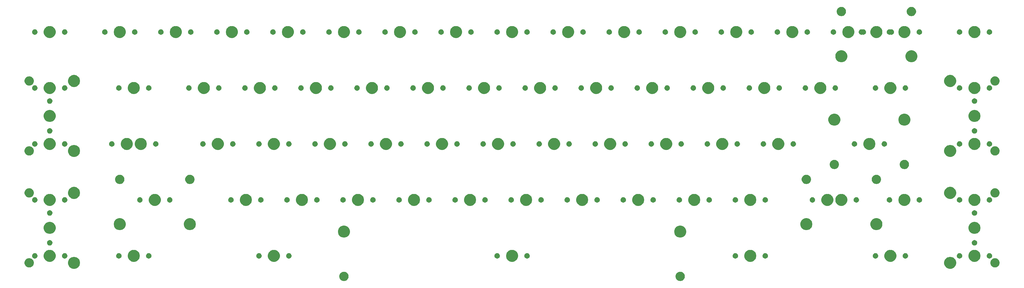
<source format=gts>
G04 #@! TF.GenerationSoftware,KiCad,Pcbnew,(5.1.5)-3*
G04 #@! TF.CreationDate,2020-06-19T00:16:12+10:00*
G04 #@! TF.ProjectId,rei_pcb,7265695f-7063-4622-9e6b-696361645f70,rev?*
G04 #@! TF.SameCoordinates,Original*
G04 #@! TF.FileFunction,Soldermask,Top*
G04 #@! TF.FilePolarity,Negative*
%FSLAX46Y46*%
G04 Gerber Fmt 4.6, Leading zero omitted, Abs format (unit mm)*
G04 Created by KiCad (PCBNEW (5.1.5)-3) date 2020-06-19 00:16:12*
%MOMM*%
%LPD*%
G04 APERTURE LIST*
%ADD10C,0.100000*%
G04 APERTURE END LIST*
D10*
G36*
X247957267Y-122915263D02*
G01*
X248109411Y-122945526D01*
X248228137Y-122994704D01*
X248396041Y-123064252D01*
X248396042Y-123064253D01*
X248654004Y-123236617D01*
X248873383Y-123455996D01*
X248988553Y-123628361D01*
X249045748Y-123713959D01*
X249164474Y-124000590D01*
X249225000Y-124304875D01*
X249225000Y-124615125D01*
X249164474Y-124919410D01*
X249045748Y-125206041D01*
X249045747Y-125206042D01*
X248873383Y-125464004D01*
X248654004Y-125683383D01*
X248481639Y-125798553D01*
X248396041Y-125855748D01*
X248228137Y-125925296D01*
X248109411Y-125974474D01*
X247957267Y-126004737D01*
X247805125Y-126035000D01*
X247494875Y-126035000D01*
X247342733Y-126004737D01*
X247190589Y-125974474D01*
X247071863Y-125925296D01*
X246903959Y-125855748D01*
X246818361Y-125798553D01*
X246645996Y-125683383D01*
X246426617Y-125464004D01*
X246254253Y-125206042D01*
X246254252Y-125206041D01*
X246135526Y-124919410D01*
X246075000Y-124615125D01*
X246075000Y-124304875D01*
X246135526Y-124000590D01*
X246254252Y-123713959D01*
X246311447Y-123628361D01*
X246426617Y-123455996D01*
X246645996Y-123236617D01*
X246903958Y-123064253D01*
X246903959Y-123064252D01*
X247071863Y-122994704D01*
X247190589Y-122945526D01*
X247342733Y-122915263D01*
X247494875Y-122885000D01*
X247805125Y-122885000D01*
X247957267Y-122915263D01*
G37*
G36*
X133657267Y-122915263D02*
G01*
X133809411Y-122945526D01*
X133928137Y-122994704D01*
X134096041Y-123064252D01*
X134096042Y-123064253D01*
X134354004Y-123236617D01*
X134573383Y-123455996D01*
X134688553Y-123628361D01*
X134745748Y-123713959D01*
X134864474Y-124000590D01*
X134925000Y-124304875D01*
X134925000Y-124615125D01*
X134864474Y-124919410D01*
X134745748Y-125206041D01*
X134745747Y-125206042D01*
X134573383Y-125464004D01*
X134354004Y-125683383D01*
X134181639Y-125798553D01*
X134096041Y-125855748D01*
X133928137Y-125925296D01*
X133809411Y-125974474D01*
X133657267Y-126004737D01*
X133505125Y-126035000D01*
X133194875Y-126035000D01*
X133042733Y-126004737D01*
X132890589Y-125974474D01*
X132771863Y-125925296D01*
X132603959Y-125855748D01*
X132518361Y-125798553D01*
X132345996Y-125683383D01*
X132126617Y-125464004D01*
X131954253Y-125206042D01*
X131954252Y-125206041D01*
X131835526Y-124919410D01*
X131775000Y-124615125D01*
X131775000Y-124304875D01*
X131835526Y-124000590D01*
X131954252Y-123713959D01*
X132011447Y-123628361D01*
X132126617Y-123455996D01*
X132345996Y-123236617D01*
X132603958Y-123064253D01*
X132603959Y-123064252D01*
X132771863Y-122994704D01*
X132890589Y-122945526D01*
X133042733Y-122915263D01*
X133194875Y-122885000D01*
X133505125Y-122885000D01*
X133657267Y-122915263D01*
G37*
G36*
X340003974Y-117889934D02*
G01*
X340221974Y-117980233D01*
X340376123Y-118044083D01*
X340711048Y-118267873D01*
X340995877Y-118552702D01*
X341219667Y-118887627D01*
X341219667Y-118887628D01*
X341373816Y-119259776D01*
X341452400Y-119654844D01*
X341452400Y-120057656D01*
X341373816Y-120452724D01*
X341311863Y-120602291D01*
X341219667Y-120824873D01*
X340995877Y-121159798D01*
X340711048Y-121444627D01*
X340376123Y-121668417D01*
X340221974Y-121732267D01*
X340003974Y-121822566D01*
X339608906Y-121901150D01*
X339206094Y-121901150D01*
X338811026Y-121822566D01*
X338593026Y-121732267D01*
X338438877Y-121668417D01*
X338103952Y-121444627D01*
X337819123Y-121159798D01*
X337595333Y-120824873D01*
X337503137Y-120602291D01*
X337441184Y-120452724D01*
X337362600Y-120057656D01*
X337362600Y-119654844D01*
X337441184Y-119259776D01*
X337595333Y-118887628D01*
X337595333Y-118887627D01*
X337819123Y-118552702D01*
X338103952Y-118267873D01*
X338438877Y-118044083D01*
X338593026Y-117980233D01*
X338811026Y-117889934D01*
X339206094Y-117811350D01*
X339608906Y-117811350D01*
X340003974Y-117889934D01*
G37*
G36*
X42188974Y-117889934D02*
G01*
X42406974Y-117980233D01*
X42561123Y-118044083D01*
X42896048Y-118267873D01*
X43180877Y-118552702D01*
X43404667Y-118887627D01*
X43404667Y-118887628D01*
X43558816Y-119259776D01*
X43637400Y-119654844D01*
X43637400Y-120057656D01*
X43558816Y-120452724D01*
X43496863Y-120602291D01*
X43404667Y-120824873D01*
X43180877Y-121159798D01*
X42896048Y-121444627D01*
X42561123Y-121668417D01*
X42406974Y-121732267D01*
X42188974Y-121822566D01*
X41793906Y-121901150D01*
X41391094Y-121901150D01*
X40996026Y-121822566D01*
X40778026Y-121732267D01*
X40623877Y-121668417D01*
X40288952Y-121444627D01*
X40004123Y-121159798D01*
X39780333Y-120824873D01*
X39688137Y-120602291D01*
X39626184Y-120452724D01*
X39547600Y-120057656D01*
X39547600Y-119654844D01*
X39626184Y-119259776D01*
X39780333Y-118887628D01*
X39780333Y-118887627D01*
X40004123Y-118552702D01*
X40288952Y-118267873D01*
X40623877Y-118044083D01*
X40778026Y-117980233D01*
X40996026Y-117889934D01*
X41391094Y-117811350D01*
X41793906Y-117811350D01*
X42188974Y-117889934D01*
G37*
G36*
X26659767Y-118311513D02*
G01*
X26811911Y-118341776D01*
X26868980Y-118365415D01*
X27098541Y-118460502D01*
X27098542Y-118460503D01*
X27356504Y-118632867D01*
X27575883Y-118852246D01*
X27599524Y-118887628D01*
X27748248Y-119110209D01*
X27866974Y-119396840D01*
X27927500Y-119701125D01*
X27927500Y-120011375D01*
X27866974Y-120315660D01*
X27748248Y-120602291D01*
X27748247Y-120602292D01*
X27575883Y-120860254D01*
X27356504Y-121079633D01*
X27236528Y-121159798D01*
X27098541Y-121251998D01*
X26930637Y-121321546D01*
X26811911Y-121370724D01*
X26659767Y-121400987D01*
X26507625Y-121431250D01*
X26197375Y-121431250D01*
X26045233Y-121400987D01*
X25893089Y-121370724D01*
X25774363Y-121321546D01*
X25606459Y-121251998D01*
X25468472Y-121159798D01*
X25348496Y-121079633D01*
X25129117Y-120860254D01*
X24956753Y-120602292D01*
X24956752Y-120602291D01*
X24838026Y-120315660D01*
X24777500Y-120011375D01*
X24777500Y-119701125D01*
X24838026Y-119396840D01*
X24956752Y-119110209D01*
X25105476Y-118887628D01*
X25129117Y-118852246D01*
X25348496Y-118632867D01*
X25606458Y-118460503D01*
X25606459Y-118460502D01*
X25836020Y-118365415D01*
X25893089Y-118341776D01*
X26045233Y-118311513D01*
X26197375Y-118281250D01*
X26507625Y-118281250D01*
X26659767Y-118311513D01*
G37*
G36*
X354954767Y-118311513D02*
G01*
X355106911Y-118341776D01*
X355163980Y-118365415D01*
X355393541Y-118460502D01*
X355393542Y-118460503D01*
X355651504Y-118632867D01*
X355870883Y-118852246D01*
X355894524Y-118887628D01*
X356043248Y-119110209D01*
X356161974Y-119396840D01*
X356222500Y-119701125D01*
X356222500Y-120011375D01*
X356161974Y-120315660D01*
X356043248Y-120602291D01*
X356043247Y-120602292D01*
X355870883Y-120860254D01*
X355651504Y-121079633D01*
X355531528Y-121159798D01*
X355393541Y-121251998D01*
X355225637Y-121321546D01*
X355106911Y-121370724D01*
X354954767Y-121400987D01*
X354802625Y-121431250D01*
X354492375Y-121431250D01*
X354340233Y-121400987D01*
X354188089Y-121370724D01*
X354069363Y-121321546D01*
X353901459Y-121251998D01*
X353763472Y-121159798D01*
X353643496Y-121079633D01*
X353424117Y-120860254D01*
X353251753Y-120602292D01*
X353251752Y-120602291D01*
X353133026Y-120315660D01*
X353072500Y-120011375D01*
X353072500Y-119701125D01*
X353133026Y-119396840D01*
X353251752Y-119110209D01*
X353400476Y-118887628D01*
X353424117Y-118852246D01*
X353643496Y-118632867D01*
X353901458Y-118460503D01*
X353901459Y-118460502D01*
X354131020Y-118365415D01*
X354188089Y-118341776D01*
X354340233Y-118311513D01*
X354492375Y-118281250D01*
X354802625Y-118281250D01*
X354954767Y-118311513D01*
G37*
G36*
X348258974Y-115508684D02*
G01*
X348476974Y-115598983D01*
X348631123Y-115662833D01*
X348966048Y-115886623D01*
X349250877Y-116171452D01*
X349474667Y-116506377D01*
X349507062Y-116584586D01*
X349628816Y-116878526D01*
X349707400Y-117273594D01*
X349707400Y-117676406D01*
X349628816Y-118071474D01*
X349577951Y-118194272D01*
X349474667Y-118443623D01*
X349250877Y-118778548D01*
X348966048Y-119063377D01*
X348631123Y-119287167D01*
X348476974Y-119351017D01*
X348258974Y-119441316D01*
X347863906Y-119519900D01*
X347461094Y-119519900D01*
X347066026Y-119441316D01*
X346848026Y-119351017D01*
X346693877Y-119287167D01*
X346358952Y-119063377D01*
X346074123Y-118778548D01*
X345850333Y-118443623D01*
X345747049Y-118194272D01*
X345696184Y-118071474D01*
X345617600Y-117676406D01*
X345617600Y-117273594D01*
X345696184Y-116878526D01*
X345817938Y-116584586D01*
X345850333Y-116506377D01*
X346074123Y-116171452D01*
X346358952Y-115886623D01*
X346693877Y-115662833D01*
X346848026Y-115598983D01*
X347066026Y-115508684D01*
X347461094Y-115430100D01*
X347863906Y-115430100D01*
X348258974Y-115508684D01*
G37*
G36*
X319683974Y-115508684D02*
G01*
X319901974Y-115598983D01*
X320056123Y-115662833D01*
X320391048Y-115886623D01*
X320675877Y-116171452D01*
X320899667Y-116506377D01*
X320932062Y-116584586D01*
X321053816Y-116878526D01*
X321132400Y-117273594D01*
X321132400Y-117676406D01*
X321053816Y-118071474D01*
X321002951Y-118194272D01*
X320899667Y-118443623D01*
X320675877Y-118778548D01*
X320391048Y-119063377D01*
X320056123Y-119287167D01*
X319901974Y-119351017D01*
X319683974Y-119441316D01*
X319288906Y-119519900D01*
X318886094Y-119519900D01*
X318491026Y-119441316D01*
X318273026Y-119351017D01*
X318118877Y-119287167D01*
X317783952Y-119063377D01*
X317499123Y-118778548D01*
X317275333Y-118443623D01*
X317172049Y-118194272D01*
X317121184Y-118071474D01*
X317042600Y-117676406D01*
X317042600Y-117273594D01*
X317121184Y-116878526D01*
X317242938Y-116584586D01*
X317275333Y-116506377D01*
X317499123Y-116171452D01*
X317783952Y-115886623D01*
X318118877Y-115662833D01*
X318273026Y-115598983D01*
X318491026Y-115508684D01*
X318886094Y-115430100D01*
X319288906Y-115430100D01*
X319683974Y-115508684D01*
G37*
G36*
X191096474Y-115508684D02*
G01*
X191314474Y-115598983D01*
X191468623Y-115662833D01*
X191803548Y-115886623D01*
X192088377Y-116171452D01*
X192312167Y-116506377D01*
X192344562Y-116584586D01*
X192466316Y-116878526D01*
X192544900Y-117273594D01*
X192544900Y-117676406D01*
X192466316Y-118071474D01*
X192415451Y-118194272D01*
X192312167Y-118443623D01*
X192088377Y-118778548D01*
X191803548Y-119063377D01*
X191468623Y-119287167D01*
X191314474Y-119351017D01*
X191096474Y-119441316D01*
X190701406Y-119519900D01*
X190298594Y-119519900D01*
X189903526Y-119441316D01*
X189685526Y-119351017D01*
X189531377Y-119287167D01*
X189196452Y-119063377D01*
X188911623Y-118778548D01*
X188687833Y-118443623D01*
X188584549Y-118194272D01*
X188533684Y-118071474D01*
X188455100Y-117676406D01*
X188455100Y-117273594D01*
X188533684Y-116878526D01*
X188655438Y-116584586D01*
X188687833Y-116506377D01*
X188911623Y-116171452D01*
X189196452Y-115886623D01*
X189531377Y-115662833D01*
X189685526Y-115598983D01*
X189903526Y-115508684D01*
X190298594Y-115430100D01*
X190701406Y-115430100D01*
X191096474Y-115508684D01*
G37*
G36*
X110133974Y-115508684D02*
G01*
X110351974Y-115598983D01*
X110506123Y-115662833D01*
X110841048Y-115886623D01*
X111125877Y-116171452D01*
X111349667Y-116506377D01*
X111382062Y-116584586D01*
X111503816Y-116878526D01*
X111582400Y-117273594D01*
X111582400Y-117676406D01*
X111503816Y-118071474D01*
X111452951Y-118194272D01*
X111349667Y-118443623D01*
X111125877Y-118778548D01*
X110841048Y-119063377D01*
X110506123Y-119287167D01*
X110351974Y-119351017D01*
X110133974Y-119441316D01*
X109738906Y-119519900D01*
X109336094Y-119519900D01*
X108941026Y-119441316D01*
X108723026Y-119351017D01*
X108568877Y-119287167D01*
X108233952Y-119063377D01*
X107949123Y-118778548D01*
X107725333Y-118443623D01*
X107622049Y-118194272D01*
X107571184Y-118071474D01*
X107492600Y-117676406D01*
X107492600Y-117273594D01*
X107571184Y-116878526D01*
X107692938Y-116584586D01*
X107725333Y-116506377D01*
X107949123Y-116171452D01*
X108233952Y-115886623D01*
X108568877Y-115662833D01*
X108723026Y-115598983D01*
X108941026Y-115508684D01*
X109336094Y-115430100D01*
X109738906Y-115430100D01*
X110133974Y-115508684D01*
G37*
G36*
X62508974Y-115508684D02*
G01*
X62726974Y-115598983D01*
X62881123Y-115662833D01*
X63216048Y-115886623D01*
X63500877Y-116171452D01*
X63724667Y-116506377D01*
X63757062Y-116584586D01*
X63878816Y-116878526D01*
X63957400Y-117273594D01*
X63957400Y-117676406D01*
X63878816Y-118071474D01*
X63827951Y-118194272D01*
X63724667Y-118443623D01*
X63500877Y-118778548D01*
X63216048Y-119063377D01*
X62881123Y-119287167D01*
X62726974Y-119351017D01*
X62508974Y-119441316D01*
X62113906Y-119519900D01*
X61711094Y-119519900D01*
X61316026Y-119441316D01*
X61098026Y-119351017D01*
X60943877Y-119287167D01*
X60608952Y-119063377D01*
X60324123Y-118778548D01*
X60100333Y-118443623D01*
X59997049Y-118194272D01*
X59946184Y-118071474D01*
X59867600Y-117676406D01*
X59867600Y-117273594D01*
X59946184Y-116878526D01*
X60067938Y-116584586D01*
X60100333Y-116506377D01*
X60324123Y-116171452D01*
X60608952Y-115886623D01*
X60943877Y-115662833D01*
X61098026Y-115598983D01*
X61316026Y-115508684D01*
X61711094Y-115430100D01*
X62113906Y-115430100D01*
X62508974Y-115508684D01*
G37*
G36*
X33933974Y-115508684D02*
G01*
X34151974Y-115598983D01*
X34306123Y-115662833D01*
X34641048Y-115886623D01*
X34925877Y-116171452D01*
X35149667Y-116506377D01*
X35182062Y-116584586D01*
X35303816Y-116878526D01*
X35382400Y-117273594D01*
X35382400Y-117676406D01*
X35303816Y-118071474D01*
X35252951Y-118194272D01*
X35149667Y-118443623D01*
X34925877Y-118778548D01*
X34641048Y-119063377D01*
X34306123Y-119287167D01*
X34151974Y-119351017D01*
X33933974Y-119441316D01*
X33538906Y-119519900D01*
X33136094Y-119519900D01*
X32741026Y-119441316D01*
X32523026Y-119351017D01*
X32368877Y-119287167D01*
X32033952Y-119063377D01*
X31749123Y-118778548D01*
X31525333Y-118443623D01*
X31422049Y-118194272D01*
X31371184Y-118071474D01*
X31292600Y-117676406D01*
X31292600Y-117273594D01*
X31371184Y-116878526D01*
X31492938Y-116584586D01*
X31525333Y-116506377D01*
X31749123Y-116171452D01*
X32033952Y-115886623D01*
X32368877Y-115662833D01*
X32523026Y-115598983D01*
X32741026Y-115508684D01*
X33136094Y-115430100D01*
X33538906Y-115430100D01*
X33933974Y-115508684D01*
G37*
G36*
X272058974Y-115508684D02*
G01*
X272276974Y-115598983D01*
X272431123Y-115662833D01*
X272766048Y-115886623D01*
X273050877Y-116171452D01*
X273274667Y-116506377D01*
X273307062Y-116584586D01*
X273428816Y-116878526D01*
X273507400Y-117273594D01*
X273507400Y-117676406D01*
X273428816Y-118071474D01*
X273377951Y-118194272D01*
X273274667Y-118443623D01*
X273050877Y-118778548D01*
X272766048Y-119063377D01*
X272431123Y-119287167D01*
X272276974Y-119351017D01*
X272058974Y-119441316D01*
X271663906Y-119519900D01*
X271261094Y-119519900D01*
X270866026Y-119441316D01*
X270648026Y-119351017D01*
X270493877Y-119287167D01*
X270158952Y-119063377D01*
X269874123Y-118778548D01*
X269650333Y-118443623D01*
X269547049Y-118194272D01*
X269496184Y-118071474D01*
X269417600Y-117676406D01*
X269417600Y-117273594D01*
X269496184Y-116878526D01*
X269617938Y-116584586D01*
X269650333Y-116506377D01*
X269874123Y-116171452D01*
X270158952Y-115886623D01*
X270493877Y-115662833D01*
X270648026Y-115598983D01*
X270866026Y-115508684D01*
X271261094Y-115430100D01*
X271663906Y-115430100D01*
X272058974Y-115508684D01*
G37*
G36*
X185690104Y-116584585D02*
G01*
X185858626Y-116654389D01*
X186010291Y-116755728D01*
X186139272Y-116884709D01*
X186240611Y-117036374D01*
X186310415Y-117204896D01*
X186346000Y-117383797D01*
X186346000Y-117566203D01*
X186310415Y-117745104D01*
X186240611Y-117913626D01*
X186139272Y-118065291D01*
X186010291Y-118194272D01*
X185858626Y-118295611D01*
X185690104Y-118365415D01*
X185511203Y-118401000D01*
X185328797Y-118401000D01*
X185149896Y-118365415D01*
X184981374Y-118295611D01*
X184829709Y-118194272D01*
X184700728Y-118065291D01*
X184599389Y-117913626D01*
X184529585Y-117745104D01*
X184494000Y-117566203D01*
X184494000Y-117383797D01*
X184529585Y-117204896D01*
X184599389Y-117036374D01*
X184700728Y-116884709D01*
X184829709Y-116755728D01*
X184981374Y-116654389D01*
X185149896Y-116584585D01*
X185328797Y-116549000D01*
X185511203Y-116549000D01*
X185690104Y-116584585D01*
G37*
G36*
X276812604Y-116584585D02*
G01*
X276981126Y-116654389D01*
X277132791Y-116755728D01*
X277261772Y-116884709D01*
X277363111Y-117036374D01*
X277432915Y-117204896D01*
X277468500Y-117383797D01*
X277468500Y-117566203D01*
X277432915Y-117745104D01*
X277363111Y-117913626D01*
X277261772Y-118065291D01*
X277132791Y-118194272D01*
X276981126Y-118295611D01*
X276812604Y-118365415D01*
X276633703Y-118401000D01*
X276451297Y-118401000D01*
X276272396Y-118365415D01*
X276103874Y-118295611D01*
X275952209Y-118194272D01*
X275823228Y-118065291D01*
X275721889Y-117913626D01*
X275652085Y-117745104D01*
X275616500Y-117566203D01*
X275616500Y-117383797D01*
X275652085Y-117204896D01*
X275721889Y-117036374D01*
X275823228Y-116884709D01*
X275952209Y-116755728D01*
X276103874Y-116654389D01*
X276272396Y-116584585D01*
X276451297Y-116549000D01*
X276633703Y-116549000D01*
X276812604Y-116584585D01*
G37*
G36*
X266652604Y-116584585D02*
G01*
X266821126Y-116654389D01*
X266972791Y-116755728D01*
X267101772Y-116884709D01*
X267203111Y-117036374D01*
X267272915Y-117204896D01*
X267308500Y-117383797D01*
X267308500Y-117566203D01*
X267272915Y-117745104D01*
X267203111Y-117913626D01*
X267101772Y-118065291D01*
X266972791Y-118194272D01*
X266821126Y-118295611D01*
X266652604Y-118365415D01*
X266473703Y-118401000D01*
X266291297Y-118401000D01*
X266112396Y-118365415D01*
X265943874Y-118295611D01*
X265792209Y-118194272D01*
X265663228Y-118065291D01*
X265561889Y-117913626D01*
X265492085Y-117745104D01*
X265456500Y-117566203D01*
X265456500Y-117383797D01*
X265492085Y-117204896D01*
X265561889Y-117036374D01*
X265663228Y-116884709D01*
X265792209Y-116755728D01*
X265943874Y-116654389D01*
X266112396Y-116584585D01*
X266291297Y-116549000D01*
X266473703Y-116549000D01*
X266652604Y-116584585D01*
G37*
G36*
X314277604Y-116584585D02*
G01*
X314446126Y-116654389D01*
X314597791Y-116755728D01*
X314726772Y-116884709D01*
X314828111Y-117036374D01*
X314897915Y-117204896D01*
X314933500Y-117383797D01*
X314933500Y-117566203D01*
X314897915Y-117745104D01*
X314828111Y-117913626D01*
X314726772Y-118065291D01*
X314597791Y-118194272D01*
X314446126Y-118295611D01*
X314277604Y-118365415D01*
X314098703Y-118401000D01*
X313916297Y-118401000D01*
X313737396Y-118365415D01*
X313568874Y-118295611D01*
X313417209Y-118194272D01*
X313288228Y-118065291D01*
X313186889Y-117913626D01*
X313117085Y-117745104D01*
X313081500Y-117566203D01*
X313081500Y-117383797D01*
X313117085Y-117204896D01*
X313186889Y-117036374D01*
X313288228Y-116884709D01*
X313417209Y-116755728D01*
X313568874Y-116654389D01*
X313737396Y-116584585D01*
X313916297Y-116549000D01*
X314098703Y-116549000D01*
X314277604Y-116584585D01*
G37*
G36*
X195850104Y-116584585D02*
G01*
X196018626Y-116654389D01*
X196170291Y-116755728D01*
X196299272Y-116884709D01*
X196400611Y-117036374D01*
X196470415Y-117204896D01*
X196506000Y-117383797D01*
X196506000Y-117566203D01*
X196470415Y-117745104D01*
X196400611Y-117913626D01*
X196299272Y-118065291D01*
X196170291Y-118194272D01*
X196018626Y-118295611D01*
X195850104Y-118365415D01*
X195671203Y-118401000D01*
X195488797Y-118401000D01*
X195309896Y-118365415D01*
X195141374Y-118295611D01*
X194989709Y-118194272D01*
X194860728Y-118065291D01*
X194759389Y-117913626D01*
X194689585Y-117745104D01*
X194654000Y-117566203D01*
X194654000Y-117383797D01*
X194689585Y-117204896D01*
X194759389Y-117036374D01*
X194860728Y-116884709D01*
X194989709Y-116755728D01*
X195141374Y-116654389D01*
X195309896Y-116584585D01*
X195488797Y-116549000D01*
X195671203Y-116549000D01*
X195850104Y-116584585D01*
G37*
G36*
X324437604Y-116584585D02*
G01*
X324606126Y-116654389D01*
X324757791Y-116755728D01*
X324886772Y-116884709D01*
X324988111Y-117036374D01*
X325057915Y-117204896D01*
X325093500Y-117383797D01*
X325093500Y-117566203D01*
X325057915Y-117745104D01*
X324988111Y-117913626D01*
X324886772Y-118065291D01*
X324757791Y-118194272D01*
X324606126Y-118295611D01*
X324437604Y-118365415D01*
X324258703Y-118401000D01*
X324076297Y-118401000D01*
X323897396Y-118365415D01*
X323728874Y-118295611D01*
X323577209Y-118194272D01*
X323448228Y-118065291D01*
X323346889Y-117913626D01*
X323277085Y-117745104D01*
X323241500Y-117566203D01*
X323241500Y-117383797D01*
X323277085Y-117204896D01*
X323346889Y-117036374D01*
X323448228Y-116884709D01*
X323577209Y-116755728D01*
X323728874Y-116654389D01*
X323897396Y-116584585D01*
X324076297Y-116549000D01*
X324258703Y-116549000D01*
X324437604Y-116584585D01*
G37*
G36*
X342852604Y-116584585D02*
G01*
X343021126Y-116654389D01*
X343172791Y-116755728D01*
X343301772Y-116884709D01*
X343403111Y-117036374D01*
X343472915Y-117204896D01*
X343508500Y-117383797D01*
X343508500Y-117566203D01*
X343472915Y-117745104D01*
X343403111Y-117913626D01*
X343301772Y-118065291D01*
X343172791Y-118194272D01*
X343021126Y-118295611D01*
X342852604Y-118365415D01*
X342673703Y-118401000D01*
X342491297Y-118401000D01*
X342312396Y-118365415D01*
X342143874Y-118295611D01*
X341992209Y-118194272D01*
X341863228Y-118065291D01*
X341761889Y-117913626D01*
X341692085Y-117745104D01*
X341656500Y-117566203D01*
X341656500Y-117383797D01*
X341692085Y-117204896D01*
X341761889Y-117036374D01*
X341863228Y-116884709D01*
X341992209Y-116755728D01*
X342143874Y-116654389D01*
X342312396Y-116584585D01*
X342491297Y-116549000D01*
X342673703Y-116549000D01*
X342852604Y-116584585D01*
G37*
G36*
X353012604Y-116584585D02*
G01*
X353181126Y-116654389D01*
X353332791Y-116755728D01*
X353461772Y-116884709D01*
X353563111Y-117036374D01*
X353632915Y-117204896D01*
X353668500Y-117383797D01*
X353668500Y-117566203D01*
X353632915Y-117745104D01*
X353563111Y-117913626D01*
X353461772Y-118065291D01*
X353332791Y-118194272D01*
X353181126Y-118295611D01*
X353012604Y-118365415D01*
X352833703Y-118401000D01*
X352651297Y-118401000D01*
X352472396Y-118365415D01*
X352303874Y-118295611D01*
X352152209Y-118194272D01*
X352023228Y-118065291D01*
X351921889Y-117913626D01*
X351852085Y-117745104D01*
X351816500Y-117566203D01*
X351816500Y-117383797D01*
X351852085Y-117204896D01*
X351921889Y-117036374D01*
X352023228Y-116884709D01*
X352152209Y-116755728D01*
X352303874Y-116654389D01*
X352472396Y-116584585D01*
X352651297Y-116549000D01*
X352833703Y-116549000D01*
X353012604Y-116584585D01*
G37*
G36*
X114887604Y-116584585D02*
G01*
X115056126Y-116654389D01*
X115207791Y-116755728D01*
X115336772Y-116884709D01*
X115438111Y-117036374D01*
X115507915Y-117204896D01*
X115543500Y-117383797D01*
X115543500Y-117566203D01*
X115507915Y-117745104D01*
X115438111Y-117913626D01*
X115336772Y-118065291D01*
X115207791Y-118194272D01*
X115056126Y-118295611D01*
X114887604Y-118365415D01*
X114708703Y-118401000D01*
X114526297Y-118401000D01*
X114347396Y-118365415D01*
X114178874Y-118295611D01*
X114027209Y-118194272D01*
X113898228Y-118065291D01*
X113796889Y-117913626D01*
X113727085Y-117745104D01*
X113691500Y-117566203D01*
X113691500Y-117383797D01*
X113727085Y-117204896D01*
X113796889Y-117036374D01*
X113898228Y-116884709D01*
X114027209Y-116755728D01*
X114178874Y-116654389D01*
X114347396Y-116584585D01*
X114526297Y-116549000D01*
X114708703Y-116549000D01*
X114887604Y-116584585D01*
G37*
G36*
X104727604Y-116584585D02*
G01*
X104896126Y-116654389D01*
X105047791Y-116755728D01*
X105176772Y-116884709D01*
X105278111Y-117036374D01*
X105347915Y-117204896D01*
X105383500Y-117383797D01*
X105383500Y-117566203D01*
X105347915Y-117745104D01*
X105278111Y-117913626D01*
X105176772Y-118065291D01*
X105047791Y-118194272D01*
X104896126Y-118295611D01*
X104727604Y-118365415D01*
X104548703Y-118401000D01*
X104366297Y-118401000D01*
X104187396Y-118365415D01*
X104018874Y-118295611D01*
X103867209Y-118194272D01*
X103738228Y-118065291D01*
X103636889Y-117913626D01*
X103567085Y-117745104D01*
X103531500Y-117566203D01*
X103531500Y-117383797D01*
X103567085Y-117204896D01*
X103636889Y-117036374D01*
X103738228Y-116884709D01*
X103867209Y-116755728D01*
X104018874Y-116654389D01*
X104187396Y-116584585D01*
X104366297Y-116549000D01*
X104548703Y-116549000D01*
X104727604Y-116584585D01*
G37*
G36*
X57102604Y-116584585D02*
G01*
X57271126Y-116654389D01*
X57422791Y-116755728D01*
X57551772Y-116884709D01*
X57653111Y-117036374D01*
X57722915Y-117204896D01*
X57758500Y-117383797D01*
X57758500Y-117566203D01*
X57722915Y-117745104D01*
X57653111Y-117913626D01*
X57551772Y-118065291D01*
X57422791Y-118194272D01*
X57271126Y-118295611D01*
X57102604Y-118365415D01*
X56923703Y-118401000D01*
X56741297Y-118401000D01*
X56562396Y-118365415D01*
X56393874Y-118295611D01*
X56242209Y-118194272D01*
X56113228Y-118065291D01*
X56011889Y-117913626D01*
X55942085Y-117745104D01*
X55906500Y-117566203D01*
X55906500Y-117383797D01*
X55942085Y-117204896D01*
X56011889Y-117036374D01*
X56113228Y-116884709D01*
X56242209Y-116755728D01*
X56393874Y-116654389D01*
X56562396Y-116584585D01*
X56741297Y-116549000D01*
X56923703Y-116549000D01*
X57102604Y-116584585D01*
G37*
G36*
X67262604Y-116584585D02*
G01*
X67431126Y-116654389D01*
X67582791Y-116755728D01*
X67711772Y-116884709D01*
X67813111Y-117036374D01*
X67882915Y-117204896D01*
X67918500Y-117383797D01*
X67918500Y-117566203D01*
X67882915Y-117745104D01*
X67813111Y-117913626D01*
X67711772Y-118065291D01*
X67582791Y-118194272D01*
X67431126Y-118295611D01*
X67262604Y-118365415D01*
X67083703Y-118401000D01*
X66901297Y-118401000D01*
X66722396Y-118365415D01*
X66553874Y-118295611D01*
X66402209Y-118194272D01*
X66273228Y-118065291D01*
X66171889Y-117913626D01*
X66102085Y-117745104D01*
X66066500Y-117566203D01*
X66066500Y-117383797D01*
X66102085Y-117204896D01*
X66171889Y-117036374D01*
X66273228Y-116884709D01*
X66402209Y-116755728D01*
X66553874Y-116654389D01*
X66722396Y-116584585D01*
X66901297Y-116549000D01*
X67083703Y-116549000D01*
X67262604Y-116584585D01*
G37*
G36*
X28527604Y-116584585D02*
G01*
X28696126Y-116654389D01*
X28847791Y-116755728D01*
X28976772Y-116884709D01*
X29078111Y-117036374D01*
X29147915Y-117204896D01*
X29183500Y-117383797D01*
X29183500Y-117566203D01*
X29147915Y-117745104D01*
X29078111Y-117913626D01*
X28976772Y-118065291D01*
X28847791Y-118194272D01*
X28696126Y-118295611D01*
X28527604Y-118365415D01*
X28348703Y-118401000D01*
X28166297Y-118401000D01*
X27987396Y-118365415D01*
X27818874Y-118295611D01*
X27667209Y-118194272D01*
X27538228Y-118065291D01*
X27436889Y-117913626D01*
X27367085Y-117745104D01*
X27331500Y-117566203D01*
X27331500Y-117383797D01*
X27367085Y-117204896D01*
X27436889Y-117036374D01*
X27538228Y-116884709D01*
X27667209Y-116755728D01*
X27818874Y-116654389D01*
X27987396Y-116584585D01*
X28166297Y-116549000D01*
X28348703Y-116549000D01*
X28527604Y-116584585D01*
G37*
G36*
X38687604Y-116584585D02*
G01*
X38856126Y-116654389D01*
X39007791Y-116755728D01*
X39136772Y-116884709D01*
X39238111Y-117036374D01*
X39307915Y-117204896D01*
X39343500Y-117383797D01*
X39343500Y-117566203D01*
X39307915Y-117745104D01*
X39238111Y-117913626D01*
X39136772Y-118065291D01*
X39007791Y-118194272D01*
X38856126Y-118295611D01*
X38687604Y-118365415D01*
X38508703Y-118401000D01*
X38326297Y-118401000D01*
X38147396Y-118365415D01*
X37978874Y-118295611D01*
X37827209Y-118194272D01*
X37698228Y-118065291D01*
X37596889Y-117913626D01*
X37527085Y-117745104D01*
X37491500Y-117566203D01*
X37491500Y-117383797D01*
X37527085Y-117204896D01*
X37596889Y-117036374D01*
X37698228Y-116884709D01*
X37827209Y-116755728D01*
X37978874Y-116654389D01*
X38147396Y-116584585D01*
X38326297Y-116549000D01*
X38508703Y-116549000D01*
X38687604Y-116584585D01*
G37*
G36*
X33607604Y-112139585D02*
G01*
X33776126Y-112209389D01*
X33927791Y-112310728D01*
X34056772Y-112439709D01*
X34158111Y-112591374D01*
X34227915Y-112759896D01*
X34263500Y-112938797D01*
X34263500Y-113121203D01*
X34227915Y-113300104D01*
X34158111Y-113468626D01*
X34056772Y-113620291D01*
X33927791Y-113749272D01*
X33776126Y-113850611D01*
X33607604Y-113920415D01*
X33428703Y-113956000D01*
X33246297Y-113956000D01*
X33067396Y-113920415D01*
X32898874Y-113850611D01*
X32747209Y-113749272D01*
X32618228Y-113620291D01*
X32516889Y-113468626D01*
X32447085Y-113300104D01*
X32411500Y-113121203D01*
X32411500Y-112938797D01*
X32447085Y-112759896D01*
X32516889Y-112591374D01*
X32618228Y-112439709D01*
X32747209Y-112310728D01*
X32898874Y-112209389D01*
X33067396Y-112139585D01*
X33246297Y-112104000D01*
X33428703Y-112104000D01*
X33607604Y-112139585D01*
G37*
G36*
X347932604Y-112139585D02*
G01*
X348101126Y-112209389D01*
X348252791Y-112310728D01*
X348381772Y-112439709D01*
X348483111Y-112591374D01*
X348552915Y-112759896D01*
X348588500Y-112938797D01*
X348588500Y-113121203D01*
X348552915Y-113300104D01*
X348483111Y-113468626D01*
X348381772Y-113620291D01*
X348252791Y-113749272D01*
X348101126Y-113850611D01*
X347932604Y-113920415D01*
X347753703Y-113956000D01*
X347571297Y-113956000D01*
X347392396Y-113920415D01*
X347223874Y-113850611D01*
X347072209Y-113749272D01*
X346943228Y-113620291D01*
X346841889Y-113468626D01*
X346772085Y-113300104D01*
X346736500Y-113121203D01*
X346736500Y-112938797D01*
X346772085Y-112759896D01*
X346841889Y-112591374D01*
X346943228Y-112439709D01*
X347072209Y-112310728D01*
X347223874Y-112209389D01*
X347392396Y-112139585D01*
X347571297Y-112104000D01*
X347753703Y-112104000D01*
X347932604Y-112139585D01*
G37*
G36*
X248246474Y-107253684D02*
G01*
X248464474Y-107343983D01*
X248618623Y-107407833D01*
X248953548Y-107631623D01*
X249238377Y-107916452D01*
X249462167Y-108251377D01*
X249526017Y-108405526D01*
X249616316Y-108623526D01*
X249694900Y-109018594D01*
X249694900Y-109421406D01*
X249616316Y-109816474D01*
X249574960Y-109916315D01*
X249462167Y-110188623D01*
X249238377Y-110523548D01*
X248953548Y-110808377D01*
X248618623Y-111032167D01*
X248464474Y-111096017D01*
X248246474Y-111186316D01*
X247851406Y-111264900D01*
X247448594Y-111264900D01*
X247053526Y-111186316D01*
X246835526Y-111096017D01*
X246681377Y-111032167D01*
X246346452Y-110808377D01*
X246061623Y-110523548D01*
X245837833Y-110188623D01*
X245725040Y-109916315D01*
X245683684Y-109816474D01*
X245605100Y-109421406D01*
X245605100Y-109018594D01*
X245683684Y-108623526D01*
X245773983Y-108405526D01*
X245837833Y-108251377D01*
X246061623Y-107916452D01*
X246346452Y-107631623D01*
X246681377Y-107407833D01*
X246835526Y-107343983D01*
X247053526Y-107253684D01*
X247448594Y-107175100D01*
X247851406Y-107175100D01*
X248246474Y-107253684D01*
G37*
G36*
X133946474Y-107253684D02*
G01*
X134164474Y-107343983D01*
X134318623Y-107407833D01*
X134653548Y-107631623D01*
X134938377Y-107916452D01*
X135162167Y-108251377D01*
X135226017Y-108405526D01*
X135316316Y-108623526D01*
X135394900Y-109018594D01*
X135394900Y-109421406D01*
X135316316Y-109816474D01*
X135274960Y-109916315D01*
X135162167Y-110188623D01*
X134938377Y-110523548D01*
X134653548Y-110808377D01*
X134318623Y-111032167D01*
X134164474Y-111096017D01*
X133946474Y-111186316D01*
X133551406Y-111264900D01*
X133148594Y-111264900D01*
X132753526Y-111186316D01*
X132535526Y-111096017D01*
X132381377Y-111032167D01*
X132046452Y-110808377D01*
X131761623Y-110523548D01*
X131537833Y-110188623D01*
X131425040Y-109916315D01*
X131383684Y-109816474D01*
X131305100Y-109421406D01*
X131305100Y-109018594D01*
X131383684Y-108623526D01*
X131473983Y-108405526D01*
X131537833Y-108251377D01*
X131761623Y-107916452D01*
X132046452Y-107631623D01*
X132381377Y-107407833D01*
X132535526Y-107343983D01*
X132753526Y-107253684D01*
X133148594Y-107175100D01*
X133551406Y-107175100D01*
X133946474Y-107253684D01*
G37*
G36*
X33933974Y-105983684D02*
G01*
X34151974Y-106073983D01*
X34306123Y-106137833D01*
X34641048Y-106361623D01*
X34925877Y-106646452D01*
X35149667Y-106981377D01*
X35149667Y-106981378D01*
X35303816Y-107353526D01*
X35382400Y-107748594D01*
X35382400Y-108151406D01*
X35303816Y-108546474D01*
X35271900Y-108623525D01*
X35149667Y-108918623D01*
X34925877Y-109253548D01*
X34641048Y-109538377D01*
X34306123Y-109762167D01*
X34175014Y-109816474D01*
X33933974Y-109916316D01*
X33538906Y-109994900D01*
X33136094Y-109994900D01*
X32741026Y-109916316D01*
X32499986Y-109816474D01*
X32368877Y-109762167D01*
X32033952Y-109538377D01*
X31749123Y-109253548D01*
X31525333Y-108918623D01*
X31403100Y-108623525D01*
X31371184Y-108546474D01*
X31292600Y-108151406D01*
X31292600Y-107748594D01*
X31371184Y-107353526D01*
X31525333Y-106981378D01*
X31525333Y-106981377D01*
X31749123Y-106646452D01*
X32033952Y-106361623D01*
X32368877Y-106137833D01*
X32523026Y-106073983D01*
X32741026Y-105983684D01*
X33136094Y-105905100D01*
X33538906Y-105905100D01*
X33933974Y-105983684D01*
G37*
G36*
X348258974Y-105983684D02*
G01*
X348476974Y-106073983D01*
X348631123Y-106137833D01*
X348966048Y-106361623D01*
X349250877Y-106646452D01*
X349474667Y-106981377D01*
X349474667Y-106981378D01*
X349628816Y-107353526D01*
X349707400Y-107748594D01*
X349707400Y-108151406D01*
X349628816Y-108546474D01*
X349596900Y-108623525D01*
X349474667Y-108918623D01*
X349250877Y-109253548D01*
X348966048Y-109538377D01*
X348631123Y-109762167D01*
X348500014Y-109816474D01*
X348258974Y-109916316D01*
X347863906Y-109994900D01*
X347461094Y-109994900D01*
X347066026Y-109916316D01*
X346824986Y-109816474D01*
X346693877Y-109762167D01*
X346358952Y-109538377D01*
X346074123Y-109253548D01*
X345850333Y-108918623D01*
X345728100Y-108623525D01*
X345696184Y-108546474D01*
X345617600Y-108151406D01*
X345617600Y-107748594D01*
X345696184Y-107353526D01*
X345850333Y-106981378D01*
X345850333Y-106981377D01*
X346074123Y-106646452D01*
X346358952Y-106361623D01*
X346693877Y-106137833D01*
X346848026Y-106073983D01*
X347066026Y-105983684D01*
X347461094Y-105905100D01*
X347863906Y-105905100D01*
X348258974Y-105983684D01*
G37*
G36*
X81558974Y-104713684D02*
G01*
X81776974Y-104803983D01*
X81931123Y-104867833D01*
X82266048Y-105091623D01*
X82550877Y-105376452D01*
X82774667Y-105711377D01*
X82774667Y-105711378D01*
X82928816Y-106083526D01*
X83007400Y-106478594D01*
X83007400Y-106881406D01*
X82928816Y-107276474D01*
X82896900Y-107353525D01*
X82774667Y-107648623D01*
X82550877Y-107983548D01*
X82266048Y-108268377D01*
X81931123Y-108492167D01*
X81800014Y-108546474D01*
X81558974Y-108646316D01*
X81163906Y-108724900D01*
X80761094Y-108724900D01*
X80366026Y-108646316D01*
X80124986Y-108546474D01*
X79993877Y-108492167D01*
X79658952Y-108268377D01*
X79374123Y-107983548D01*
X79150333Y-107648623D01*
X79028100Y-107353525D01*
X78996184Y-107276474D01*
X78917600Y-106881406D01*
X78917600Y-106478594D01*
X78996184Y-106083526D01*
X79150333Y-105711378D01*
X79150333Y-105711377D01*
X79374123Y-105376452D01*
X79658952Y-105091623D01*
X79993877Y-104867833D01*
X80148026Y-104803983D01*
X80366026Y-104713684D01*
X80761094Y-104635100D01*
X81163906Y-104635100D01*
X81558974Y-104713684D01*
G37*
G36*
X314921474Y-104713684D02*
G01*
X315139474Y-104803983D01*
X315293623Y-104867833D01*
X315628548Y-105091623D01*
X315913377Y-105376452D01*
X316137167Y-105711377D01*
X316137167Y-105711378D01*
X316291316Y-106083526D01*
X316369900Y-106478594D01*
X316369900Y-106881406D01*
X316291316Y-107276474D01*
X316259400Y-107353525D01*
X316137167Y-107648623D01*
X315913377Y-107983548D01*
X315628548Y-108268377D01*
X315293623Y-108492167D01*
X315162514Y-108546474D01*
X314921474Y-108646316D01*
X314526406Y-108724900D01*
X314123594Y-108724900D01*
X313728526Y-108646316D01*
X313487486Y-108546474D01*
X313356377Y-108492167D01*
X313021452Y-108268377D01*
X312736623Y-107983548D01*
X312512833Y-107648623D01*
X312390600Y-107353525D01*
X312358684Y-107276474D01*
X312280100Y-106881406D01*
X312280100Y-106478594D01*
X312358684Y-106083526D01*
X312512833Y-105711378D01*
X312512833Y-105711377D01*
X312736623Y-105376452D01*
X313021452Y-105091623D01*
X313356377Y-104867833D01*
X313510526Y-104803983D01*
X313728526Y-104713684D01*
X314123594Y-104635100D01*
X314526406Y-104635100D01*
X314921474Y-104713684D01*
G37*
G36*
X57746474Y-104713684D02*
G01*
X57964474Y-104803983D01*
X58118623Y-104867833D01*
X58453548Y-105091623D01*
X58738377Y-105376452D01*
X58962167Y-105711377D01*
X58962167Y-105711378D01*
X59116316Y-106083526D01*
X59194900Y-106478594D01*
X59194900Y-106881406D01*
X59116316Y-107276474D01*
X59084400Y-107353525D01*
X58962167Y-107648623D01*
X58738377Y-107983548D01*
X58453548Y-108268377D01*
X58118623Y-108492167D01*
X57987514Y-108546474D01*
X57746474Y-108646316D01*
X57351406Y-108724900D01*
X56948594Y-108724900D01*
X56553526Y-108646316D01*
X56312486Y-108546474D01*
X56181377Y-108492167D01*
X55846452Y-108268377D01*
X55561623Y-107983548D01*
X55337833Y-107648623D01*
X55215600Y-107353525D01*
X55183684Y-107276474D01*
X55105100Y-106881406D01*
X55105100Y-106478594D01*
X55183684Y-106083526D01*
X55337833Y-105711378D01*
X55337833Y-105711377D01*
X55561623Y-105376452D01*
X55846452Y-105091623D01*
X56181377Y-104867833D01*
X56335526Y-104803983D01*
X56553526Y-104713684D01*
X56948594Y-104635100D01*
X57351406Y-104635100D01*
X57746474Y-104713684D01*
G37*
G36*
X291108974Y-104713684D02*
G01*
X291326974Y-104803983D01*
X291481123Y-104867833D01*
X291816048Y-105091623D01*
X292100877Y-105376452D01*
X292324667Y-105711377D01*
X292324667Y-105711378D01*
X292478816Y-106083526D01*
X292557400Y-106478594D01*
X292557400Y-106881406D01*
X292478816Y-107276474D01*
X292446900Y-107353525D01*
X292324667Y-107648623D01*
X292100877Y-107983548D01*
X291816048Y-108268377D01*
X291481123Y-108492167D01*
X291350014Y-108546474D01*
X291108974Y-108646316D01*
X290713906Y-108724900D01*
X290311094Y-108724900D01*
X289916026Y-108646316D01*
X289674986Y-108546474D01*
X289543877Y-108492167D01*
X289208952Y-108268377D01*
X288924123Y-107983548D01*
X288700333Y-107648623D01*
X288578100Y-107353525D01*
X288546184Y-107276474D01*
X288467600Y-106881406D01*
X288467600Y-106478594D01*
X288546184Y-106083526D01*
X288700333Y-105711378D01*
X288700333Y-105711377D01*
X288924123Y-105376452D01*
X289208952Y-105091623D01*
X289543877Y-104867833D01*
X289698026Y-104803983D01*
X289916026Y-104713684D01*
X290311094Y-104635100D01*
X290713906Y-104635100D01*
X291108974Y-104713684D01*
G37*
G36*
X33607604Y-101979585D02*
G01*
X33776126Y-102049389D01*
X33927791Y-102150728D01*
X34056772Y-102279709D01*
X34158111Y-102431374D01*
X34227915Y-102599896D01*
X34263500Y-102778797D01*
X34263500Y-102961203D01*
X34227915Y-103140104D01*
X34158111Y-103308626D01*
X34056772Y-103460291D01*
X33927791Y-103589272D01*
X33776126Y-103690611D01*
X33607604Y-103760415D01*
X33428703Y-103796000D01*
X33246297Y-103796000D01*
X33067396Y-103760415D01*
X32898874Y-103690611D01*
X32747209Y-103589272D01*
X32618228Y-103460291D01*
X32516889Y-103308626D01*
X32447085Y-103140104D01*
X32411500Y-102961203D01*
X32411500Y-102778797D01*
X32447085Y-102599896D01*
X32516889Y-102431374D01*
X32618228Y-102279709D01*
X32747209Y-102150728D01*
X32898874Y-102049389D01*
X33067396Y-101979585D01*
X33246297Y-101944000D01*
X33428703Y-101944000D01*
X33607604Y-101979585D01*
G37*
G36*
X347932604Y-101979585D02*
G01*
X348101126Y-102049389D01*
X348252791Y-102150728D01*
X348381772Y-102279709D01*
X348483111Y-102431374D01*
X348552915Y-102599896D01*
X348588500Y-102778797D01*
X348588500Y-102961203D01*
X348552915Y-103140104D01*
X348483111Y-103308626D01*
X348381772Y-103460291D01*
X348252791Y-103589272D01*
X348101126Y-103690611D01*
X347932604Y-103760415D01*
X347753703Y-103796000D01*
X347571297Y-103796000D01*
X347392396Y-103760415D01*
X347223874Y-103690611D01*
X347072209Y-103589272D01*
X346943228Y-103460291D01*
X346841889Y-103308626D01*
X346772085Y-103140104D01*
X346736500Y-102961203D01*
X346736500Y-102778797D01*
X346772085Y-102599896D01*
X346841889Y-102431374D01*
X346943228Y-102279709D01*
X347072209Y-102150728D01*
X347223874Y-102049389D01*
X347392396Y-101979585D01*
X347571297Y-101944000D01*
X347753703Y-101944000D01*
X347932604Y-101979585D01*
G37*
G36*
X119658974Y-96458684D02*
G01*
X119876974Y-96548983D01*
X120031123Y-96612833D01*
X120366048Y-96836623D01*
X120650877Y-97121452D01*
X120874667Y-97456377D01*
X120907062Y-97534586D01*
X121028816Y-97828526D01*
X121107400Y-98223594D01*
X121107400Y-98626406D01*
X121028816Y-99021474D01*
X120977951Y-99144272D01*
X120874667Y-99393623D01*
X120650877Y-99728548D01*
X120366048Y-100013377D01*
X120031123Y-100237167D01*
X119876974Y-100301017D01*
X119658974Y-100391316D01*
X119263906Y-100469900D01*
X118861094Y-100469900D01*
X118466026Y-100391316D01*
X118248026Y-100301017D01*
X118093877Y-100237167D01*
X117758952Y-100013377D01*
X117474123Y-99728548D01*
X117250333Y-99393623D01*
X117147049Y-99144272D01*
X117096184Y-99021474D01*
X117017600Y-98626406D01*
X117017600Y-98223594D01*
X117096184Y-97828526D01*
X117217938Y-97534586D01*
X117250333Y-97456377D01*
X117474123Y-97121452D01*
X117758952Y-96836623D01*
X118093877Y-96612833D01*
X118248026Y-96548983D01*
X118466026Y-96458684D01*
X118861094Y-96380100D01*
X119263906Y-96380100D01*
X119658974Y-96458684D01*
G37*
G36*
X69652724Y-96458684D02*
G01*
X69870724Y-96548983D01*
X70024873Y-96612833D01*
X70359798Y-96836623D01*
X70644627Y-97121452D01*
X70868417Y-97456377D01*
X70900812Y-97534586D01*
X71022566Y-97828526D01*
X71101150Y-98223594D01*
X71101150Y-98626406D01*
X71022566Y-99021474D01*
X70971701Y-99144272D01*
X70868417Y-99393623D01*
X70644627Y-99728548D01*
X70359798Y-100013377D01*
X70024873Y-100237167D01*
X69870724Y-100301017D01*
X69652724Y-100391316D01*
X69257656Y-100469900D01*
X68854844Y-100469900D01*
X68459776Y-100391316D01*
X68241776Y-100301017D01*
X68087627Y-100237167D01*
X67752702Y-100013377D01*
X67467873Y-99728548D01*
X67244083Y-99393623D01*
X67140799Y-99144272D01*
X67089934Y-99021474D01*
X67011350Y-98626406D01*
X67011350Y-98223594D01*
X67089934Y-97828526D01*
X67211688Y-97534586D01*
X67244083Y-97456377D01*
X67467873Y-97121452D01*
X67752702Y-96836623D01*
X68087627Y-96612833D01*
X68241776Y-96548983D01*
X68459776Y-96458684D01*
X68854844Y-96380100D01*
X69257656Y-96380100D01*
X69652724Y-96458684D01*
G37*
G36*
X138708974Y-96458684D02*
G01*
X138926974Y-96548983D01*
X139081123Y-96612833D01*
X139416048Y-96836623D01*
X139700877Y-97121452D01*
X139924667Y-97456377D01*
X139957062Y-97534586D01*
X140078816Y-97828526D01*
X140157400Y-98223594D01*
X140157400Y-98626406D01*
X140078816Y-99021474D01*
X140027951Y-99144272D01*
X139924667Y-99393623D01*
X139700877Y-99728548D01*
X139416048Y-100013377D01*
X139081123Y-100237167D01*
X138926974Y-100301017D01*
X138708974Y-100391316D01*
X138313906Y-100469900D01*
X137911094Y-100469900D01*
X137516026Y-100391316D01*
X137298026Y-100301017D01*
X137143877Y-100237167D01*
X136808952Y-100013377D01*
X136524123Y-99728548D01*
X136300333Y-99393623D01*
X136197049Y-99144272D01*
X136146184Y-99021474D01*
X136067600Y-98626406D01*
X136067600Y-98223594D01*
X136146184Y-97828526D01*
X136267938Y-97534586D01*
X136300333Y-97456377D01*
X136524123Y-97121452D01*
X136808952Y-96836623D01*
X137143877Y-96612833D01*
X137298026Y-96548983D01*
X137516026Y-96458684D01*
X137911094Y-96380100D01*
X138313906Y-96380100D01*
X138708974Y-96458684D01*
G37*
G36*
X100608974Y-96458684D02*
G01*
X100826974Y-96548983D01*
X100981123Y-96612833D01*
X101316048Y-96836623D01*
X101600877Y-97121452D01*
X101824667Y-97456377D01*
X101857062Y-97534586D01*
X101978816Y-97828526D01*
X102057400Y-98223594D01*
X102057400Y-98626406D01*
X101978816Y-99021474D01*
X101927951Y-99144272D01*
X101824667Y-99393623D01*
X101600877Y-99728548D01*
X101316048Y-100013377D01*
X100981123Y-100237167D01*
X100826974Y-100301017D01*
X100608974Y-100391316D01*
X100213906Y-100469900D01*
X99811094Y-100469900D01*
X99416026Y-100391316D01*
X99198026Y-100301017D01*
X99043877Y-100237167D01*
X98708952Y-100013377D01*
X98424123Y-99728548D01*
X98200333Y-99393623D01*
X98097049Y-99144272D01*
X98046184Y-99021474D01*
X97967600Y-98626406D01*
X97967600Y-98223594D01*
X98046184Y-97828526D01*
X98167938Y-97534586D01*
X98200333Y-97456377D01*
X98424123Y-97121452D01*
X98708952Y-96836623D01*
X99043877Y-96612833D01*
X99198026Y-96548983D01*
X99416026Y-96458684D01*
X99811094Y-96380100D01*
X100213906Y-96380100D01*
X100608974Y-96458684D01*
G37*
G36*
X214908974Y-96458684D02*
G01*
X215126974Y-96548983D01*
X215281123Y-96612833D01*
X215616048Y-96836623D01*
X215900877Y-97121452D01*
X216124667Y-97456377D01*
X216157062Y-97534586D01*
X216278816Y-97828526D01*
X216357400Y-98223594D01*
X216357400Y-98626406D01*
X216278816Y-99021474D01*
X216227951Y-99144272D01*
X216124667Y-99393623D01*
X215900877Y-99728548D01*
X215616048Y-100013377D01*
X215281123Y-100237167D01*
X215126974Y-100301017D01*
X214908974Y-100391316D01*
X214513906Y-100469900D01*
X214111094Y-100469900D01*
X213716026Y-100391316D01*
X213498026Y-100301017D01*
X213343877Y-100237167D01*
X213008952Y-100013377D01*
X212724123Y-99728548D01*
X212500333Y-99393623D01*
X212397049Y-99144272D01*
X212346184Y-99021474D01*
X212267600Y-98626406D01*
X212267600Y-98223594D01*
X212346184Y-97828526D01*
X212467938Y-97534586D01*
X212500333Y-97456377D01*
X212724123Y-97121452D01*
X213008952Y-96836623D01*
X213343877Y-96612833D01*
X213498026Y-96548983D01*
X213716026Y-96458684D01*
X214111094Y-96380100D01*
X214513906Y-96380100D01*
X214908974Y-96458684D01*
G37*
G36*
X176808974Y-96458684D02*
G01*
X177026974Y-96548983D01*
X177181123Y-96612833D01*
X177516048Y-96836623D01*
X177800877Y-97121452D01*
X178024667Y-97456377D01*
X178057062Y-97534586D01*
X178178816Y-97828526D01*
X178257400Y-98223594D01*
X178257400Y-98626406D01*
X178178816Y-99021474D01*
X178127951Y-99144272D01*
X178024667Y-99393623D01*
X177800877Y-99728548D01*
X177516048Y-100013377D01*
X177181123Y-100237167D01*
X177026974Y-100301017D01*
X176808974Y-100391316D01*
X176413906Y-100469900D01*
X176011094Y-100469900D01*
X175616026Y-100391316D01*
X175398026Y-100301017D01*
X175243877Y-100237167D01*
X174908952Y-100013377D01*
X174624123Y-99728548D01*
X174400333Y-99393623D01*
X174297049Y-99144272D01*
X174246184Y-99021474D01*
X174167600Y-98626406D01*
X174167600Y-98223594D01*
X174246184Y-97828526D01*
X174367938Y-97534586D01*
X174400333Y-97456377D01*
X174624123Y-97121452D01*
X174908952Y-96836623D01*
X175243877Y-96612833D01*
X175398026Y-96548983D01*
X175616026Y-96458684D01*
X176011094Y-96380100D01*
X176413906Y-96380100D01*
X176808974Y-96458684D01*
G37*
G36*
X33933974Y-96458684D02*
G01*
X34151974Y-96548983D01*
X34306123Y-96612833D01*
X34641048Y-96836623D01*
X34925877Y-97121452D01*
X35149667Y-97456377D01*
X35182062Y-97534586D01*
X35303816Y-97828526D01*
X35382400Y-98223594D01*
X35382400Y-98626406D01*
X35303816Y-99021474D01*
X35252951Y-99144272D01*
X35149667Y-99393623D01*
X34925877Y-99728548D01*
X34641048Y-100013377D01*
X34306123Y-100237167D01*
X34151974Y-100301017D01*
X33933974Y-100391316D01*
X33538906Y-100469900D01*
X33136094Y-100469900D01*
X32741026Y-100391316D01*
X32523026Y-100301017D01*
X32368877Y-100237167D01*
X32033952Y-100013377D01*
X31749123Y-99728548D01*
X31525333Y-99393623D01*
X31422049Y-99144272D01*
X31371184Y-99021474D01*
X31292600Y-98626406D01*
X31292600Y-98223594D01*
X31371184Y-97828526D01*
X31492938Y-97534586D01*
X31525333Y-97456377D01*
X31749123Y-97121452D01*
X32033952Y-96836623D01*
X32368877Y-96612833D01*
X32523026Y-96548983D01*
X32741026Y-96458684D01*
X33136094Y-96380100D01*
X33538906Y-96380100D01*
X33933974Y-96458684D01*
G37*
G36*
X195858974Y-96458684D02*
G01*
X196076974Y-96548983D01*
X196231123Y-96612833D01*
X196566048Y-96836623D01*
X196850877Y-97121452D01*
X197074667Y-97456377D01*
X197107062Y-97534586D01*
X197228816Y-97828526D01*
X197307400Y-98223594D01*
X197307400Y-98626406D01*
X197228816Y-99021474D01*
X197177951Y-99144272D01*
X197074667Y-99393623D01*
X196850877Y-99728548D01*
X196566048Y-100013377D01*
X196231123Y-100237167D01*
X196076974Y-100301017D01*
X195858974Y-100391316D01*
X195463906Y-100469900D01*
X195061094Y-100469900D01*
X194666026Y-100391316D01*
X194448026Y-100301017D01*
X194293877Y-100237167D01*
X193958952Y-100013377D01*
X193674123Y-99728548D01*
X193450333Y-99393623D01*
X193347049Y-99144272D01*
X193296184Y-99021474D01*
X193217600Y-98626406D01*
X193217600Y-98223594D01*
X193296184Y-97828526D01*
X193417938Y-97534586D01*
X193450333Y-97456377D01*
X193674123Y-97121452D01*
X193958952Y-96836623D01*
X194293877Y-96612833D01*
X194448026Y-96548983D01*
X194666026Y-96458684D01*
X195061094Y-96380100D01*
X195463906Y-96380100D01*
X195858974Y-96458684D01*
G37*
G36*
X272058974Y-96458684D02*
G01*
X272276974Y-96548983D01*
X272431123Y-96612833D01*
X272766048Y-96836623D01*
X273050877Y-97121452D01*
X273274667Y-97456377D01*
X273307062Y-97534586D01*
X273428816Y-97828526D01*
X273507400Y-98223594D01*
X273507400Y-98626406D01*
X273428816Y-99021474D01*
X273377951Y-99144272D01*
X273274667Y-99393623D01*
X273050877Y-99728548D01*
X272766048Y-100013377D01*
X272431123Y-100237167D01*
X272276974Y-100301017D01*
X272058974Y-100391316D01*
X271663906Y-100469900D01*
X271261094Y-100469900D01*
X270866026Y-100391316D01*
X270648026Y-100301017D01*
X270493877Y-100237167D01*
X270158952Y-100013377D01*
X269874123Y-99728548D01*
X269650333Y-99393623D01*
X269547049Y-99144272D01*
X269496184Y-99021474D01*
X269417600Y-98626406D01*
X269417600Y-98223594D01*
X269496184Y-97828526D01*
X269617938Y-97534586D01*
X269650333Y-97456377D01*
X269874123Y-97121452D01*
X270158952Y-96836623D01*
X270493877Y-96612833D01*
X270648026Y-96548983D01*
X270866026Y-96458684D01*
X271261094Y-96380100D01*
X271663906Y-96380100D01*
X272058974Y-96458684D01*
G37*
G36*
X298252724Y-96458684D02*
G01*
X298470724Y-96548983D01*
X298624873Y-96612833D01*
X298959798Y-96836623D01*
X299244627Y-97121452D01*
X299468417Y-97456377D01*
X299500812Y-97534586D01*
X299622566Y-97828526D01*
X299701150Y-98223594D01*
X299701150Y-98626406D01*
X299622566Y-99021474D01*
X299571701Y-99144272D01*
X299468417Y-99393623D01*
X299244627Y-99728548D01*
X298959798Y-100013377D01*
X298624873Y-100237167D01*
X298470724Y-100301017D01*
X298252724Y-100391316D01*
X297857656Y-100469900D01*
X297454844Y-100469900D01*
X297059776Y-100391316D01*
X296841776Y-100301017D01*
X296687627Y-100237167D01*
X296352702Y-100013377D01*
X296067873Y-99728548D01*
X295844083Y-99393623D01*
X295740799Y-99144272D01*
X295689934Y-99021474D01*
X295611350Y-98626406D01*
X295611350Y-98223594D01*
X295689934Y-97828526D01*
X295811688Y-97534586D01*
X295844083Y-97456377D01*
X296067873Y-97121452D01*
X296352702Y-96836623D01*
X296687627Y-96612833D01*
X296841776Y-96548983D01*
X297059776Y-96458684D01*
X297454844Y-96380100D01*
X297857656Y-96380100D01*
X298252724Y-96458684D01*
G37*
G36*
X303015224Y-96458684D02*
G01*
X303233224Y-96548983D01*
X303387373Y-96612833D01*
X303722298Y-96836623D01*
X304007127Y-97121452D01*
X304230917Y-97456377D01*
X304263312Y-97534586D01*
X304385066Y-97828526D01*
X304463650Y-98223594D01*
X304463650Y-98626406D01*
X304385066Y-99021474D01*
X304334201Y-99144272D01*
X304230917Y-99393623D01*
X304007127Y-99728548D01*
X303722298Y-100013377D01*
X303387373Y-100237167D01*
X303233224Y-100301017D01*
X303015224Y-100391316D01*
X302620156Y-100469900D01*
X302217344Y-100469900D01*
X301822276Y-100391316D01*
X301604276Y-100301017D01*
X301450127Y-100237167D01*
X301115202Y-100013377D01*
X300830373Y-99728548D01*
X300606583Y-99393623D01*
X300503299Y-99144272D01*
X300452434Y-99021474D01*
X300373850Y-98626406D01*
X300373850Y-98223594D01*
X300452434Y-97828526D01*
X300574188Y-97534586D01*
X300606583Y-97456377D01*
X300830373Y-97121452D01*
X301115202Y-96836623D01*
X301450127Y-96612833D01*
X301604276Y-96548983D01*
X301822276Y-96458684D01*
X302217344Y-96380100D01*
X302620156Y-96380100D01*
X303015224Y-96458684D01*
G37*
G36*
X324446474Y-96458684D02*
G01*
X324664474Y-96548983D01*
X324818623Y-96612833D01*
X325153548Y-96836623D01*
X325438377Y-97121452D01*
X325662167Y-97456377D01*
X325694562Y-97534586D01*
X325816316Y-97828526D01*
X325894900Y-98223594D01*
X325894900Y-98626406D01*
X325816316Y-99021474D01*
X325765451Y-99144272D01*
X325662167Y-99393623D01*
X325438377Y-99728548D01*
X325153548Y-100013377D01*
X324818623Y-100237167D01*
X324664474Y-100301017D01*
X324446474Y-100391316D01*
X324051406Y-100469900D01*
X323648594Y-100469900D01*
X323253526Y-100391316D01*
X323035526Y-100301017D01*
X322881377Y-100237167D01*
X322546452Y-100013377D01*
X322261623Y-99728548D01*
X322037833Y-99393623D01*
X321934549Y-99144272D01*
X321883684Y-99021474D01*
X321805100Y-98626406D01*
X321805100Y-98223594D01*
X321883684Y-97828526D01*
X322005438Y-97534586D01*
X322037833Y-97456377D01*
X322261623Y-97121452D01*
X322546452Y-96836623D01*
X322881377Y-96612833D01*
X323035526Y-96548983D01*
X323253526Y-96458684D01*
X323648594Y-96380100D01*
X324051406Y-96380100D01*
X324446474Y-96458684D01*
G37*
G36*
X233958974Y-96458684D02*
G01*
X234176974Y-96548983D01*
X234331123Y-96612833D01*
X234666048Y-96836623D01*
X234950877Y-97121452D01*
X235174667Y-97456377D01*
X235207062Y-97534586D01*
X235328816Y-97828526D01*
X235407400Y-98223594D01*
X235407400Y-98626406D01*
X235328816Y-99021474D01*
X235277951Y-99144272D01*
X235174667Y-99393623D01*
X234950877Y-99728548D01*
X234666048Y-100013377D01*
X234331123Y-100237167D01*
X234176974Y-100301017D01*
X233958974Y-100391316D01*
X233563906Y-100469900D01*
X233161094Y-100469900D01*
X232766026Y-100391316D01*
X232548026Y-100301017D01*
X232393877Y-100237167D01*
X232058952Y-100013377D01*
X231774123Y-99728548D01*
X231550333Y-99393623D01*
X231447049Y-99144272D01*
X231396184Y-99021474D01*
X231317600Y-98626406D01*
X231317600Y-98223594D01*
X231396184Y-97828526D01*
X231517938Y-97534586D01*
X231550333Y-97456377D01*
X231774123Y-97121452D01*
X232058952Y-96836623D01*
X232393877Y-96612833D01*
X232548026Y-96548983D01*
X232766026Y-96458684D01*
X233161094Y-96380100D01*
X233563906Y-96380100D01*
X233958974Y-96458684D01*
G37*
G36*
X348258974Y-96458684D02*
G01*
X348476974Y-96548983D01*
X348631123Y-96612833D01*
X348966048Y-96836623D01*
X349250877Y-97121452D01*
X349474667Y-97456377D01*
X349507062Y-97534586D01*
X349628816Y-97828526D01*
X349707400Y-98223594D01*
X349707400Y-98626406D01*
X349628816Y-99021474D01*
X349577951Y-99144272D01*
X349474667Y-99393623D01*
X349250877Y-99728548D01*
X348966048Y-100013377D01*
X348631123Y-100237167D01*
X348476974Y-100301017D01*
X348258974Y-100391316D01*
X347863906Y-100469900D01*
X347461094Y-100469900D01*
X347066026Y-100391316D01*
X346848026Y-100301017D01*
X346693877Y-100237167D01*
X346358952Y-100013377D01*
X346074123Y-99728548D01*
X345850333Y-99393623D01*
X345747049Y-99144272D01*
X345696184Y-99021474D01*
X345617600Y-98626406D01*
X345617600Y-98223594D01*
X345696184Y-97828526D01*
X345817938Y-97534586D01*
X345850333Y-97456377D01*
X346074123Y-97121452D01*
X346358952Y-96836623D01*
X346693877Y-96612833D01*
X346848026Y-96548983D01*
X347066026Y-96458684D01*
X347461094Y-96380100D01*
X347863906Y-96380100D01*
X348258974Y-96458684D01*
G37*
G36*
X157758974Y-96458684D02*
G01*
X157976974Y-96548983D01*
X158131123Y-96612833D01*
X158466048Y-96836623D01*
X158750877Y-97121452D01*
X158974667Y-97456377D01*
X159007062Y-97534586D01*
X159128816Y-97828526D01*
X159207400Y-98223594D01*
X159207400Y-98626406D01*
X159128816Y-99021474D01*
X159077951Y-99144272D01*
X158974667Y-99393623D01*
X158750877Y-99728548D01*
X158466048Y-100013377D01*
X158131123Y-100237167D01*
X157976974Y-100301017D01*
X157758974Y-100391316D01*
X157363906Y-100469900D01*
X156961094Y-100469900D01*
X156566026Y-100391316D01*
X156348026Y-100301017D01*
X156193877Y-100237167D01*
X155858952Y-100013377D01*
X155574123Y-99728548D01*
X155350333Y-99393623D01*
X155247049Y-99144272D01*
X155196184Y-99021474D01*
X155117600Y-98626406D01*
X155117600Y-98223594D01*
X155196184Y-97828526D01*
X155317938Y-97534586D01*
X155350333Y-97456377D01*
X155574123Y-97121452D01*
X155858952Y-96836623D01*
X156193877Y-96612833D01*
X156348026Y-96548983D01*
X156566026Y-96458684D01*
X156961094Y-96380100D01*
X157363906Y-96380100D01*
X157758974Y-96458684D01*
G37*
G36*
X253008974Y-96458684D02*
G01*
X253226974Y-96548983D01*
X253381123Y-96612833D01*
X253716048Y-96836623D01*
X254000877Y-97121452D01*
X254224667Y-97456377D01*
X254257062Y-97534586D01*
X254378816Y-97828526D01*
X254457400Y-98223594D01*
X254457400Y-98626406D01*
X254378816Y-99021474D01*
X254327951Y-99144272D01*
X254224667Y-99393623D01*
X254000877Y-99728548D01*
X253716048Y-100013377D01*
X253381123Y-100237167D01*
X253226974Y-100301017D01*
X253008974Y-100391316D01*
X252613906Y-100469900D01*
X252211094Y-100469900D01*
X251816026Y-100391316D01*
X251598026Y-100301017D01*
X251443877Y-100237167D01*
X251108952Y-100013377D01*
X250824123Y-99728548D01*
X250600333Y-99393623D01*
X250497049Y-99144272D01*
X250446184Y-99021474D01*
X250367600Y-98626406D01*
X250367600Y-98223594D01*
X250446184Y-97828526D01*
X250567938Y-97534586D01*
X250600333Y-97456377D01*
X250824123Y-97121452D01*
X251108952Y-96836623D01*
X251443877Y-96612833D01*
X251598026Y-96548983D01*
X251816026Y-96458684D01*
X252211094Y-96380100D01*
X252613906Y-96380100D01*
X253008974Y-96458684D01*
G37*
G36*
X353012604Y-97534585D02*
G01*
X353181126Y-97604389D01*
X353332791Y-97705728D01*
X353461772Y-97834709D01*
X353563111Y-97986374D01*
X353632915Y-98154896D01*
X353668500Y-98333797D01*
X353668500Y-98516203D01*
X353632915Y-98695104D01*
X353563111Y-98863626D01*
X353461772Y-99015291D01*
X353332791Y-99144272D01*
X353181126Y-99245611D01*
X353012604Y-99315415D01*
X352833703Y-99351000D01*
X352651297Y-99351000D01*
X352472396Y-99315415D01*
X352303874Y-99245611D01*
X352152209Y-99144272D01*
X352023228Y-99015291D01*
X351921889Y-98863626D01*
X351852085Y-98695104D01*
X351816500Y-98516203D01*
X351816500Y-98333797D01*
X351852085Y-98154896D01*
X351921889Y-97986374D01*
X352023228Y-97834709D01*
X352152209Y-97705728D01*
X352303874Y-97604389D01*
X352472396Y-97534585D01*
X352651297Y-97499000D01*
X352833703Y-97499000D01*
X353012604Y-97534585D01*
G37*
G36*
X342852604Y-97534585D02*
G01*
X343021126Y-97604389D01*
X343172791Y-97705728D01*
X343301772Y-97834709D01*
X343403111Y-97986374D01*
X343472915Y-98154896D01*
X343508500Y-98333797D01*
X343508500Y-98516203D01*
X343472915Y-98695104D01*
X343403111Y-98863626D01*
X343301772Y-99015291D01*
X343172791Y-99144272D01*
X343021126Y-99245611D01*
X342852604Y-99315415D01*
X342673703Y-99351000D01*
X342491297Y-99351000D01*
X342312396Y-99315415D01*
X342143874Y-99245611D01*
X341992209Y-99144272D01*
X341863228Y-99015291D01*
X341761889Y-98863626D01*
X341692085Y-98695104D01*
X341656500Y-98516203D01*
X341656500Y-98333797D01*
X341692085Y-98154896D01*
X341761889Y-97986374D01*
X341863228Y-97834709D01*
X341992209Y-97705728D01*
X342143874Y-97604389D01*
X342312396Y-97534585D01*
X342491297Y-97499000D01*
X342673703Y-97499000D01*
X342852604Y-97534585D01*
G37*
G36*
X209502604Y-97534585D02*
G01*
X209671126Y-97604389D01*
X209822791Y-97705728D01*
X209951772Y-97834709D01*
X210053111Y-97986374D01*
X210122915Y-98154896D01*
X210158500Y-98333797D01*
X210158500Y-98516203D01*
X210122915Y-98695104D01*
X210053111Y-98863626D01*
X209951772Y-99015291D01*
X209822791Y-99144272D01*
X209671126Y-99245611D01*
X209502604Y-99315415D01*
X209323703Y-99351000D01*
X209141297Y-99351000D01*
X208962396Y-99315415D01*
X208793874Y-99245611D01*
X208642209Y-99144272D01*
X208513228Y-99015291D01*
X208411889Y-98863626D01*
X208342085Y-98695104D01*
X208306500Y-98516203D01*
X208306500Y-98333797D01*
X208342085Y-98154896D01*
X208411889Y-97986374D01*
X208513228Y-97834709D01*
X208642209Y-97705728D01*
X208793874Y-97604389D01*
X208962396Y-97534585D01*
X209141297Y-97499000D01*
X209323703Y-97499000D01*
X209502604Y-97534585D01*
G37*
G36*
X219662604Y-97534585D02*
G01*
X219831126Y-97604389D01*
X219982791Y-97705728D01*
X220111772Y-97834709D01*
X220213111Y-97986374D01*
X220282915Y-98154896D01*
X220318500Y-98333797D01*
X220318500Y-98516203D01*
X220282915Y-98695104D01*
X220213111Y-98863626D01*
X220111772Y-99015291D01*
X219982791Y-99144272D01*
X219831126Y-99245611D01*
X219662604Y-99315415D01*
X219483703Y-99351000D01*
X219301297Y-99351000D01*
X219122396Y-99315415D01*
X218953874Y-99245611D01*
X218802209Y-99144272D01*
X218673228Y-99015291D01*
X218571889Y-98863626D01*
X218502085Y-98695104D01*
X218466500Y-98516203D01*
X218466500Y-98333797D01*
X218502085Y-98154896D01*
X218571889Y-97986374D01*
X218673228Y-97834709D01*
X218802209Y-97705728D01*
X218953874Y-97604389D01*
X219122396Y-97534585D01*
X219301297Y-97499000D01*
X219483703Y-97499000D01*
X219662604Y-97534585D01*
G37*
G36*
X190452604Y-97534585D02*
G01*
X190621126Y-97604389D01*
X190772791Y-97705728D01*
X190901772Y-97834709D01*
X191003111Y-97986374D01*
X191072915Y-98154896D01*
X191108500Y-98333797D01*
X191108500Y-98516203D01*
X191072915Y-98695104D01*
X191003111Y-98863626D01*
X190901772Y-99015291D01*
X190772791Y-99144272D01*
X190621126Y-99245611D01*
X190452604Y-99315415D01*
X190273703Y-99351000D01*
X190091297Y-99351000D01*
X189912396Y-99315415D01*
X189743874Y-99245611D01*
X189592209Y-99144272D01*
X189463228Y-99015291D01*
X189361889Y-98863626D01*
X189292085Y-98695104D01*
X189256500Y-98516203D01*
X189256500Y-98333797D01*
X189292085Y-98154896D01*
X189361889Y-97986374D01*
X189463228Y-97834709D01*
X189592209Y-97705728D01*
X189743874Y-97604389D01*
X189912396Y-97534585D01*
X190091297Y-97499000D01*
X190273703Y-97499000D01*
X190452604Y-97534585D01*
G37*
G36*
X200612604Y-97534585D02*
G01*
X200781126Y-97604389D01*
X200932791Y-97705728D01*
X201061772Y-97834709D01*
X201163111Y-97986374D01*
X201232915Y-98154896D01*
X201268500Y-98333797D01*
X201268500Y-98516203D01*
X201232915Y-98695104D01*
X201163111Y-98863626D01*
X201061772Y-99015291D01*
X200932791Y-99144272D01*
X200781126Y-99245611D01*
X200612604Y-99315415D01*
X200433703Y-99351000D01*
X200251297Y-99351000D01*
X200072396Y-99315415D01*
X199903874Y-99245611D01*
X199752209Y-99144272D01*
X199623228Y-99015291D01*
X199521889Y-98863626D01*
X199452085Y-98695104D01*
X199416500Y-98516203D01*
X199416500Y-98333797D01*
X199452085Y-98154896D01*
X199521889Y-97986374D01*
X199623228Y-97834709D01*
X199752209Y-97705728D01*
X199903874Y-97604389D01*
X200072396Y-97534585D01*
X200251297Y-97499000D01*
X200433703Y-97499000D01*
X200612604Y-97534585D01*
G37*
G36*
X105362604Y-97534585D02*
G01*
X105531126Y-97604389D01*
X105682791Y-97705728D01*
X105811772Y-97834709D01*
X105913111Y-97986374D01*
X105982915Y-98154896D01*
X106018500Y-98333797D01*
X106018500Y-98516203D01*
X105982915Y-98695104D01*
X105913111Y-98863626D01*
X105811772Y-99015291D01*
X105682791Y-99144272D01*
X105531126Y-99245611D01*
X105362604Y-99315415D01*
X105183703Y-99351000D01*
X105001297Y-99351000D01*
X104822396Y-99315415D01*
X104653874Y-99245611D01*
X104502209Y-99144272D01*
X104373228Y-99015291D01*
X104271889Y-98863626D01*
X104202085Y-98695104D01*
X104166500Y-98516203D01*
X104166500Y-98333797D01*
X104202085Y-98154896D01*
X104271889Y-97986374D01*
X104373228Y-97834709D01*
X104502209Y-97705728D01*
X104653874Y-97604389D01*
X104822396Y-97534585D01*
X105001297Y-97499000D01*
X105183703Y-97499000D01*
X105362604Y-97534585D01*
G37*
G36*
X95202604Y-97534585D02*
G01*
X95371126Y-97604389D01*
X95522791Y-97705728D01*
X95651772Y-97834709D01*
X95753111Y-97986374D01*
X95822915Y-98154896D01*
X95858500Y-98333797D01*
X95858500Y-98516203D01*
X95822915Y-98695104D01*
X95753111Y-98863626D01*
X95651772Y-99015291D01*
X95522791Y-99144272D01*
X95371126Y-99245611D01*
X95202604Y-99315415D01*
X95023703Y-99351000D01*
X94841297Y-99351000D01*
X94662396Y-99315415D01*
X94493874Y-99245611D01*
X94342209Y-99144272D01*
X94213228Y-99015291D01*
X94111889Y-98863626D01*
X94042085Y-98695104D01*
X94006500Y-98516203D01*
X94006500Y-98333797D01*
X94042085Y-98154896D01*
X94111889Y-97986374D01*
X94213228Y-97834709D01*
X94342209Y-97705728D01*
X94493874Y-97604389D01*
X94662396Y-97534585D01*
X94841297Y-97499000D01*
X95023703Y-97499000D01*
X95202604Y-97534585D01*
G37*
G36*
X124412604Y-97534585D02*
G01*
X124581126Y-97604389D01*
X124732791Y-97705728D01*
X124861772Y-97834709D01*
X124963111Y-97986374D01*
X125032915Y-98154896D01*
X125068500Y-98333797D01*
X125068500Y-98516203D01*
X125032915Y-98695104D01*
X124963111Y-98863626D01*
X124861772Y-99015291D01*
X124732791Y-99144272D01*
X124581126Y-99245611D01*
X124412604Y-99315415D01*
X124233703Y-99351000D01*
X124051297Y-99351000D01*
X123872396Y-99315415D01*
X123703874Y-99245611D01*
X123552209Y-99144272D01*
X123423228Y-99015291D01*
X123321889Y-98863626D01*
X123252085Y-98695104D01*
X123216500Y-98516203D01*
X123216500Y-98333797D01*
X123252085Y-98154896D01*
X123321889Y-97986374D01*
X123423228Y-97834709D01*
X123552209Y-97705728D01*
X123703874Y-97604389D01*
X123872396Y-97534585D01*
X124051297Y-97499000D01*
X124233703Y-97499000D01*
X124412604Y-97534585D01*
G37*
G36*
X114252604Y-97534585D02*
G01*
X114421126Y-97604389D01*
X114572791Y-97705728D01*
X114701772Y-97834709D01*
X114803111Y-97986374D01*
X114872915Y-98154896D01*
X114908500Y-98333797D01*
X114908500Y-98516203D01*
X114872915Y-98695104D01*
X114803111Y-98863626D01*
X114701772Y-99015291D01*
X114572791Y-99144272D01*
X114421126Y-99245611D01*
X114252604Y-99315415D01*
X114073703Y-99351000D01*
X113891297Y-99351000D01*
X113712396Y-99315415D01*
X113543874Y-99245611D01*
X113392209Y-99144272D01*
X113263228Y-99015291D01*
X113161889Y-98863626D01*
X113092085Y-98695104D01*
X113056500Y-98516203D01*
X113056500Y-98333797D01*
X113092085Y-98154896D01*
X113161889Y-97986374D01*
X113263228Y-97834709D01*
X113392209Y-97705728D01*
X113543874Y-97604389D01*
X113712396Y-97534585D01*
X113891297Y-97499000D01*
X114073703Y-97499000D01*
X114252604Y-97534585D01*
G37*
G36*
X74406354Y-97534585D02*
G01*
X74574876Y-97604389D01*
X74726541Y-97705728D01*
X74855522Y-97834709D01*
X74956861Y-97986374D01*
X75026665Y-98154896D01*
X75062250Y-98333797D01*
X75062250Y-98516203D01*
X75026665Y-98695104D01*
X74956861Y-98863626D01*
X74855522Y-99015291D01*
X74726541Y-99144272D01*
X74574876Y-99245611D01*
X74406354Y-99315415D01*
X74227453Y-99351000D01*
X74045047Y-99351000D01*
X73866146Y-99315415D01*
X73697624Y-99245611D01*
X73545959Y-99144272D01*
X73416978Y-99015291D01*
X73315639Y-98863626D01*
X73245835Y-98695104D01*
X73210250Y-98516203D01*
X73210250Y-98333797D01*
X73245835Y-98154896D01*
X73315639Y-97986374D01*
X73416978Y-97834709D01*
X73545959Y-97705728D01*
X73697624Y-97604389D01*
X73866146Y-97534585D01*
X74045047Y-97499000D01*
X74227453Y-97499000D01*
X74406354Y-97534585D01*
G37*
G36*
X64246354Y-97534585D02*
G01*
X64414876Y-97604389D01*
X64566541Y-97705728D01*
X64695522Y-97834709D01*
X64796861Y-97986374D01*
X64866665Y-98154896D01*
X64902250Y-98333797D01*
X64902250Y-98516203D01*
X64866665Y-98695104D01*
X64796861Y-98863626D01*
X64695522Y-99015291D01*
X64566541Y-99144272D01*
X64414876Y-99245611D01*
X64246354Y-99315415D01*
X64067453Y-99351000D01*
X63885047Y-99351000D01*
X63706146Y-99315415D01*
X63537624Y-99245611D01*
X63385959Y-99144272D01*
X63256978Y-99015291D01*
X63155639Y-98863626D01*
X63085835Y-98695104D01*
X63050250Y-98516203D01*
X63050250Y-98333797D01*
X63085835Y-98154896D01*
X63155639Y-97986374D01*
X63256978Y-97834709D01*
X63385959Y-97705728D01*
X63537624Y-97604389D01*
X63706146Y-97534585D01*
X63885047Y-97499000D01*
X64067453Y-97499000D01*
X64246354Y-97534585D01*
G37*
G36*
X38687604Y-97534585D02*
G01*
X38856126Y-97604389D01*
X39007791Y-97705728D01*
X39136772Y-97834709D01*
X39238111Y-97986374D01*
X39307915Y-98154896D01*
X39343500Y-98333797D01*
X39343500Y-98516203D01*
X39307915Y-98695104D01*
X39238111Y-98863626D01*
X39136772Y-99015291D01*
X39007791Y-99144272D01*
X38856126Y-99245611D01*
X38687604Y-99315415D01*
X38508703Y-99351000D01*
X38326297Y-99351000D01*
X38147396Y-99315415D01*
X37978874Y-99245611D01*
X37827209Y-99144272D01*
X37698228Y-99015291D01*
X37596889Y-98863626D01*
X37527085Y-98695104D01*
X37491500Y-98516203D01*
X37491500Y-98333797D01*
X37527085Y-98154896D01*
X37596889Y-97986374D01*
X37698228Y-97834709D01*
X37827209Y-97705728D01*
X37978874Y-97604389D01*
X38147396Y-97534585D01*
X38326297Y-97499000D01*
X38508703Y-97499000D01*
X38687604Y-97534585D01*
G37*
G36*
X28527604Y-97534585D02*
G01*
X28696126Y-97604389D01*
X28847791Y-97705728D01*
X28976772Y-97834709D01*
X29078111Y-97986374D01*
X29147915Y-98154896D01*
X29183500Y-98333797D01*
X29183500Y-98516203D01*
X29147915Y-98695104D01*
X29078111Y-98863626D01*
X28976772Y-99015291D01*
X28847791Y-99144272D01*
X28696126Y-99245611D01*
X28527604Y-99315415D01*
X28348703Y-99351000D01*
X28166297Y-99351000D01*
X27987396Y-99315415D01*
X27818874Y-99245611D01*
X27667209Y-99144272D01*
X27538228Y-99015291D01*
X27436889Y-98863626D01*
X27367085Y-98695104D01*
X27331500Y-98516203D01*
X27331500Y-98333797D01*
X27367085Y-98154896D01*
X27436889Y-97986374D01*
X27538228Y-97834709D01*
X27667209Y-97705728D01*
X27818874Y-97604389D01*
X27987396Y-97534585D01*
X28166297Y-97499000D01*
X28348703Y-97499000D01*
X28527604Y-97534585D01*
G37*
G36*
X292846354Y-97534585D02*
G01*
X293014876Y-97604389D01*
X293166541Y-97705728D01*
X293295522Y-97834709D01*
X293396861Y-97986374D01*
X293466665Y-98154896D01*
X293502250Y-98333797D01*
X293502250Y-98516203D01*
X293466665Y-98695104D01*
X293396861Y-98863626D01*
X293295522Y-99015291D01*
X293166541Y-99144272D01*
X293014876Y-99245611D01*
X292846354Y-99315415D01*
X292667453Y-99351000D01*
X292485047Y-99351000D01*
X292306146Y-99315415D01*
X292137624Y-99245611D01*
X291985959Y-99144272D01*
X291856978Y-99015291D01*
X291755639Y-98863626D01*
X291685835Y-98695104D01*
X291650250Y-98516203D01*
X291650250Y-98333797D01*
X291685835Y-98154896D01*
X291755639Y-97986374D01*
X291856978Y-97834709D01*
X291985959Y-97705728D01*
X292137624Y-97604389D01*
X292306146Y-97534585D01*
X292485047Y-97499000D01*
X292667453Y-97499000D01*
X292846354Y-97534585D01*
G37*
G36*
X228552604Y-97534585D02*
G01*
X228721126Y-97604389D01*
X228872791Y-97705728D01*
X229001772Y-97834709D01*
X229103111Y-97986374D01*
X229172915Y-98154896D01*
X229208500Y-98333797D01*
X229208500Y-98516203D01*
X229172915Y-98695104D01*
X229103111Y-98863626D01*
X229001772Y-99015291D01*
X228872791Y-99144272D01*
X228721126Y-99245611D01*
X228552604Y-99315415D01*
X228373703Y-99351000D01*
X228191297Y-99351000D01*
X228012396Y-99315415D01*
X227843874Y-99245611D01*
X227692209Y-99144272D01*
X227563228Y-99015291D01*
X227461889Y-98863626D01*
X227392085Y-98695104D01*
X227356500Y-98516203D01*
X227356500Y-98333797D01*
X227392085Y-98154896D01*
X227461889Y-97986374D01*
X227563228Y-97834709D01*
X227692209Y-97705728D01*
X227843874Y-97604389D01*
X228012396Y-97534585D01*
X228191297Y-97499000D01*
X228373703Y-97499000D01*
X228552604Y-97534585D01*
G37*
G36*
X171402604Y-97534585D02*
G01*
X171571126Y-97604389D01*
X171722791Y-97705728D01*
X171851772Y-97834709D01*
X171953111Y-97986374D01*
X172022915Y-98154896D01*
X172058500Y-98333797D01*
X172058500Y-98516203D01*
X172022915Y-98695104D01*
X171953111Y-98863626D01*
X171851772Y-99015291D01*
X171722791Y-99144272D01*
X171571126Y-99245611D01*
X171402604Y-99315415D01*
X171223703Y-99351000D01*
X171041297Y-99351000D01*
X170862396Y-99315415D01*
X170693874Y-99245611D01*
X170542209Y-99144272D01*
X170413228Y-99015291D01*
X170311889Y-98863626D01*
X170242085Y-98695104D01*
X170206500Y-98516203D01*
X170206500Y-98333797D01*
X170242085Y-98154896D01*
X170311889Y-97986374D01*
X170413228Y-97834709D01*
X170542209Y-97705728D01*
X170693874Y-97604389D01*
X170862396Y-97534585D01*
X171041297Y-97499000D01*
X171223703Y-97499000D01*
X171402604Y-97534585D01*
G37*
G36*
X162512604Y-97534585D02*
G01*
X162681126Y-97604389D01*
X162832791Y-97705728D01*
X162961772Y-97834709D01*
X163063111Y-97986374D01*
X163132915Y-98154896D01*
X163168500Y-98333797D01*
X163168500Y-98516203D01*
X163132915Y-98695104D01*
X163063111Y-98863626D01*
X162961772Y-99015291D01*
X162832791Y-99144272D01*
X162681126Y-99245611D01*
X162512604Y-99315415D01*
X162333703Y-99351000D01*
X162151297Y-99351000D01*
X161972396Y-99315415D01*
X161803874Y-99245611D01*
X161652209Y-99144272D01*
X161523228Y-99015291D01*
X161421889Y-98863626D01*
X161352085Y-98695104D01*
X161316500Y-98516203D01*
X161316500Y-98333797D01*
X161352085Y-98154896D01*
X161421889Y-97986374D01*
X161523228Y-97834709D01*
X161652209Y-97705728D01*
X161803874Y-97604389D01*
X161972396Y-97534585D01*
X162151297Y-97499000D01*
X162333703Y-97499000D01*
X162512604Y-97534585D01*
G37*
G36*
X133302604Y-97534585D02*
G01*
X133471126Y-97604389D01*
X133622791Y-97705728D01*
X133751772Y-97834709D01*
X133853111Y-97986374D01*
X133922915Y-98154896D01*
X133958500Y-98333797D01*
X133958500Y-98516203D01*
X133922915Y-98695104D01*
X133853111Y-98863626D01*
X133751772Y-99015291D01*
X133622791Y-99144272D01*
X133471126Y-99245611D01*
X133302604Y-99315415D01*
X133123703Y-99351000D01*
X132941297Y-99351000D01*
X132762396Y-99315415D01*
X132593874Y-99245611D01*
X132442209Y-99144272D01*
X132313228Y-99015291D01*
X132211889Y-98863626D01*
X132142085Y-98695104D01*
X132106500Y-98516203D01*
X132106500Y-98333797D01*
X132142085Y-98154896D01*
X132211889Y-97986374D01*
X132313228Y-97834709D01*
X132442209Y-97705728D01*
X132593874Y-97604389D01*
X132762396Y-97534585D01*
X132941297Y-97499000D01*
X133123703Y-97499000D01*
X133302604Y-97534585D01*
G37*
G36*
X143462604Y-97534585D02*
G01*
X143631126Y-97604389D01*
X143782791Y-97705728D01*
X143911772Y-97834709D01*
X144013111Y-97986374D01*
X144082915Y-98154896D01*
X144118500Y-98333797D01*
X144118500Y-98516203D01*
X144082915Y-98695104D01*
X144013111Y-98863626D01*
X143911772Y-99015291D01*
X143782791Y-99144272D01*
X143631126Y-99245611D01*
X143462604Y-99315415D01*
X143283703Y-99351000D01*
X143101297Y-99351000D01*
X142922396Y-99315415D01*
X142753874Y-99245611D01*
X142602209Y-99144272D01*
X142473228Y-99015291D01*
X142371889Y-98863626D01*
X142302085Y-98695104D01*
X142266500Y-98516203D01*
X142266500Y-98333797D01*
X142302085Y-98154896D01*
X142371889Y-97986374D01*
X142473228Y-97834709D01*
X142602209Y-97705728D01*
X142753874Y-97604389D01*
X142922396Y-97534585D01*
X143101297Y-97499000D01*
X143283703Y-97499000D01*
X143462604Y-97534585D01*
G37*
G36*
X238712604Y-97534585D02*
G01*
X238881126Y-97604389D01*
X239032791Y-97705728D01*
X239161772Y-97834709D01*
X239263111Y-97986374D01*
X239332915Y-98154896D01*
X239368500Y-98333797D01*
X239368500Y-98516203D01*
X239332915Y-98695104D01*
X239263111Y-98863626D01*
X239161772Y-99015291D01*
X239032791Y-99144272D01*
X238881126Y-99245611D01*
X238712604Y-99315415D01*
X238533703Y-99351000D01*
X238351297Y-99351000D01*
X238172396Y-99315415D01*
X238003874Y-99245611D01*
X237852209Y-99144272D01*
X237723228Y-99015291D01*
X237621889Y-98863626D01*
X237552085Y-98695104D01*
X237516500Y-98516203D01*
X237516500Y-98333797D01*
X237552085Y-98154896D01*
X237621889Y-97986374D01*
X237723228Y-97834709D01*
X237852209Y-97705728D01*
X238003874Y-97604389D01*
X238172396Y-97534585D01*
X238351297Y-97499000D01*
X238533703Y-97499000D01*
X238712604Y-97534585D01*
G37*
G36*
X181562604Y-97534585D02*
G01*
X181731126Y-97604389D01*
X181882791Y-97705728D01*
X182011772Y-97834709D01*
X182113111Y-97986374D01*
X182182915Y-98154896D01*
X182218500Y-98333797D01*
X182218500Y-98516203D01*
X182182915Y-98695104D01*
X182113111Y-98863626D01*
X182011772Y-99015291D01*
X181882791Y-99144272D01*
X181731126Y-99245611D01*
X181562604Y-99315415D01*
X181383703Y-99351000D01*
X181201297Y-99351000D01*
X181022396Y-99315415D01*
X180853874Y-99245611D01*
X180702209Y-99144272D01*
X180573228Y-99015291D01*
X180471889Y-98863626D01*
X180402085Y-98695104D01*
X180366500Y-98516203D01*
X180366500Y-98333797D01*
X180402085Y-98154896D01*
X180471889Y-97986374D01*
X180573228Y-97834709D01*
X180702209Y-97705728D01*
X180853874Y-97604389D01*
X181022396Y-97534585D01*
X181201297Y-97499000D01*
X181383703Y-97499000D01*
X181562604Y-97534585D01*
G37*
G36*
X266652604Y-97534585D02*
G01*
X266821126Y-97604389D01*
X266972791Y-97705728D01*
X267101772Y-97834709D01*
X267203111Y-97986374D01*
X267272915Y-98154896D01*
X267308500Y-98333797D01*
X267308500Y-98516203D01*
X267272915Y-98695104D01*
X267203111Y-98863626D01*
X267101772Y-99015291D01*
X266972791Y-99144272D01*
X266821126Y-99245611D01*
X266652604Y-99315415D01*
X266473703Y-99351000D01*
X266291297Y-99351000D01*
X266112396Y-99315415D01*
X265943874Y-99245611D01*
X265792209Y-99144272D01*
X265663228Y-99015291D01*
X265561889Y-98863626D01*
X265492085Y-98695104D01*
X265456500Y-98516203D01*
X265456500Y-98333797D01*
X265492085Y-98154896D01*
X265561889Y-97986374D01*
X265663228Y-97834709D01*
X265792209Y-97705728D01*
X265943874Y-97604389D01*
X266112396Y-97534585D01*
X266291297Y-97499000D01*
X266473703Y-97499000D01*
X266652604Y-97534585D01*
G37*
G36*
X276812604Y-97534585D02*
G01*
X276981126Y-97604389D01*
X277132791Y-97705728D01*
X277261772Y-97834709D01*
X277363111Y-97986374D01*
X277432915Y-98154896D01*
X277468500Y-98333797D01*
X277468500Y-98516203D01*
X277432915Y-98695104D01*
X277363111Y-98863626D01*
X277261772Y-99015291D01*
X277132791Y-99144272D01*
X276981126Y-99245611D01*
X276812604Y-99315415D01*
X276633703Y-99351000D01*
X276451297Y-99351000D01*
X276272396Y-99315415D01*
X276103874Y-99245611D01*
X275952209Y-99144272D01*
X275823228Y-99015291D01*
X275721889Y-98863626D01*
X275652085Y-98695104D01*
X275616500Y-98516203D01*
X275616500Y-98333797D01*
X275652085Y-98154896D01*
X275721889Y-97986374D01*
X275823228Y-97834709D01*
X275952209Y-97705728D01*
X276103874Y-97604389D01*
X276272396Y-97534585D01*
X276451297Y-97499000D01*
X276633703Y-97499000D01*
X276812604Y-97534585D01*
G37*
G36*
X307768854Y-97534585D02*
G01*
X307937376Y-97604389D01*
X308089041Y-97705728D01*
X308218022Y-97834709D01*
X308319361Y-97986374D01*
X308389165Y-98154896D01*
X308424750Y-98333797D01*
X308424750Y-98516203D01*
X308389165Y-98695104D01*
X308319361Y-98863626D01*
X308218022Y-99015291D01*
X308089041Y-99144272D01*
X307937376Y-99245611D01*
X307768854Y-99315415D01*
X307589953Y-99351000D01*
X307407547Y-99351000D01*
X307228646Y-99315415D01*
X307060124Y-99245611D01*
X306908459Y-99144272D01*
X306779478Y-99015291D01*
X306678139Y-98863626D01*
X306608335Y-98695104D01*
X306572750Y-98516203D01*
X306572750Y-98333797D01*
X306608335Y-98154896D01*
X306678139Y-97986374D01*
X306779478Y-97834709D01*
X306908459Y-97705728D01*
X307060124Y-97604389D01*
X307228646Y-97534585D01*
X307407547Y-97499000D01*
X307589953Y-97499000D01*
X307768854Y-97534585D01*
G37*
G36*
X152352604Y-97534585D02*
G01*
X152521126Y-97604389D01*
X152672791Y-97705728D01*
X152801772Y-97834709D01*
X152903111Y-97986374D01*
X152972915Y-98154896D01*
X153008500Y-98333797D01*
X153008500Y-98516203D01*
X152972915Y-98695104D01*
X152903111Y-98863626D01*
X152801772Y-99015291D01*
X152672791Y-99144272D01*
X152521126Y-99245611D01*
X152352604Y-99315415D01*
X152173703Y-99351000D01*
X151991297Y-99351000D01*
X151812396Y-99315415D01*
X151643874Y-99245611D01*
X151492209Y-99144272D01*
X151363228Y-99015291D01*
X151261889Y-98863626D01*
X151192085Y-98695104D01*
X151156500Y-98516203D01*
X151156500Y-98333797D01*
X151192085Y-98154896D01*
X151261889Y-97986374D01*
X151363228Y-97834709D01*
X151492209Y-97705728D01*
X151643874Y-97604389D01*
X151812396Y-97534585D01*
X151991297Y-97499000D01*
X152173703Y-97499000D01*
X152352604Y-97534585D01*
G37*
G36*
X247602604Y-97534585D02*
G01*
X247771126Y-97604389D01*
X247922791Y-97705728D01*
X248051772Y-97834709D01*
X248153111Y-97986374D01*
X248222915Y-98154896D01*
X248258500Y-98333797D01*
X248258500Y-98516203D01*
X248222915Y-98695104D01*
X248153111Y-98863626D01*
X248051772Y-99015291D01*
X247922791Y-99144272D01*
X247771126Y-99245611D01*
X247602604Y-99315415D01*
X247423703Y-99351000D01*
X247241297Y-99351000D01*
X247062396Y-99315415D01*
X246893874Y-99245611D01*
X246742209Y-99144272D01*
X246613228Y-99015291D01*
X246511889Y-98863626D01*
X246442085Y-98695104D01*
X246406500Y-98516203D01*
X246406500Y-98333797D01*
X246442085Y-98154896D01*
X246511889Y-97986374D01*
X246613228Y-97834709D01*
X246742209Y-97705728D01*
X246893874Y-97604389D01*
X247062396Y-97534585D01*
X247241297Y-97499000D01*
X247423703Y-97499000D01*
X247602604Y-97534585D01*
G37*
G36*
X257762604Y-97534585D02*
G01*
X257931126Y-97604389D01*
X258082791Y-97705728D01*
X258211772Y-97834709D01*
X258313111Y-97986374D01*
X258382915Y-98154896D01*
X258418500Y-98333797D01*
X258418500Y-98516203D01*
X258382915Y-98695104D01*
X258313111Y-98863626D01*
X258211772Y-99015291D01*
X258082791Y-99144272D01*
X257931126Y-99245611D01*
X257762604Y-99315415D01*
X257583703Y-99351000D01*
X257401297Y-99351000D01*
X257222396Y-99315415D01*
X257053874Y-99245611D01*
X256902209Y-99144272D01*
X256773228Y-99015291D01*
X256671889Y-98863626D01*
X256602085Y-98695104D01*
X256566500Y-98516203D01*
X256566500Y-98333797D01*
X256602085Y-98154896D01*
X256671889Y-97986374D01*
X256773228Y-97834709D01*
X256902209Y-97705728D01*
X257053874Y-97604389D01*
X257222396Y-97534585D01*
X257401297Y-97499000D01*
X257583703Y-97499000D01*
X257762604Y-97534585D01*
G37*
G36*
X329200104Y-97534585D02*
G01*
X329368626Y-97604389D01*
X329520291Y-97705728D01*
X329649272Y-97834709D01*
X329750611Y-97986374D01*
X329820415Y-98154896D01*
X329856000Y-98333797D01*
X329856000Y-98516203D01*
X329820415Y-98695104D01*
X329750611Y-98863626D01*
X329649272Y-99015291D01*
X329520291Y-99144272D01*
X329368626Y-99245611D01*
X329200104Y-99315415D01*
X329021203Y-99351000D01*
X328838797Y-99351000D01*
X328659896Y-99315415D01*
X328491374Y-99245611D01*
X328339709Y-99144272D01*
X328210728Y-99015291D01*
X328109389Y-98863626D01*
X328039585Y-98695104D01*
X328004000Y-98516203D01*
X328004000Y-98333797D01*
X328039585Y-98154896D01*
X328109389Y-97986374D01*
X328210728Y-97834709D01*
X328339709Y-97705728D01*
X328491374Y-97604389D01*
X328659896Y-97534585D01*
X328838797Y-97499000D01*
X329021203Y-97499000D01*
X329200104Y-97534585D01*
G37*
G36*
X319040104Y-97534585D02*
G01*
X319208626Y-97604389D01*
X319360291Y-97705728D01*
X319489272Y-97834709D01*
X319590611Y-97986374D01*
X319660415Y-98154896D01*
X319696000Y-98333797D01*
X319696000Y-98516203D01*
X319660415Y-98695104D01*
X319590611Y-98863626D01*
X319489272Y-99015291D01*
X319360291Y-99144272D01*
X319208626Y-99245611D01*
X319040104Y-99315415D01*
X318861203Y-99351000D01*
X318678797Y-99351000D01*
X318499896Y-99315415D01*
X318331374Y-99245611D01*
X318179709Y-99144272D01*
X318050728Y-99015291D01*
X317949389Y-98863626D01*
X317879585Y-98695104D01*
X317844000Y-98516203D01*
X317844000Y-98333797D01*
X317879585Y-98154896D01*
X317949389Y-97986374D01*
X318050728Y-97834709D01*
X318179709Y-97705728D01*
X318331374Y-97604389D01*
X318499896Y-97534585D01*
X318678797Y-97499000D01*
X318861203Y-97499000D01*
X319040104Y-97534585D01*
G37*
G36*
X42188974Y-94077434D02*
G01*
X42406974Y-94167733D01*
X42561123Y-94231583D01*
X42896048Y-94455373D01*
X43180877Y-94740202D01*
X43404667Y-95075127D01*
X43404667Y-95075128D01*
X43558816Y-95447276D01*
X43637400Y-95842344D01*
X43637400Y-96245156D01*
X43558816Y-96640224D01*
X43496863Y-96789791D01*
X43404667Y-97012373D01*
X43180877Y-97347298D01*
X42896048Y-97632127D01*
X42561123Y-97855917D01*
X42406974Y-97919767D01*
X42188974Y-98010066D01*
X41793906Y-98088650D01*
X41391094Y-98088650D01*
X40996026Y-98010066D01*
X40778026Y-97919767D01*
X40623877Y-97855917D01*
X40288952Y-97632127D01*
X40004123Y-97347298D01*
X39780333Y-97012373D01*
X39688137Y-96789791D01*
X39626184Y-96640224D01*
X39547600Y-96245156D01*
X39547600Y-95842344D01*
X39626184Y-95447276D01*
X39780333Y-95075128D01*
X39780333Y-95075127D01*
X40004123Y-94740202D01*
X40288952Y-94455373D01*
X40623877Y-94231583D01*
X40778026Y-94167733D01*
X40996026Y-94077434D01*
X41391094Y-93998850D01*
X41793906Y-93998850D01*
X42188974Y-94077434D01*
G37*
G36*
X340003974Y-94077434D02*
G01*
X340221974Y-94167733D01*
X340376123Y-94231583D01*
X340711048Y-94455373D01*
X340995877Y-94740202D01*
X341219667Y-95075127D01*
X341219667Y-95075128D01*
X341373816Y-95447276D01*
X341452400Y-95842344D01*
X341452400Y-96245156D01*
X341373816Y-96640224D01*
X341311863Y-96789791D01*
X341219667Y-97012373D01*
X340995877Y-97347298D01*
X340711048Y-97632127D01*
X340376123Y-97855917D01*
X340221974Y-97919767D01*
X340003974Y-98010066D01*
X339608906Y-98088650D01*
X339206094Y-98088650D01*
X338811026Y-98010066D01*
X338593026Y-97919767D01*
X338438877Y-97855917D01*
X338103952Y-97632127D01*
X337819123Y-97347298D01*
X337595333Y-97012373D01*
X337503137Y-96789791D01*
X337441184Y-96640224D01*
X337362600Y-96245156D01*
X337362600Y-95842344D01*
X337441184Y-95447276D01*
X337595333Y-95075128D01*
X337595333Y-95075127D01*
X337819123Y-94740202D01*
X338103952Y-94455373D01*
X338438877Y-94231583D01*
X338593026Y-94167733D01*
X338811026Y-94077434D01*
X339206094Y-93998850D01*
X339608906Y-93998850D01*
X340003974Y-94077434D01*
G37*
G36*
X354954767Y-94499013D02*
G01*
X355106911Y-94529276D01*
X355225637Y-94578454D01*
X355393541Y-94648002D01*
X355393542Y-94648003D01*
X355651504Y-94820367D01*
X355870883Y-95039746D01*
X355894524Y-95075128D01*
X356043248Y-95297709D01*
X356161974Y-95584340D01*
X356222500Y-95888625D01*
X356222500Y-96198875D01*
X356161974Y-96503160D01*
X356043248Y-96789791D01*
X356043247Y-96789792D01*
X355870883Y-97047754D01*
X355651504Y-97267133D01*
X355531528Y-97347298D01*
X355393541Y-97439498D01*
X355249890Y-97499000D01*
X355106911Y-97558224D01*
X354802625Y-97618750D01*
X354492375Y-97618750D01*
X354340233Y-97588487D01*
X354188089Y-97558224D01*
X354045110Y-97499000D01*
X353901459Y-97439498D01*
X353763472Y-97347298D01*
X353643496Y-97267133D01*
X353424117Y-97047754D01*
X353251753Y-96789792D01*
X353251752Y-96789791D01*
X353133026Y-96503160D01*
X353072500Y-96198875D01*
X353072500Y-95888625D01*
X353133026Y-95584340D01*
X353251752Y-95297709D01*
X353400476Y-95075128D01*
X353424117Y-95039746D01*
X353643496Y-94820367D01*
X353901458Y-94648003D01*
X353901459Y-94648002D01*
X354069363Y-94578454D01*
X354188089Y-94529276D01*
X354340233Y-94499013D01*
X354492375Y-94468750D01*
X354802625Y-94468750D01*
X354954767Y-94499013D01*
G37*
G36*
X26659767Y-94499013D02*
G01*
X26811911Y-94529276D01*
X26930637Y-94578454D01*
X27098541Y-94648002D01*
X27098542Y-94648003D01*
X27356504Y-94820367D01*
X27575883Y-95039746D01*
X27599524Y-95075128D01*
X27748248Y-95297709D01*
X27866974Y-95584340D01*
X27927500Y-95888625D01*
X27927500Y-96198875D01*
X27866974Y-96503160D01*
X27748248Y-96789791D01*
X27748247Y-96789792D01*
X27575883Y-97047754D01*
X27356504Y-97267133D01*
X27236528Y-97347298D01*
X27098541Y-97439498D01*
X26954890Y-97499000D01*
X26811911Y-97558224D01*
X26659767Y-97588487D01*
X26507625Y-97618750D01*
X26197375Y-97618750D01*
X26045233Y-97588487D01*
X25893089Y-97558224D01*
X25750110Y-97499000D01*
X25606459Y-97439498D01*
X25468472Y-97347298D01*
X25348496Y-97267133D01*
X25129117Y-97047754D01*
X24956753Y-96789792D01*
X24956752Y-96789791D01*
X24838026Y-96503160D01*
X24777500Y-96198875D01*
X24777500Y-95888625D01*
X24838026Y-95584340D01*
X24956752Y-95297709D01*
X25105476Y-95075128D01*
X25129117Y-95039746D01*
X25348496Y-94820367D01*
X25606458Y-94648003D01*
X25606459Y-94648002D01*
X25774363Y-94578454D01*
X25893089Y-94529276D01*
X26045233Y-94499013D01*
X26197375Y-94468750D01*
X26507625Y-94468750D01*
X26659767Y-94499013D01*
G37*
G36*
X314632267Y-89895263D02*
G01*
X314784411Y-89925526D01*
X314903137Y-89974704D01*
X315071041Y-90044252D01*
X315071042Y-90044253D01*
X315329004Y-90216617D01*
X315548383Y-90435996D01*
X315663553Y-90608361D01*
X315720748Y-90693959D01*
X315839474Y-90980590D01*
X315900000Y-91284875D01*
X315900000Y-91595125D01*
X315839474Y-91899410D01*
X315720748Y-92186041D01*
X315720747Y-92186042D01*
X315548383Y-92444004D01*
X315329004Y-92663383D01*
X315156639Y-92778553D01*
X315071041Y-92835748D01*
X314903137Y-92905296D01*
X314784411Y-92954474D01*
X314632267Y-92984737D01*
X314480125Y-93015000D01*
X314169875Y-93015000D01*
X314017733Y-92984737D01*
X313865589Y-92954474D01*
X313746863Y-92905296D01*
X313578959Y-92835748D01*
X313493361Y-92778553D01*
X313320996Y-92663383D01*
X313101617Y-92444004D01*
X312929253Y-92186042D01*
X312929252Y-92186041D01*
X312810526Y-91899410D01*
X312750000Y-91595125D01*
X312750000Y-91284875D01*
X312810526Y-90980590D01*
X312929252Y-90693959D01*
X312986447Y-90608361D01*
X313101617Y-90435996D01*
X313320996Y-90216617D01*
X313578958Y-90044253D01*
X313578959Y-90044252D01*
X313746863Y-89974704D01*
X313865589Y-89925526D01*
X314017733Y-89895263D01*
X314169875Y-89865000D01*
X314480125Y-89865000D01*
X314632267Y-89895263D01*
G37*
G36*
X57457267Y-89895263D02*
G01*
X57609411Y-89925526D01*
X57728137Y-89974704D01*
X57896041Y-90044252D01*
X57896042Y-90044253D01*
X58154004Y-90216617D01*
X58373383Y-90435996D01*
X58488553Y-90608361D01*
X58545748Y-90693959D01*
X58664474Y-90980590D01*
X58725000Y-91284875D01*
X58725000Y-91595125D01*
X58664474Y-91899410D01*
X58545748Y-92186041D01*
X58545747Y-92186042D01*
X58373383Y-92444004D01*
X58154004Y-92663383D01*
X57981639Y-92778553D01*
X57896041Y-92835748D01*
X57728137Y-92905296D01*
X57609411Y-92954474D01*
X57457267Y-92984737D01*
X57305125Y-93015000D01*
X56994875Y-93015000D01*
X56842733Y-92984737D01*
X56690589Y-92954474D01*
X56571863Y-92905296D01*
X56403959Y-92835748D01*
X56318361Y-92778553D01*
X56145996Y-92663383D01*
X55926617Y-92444004D01*
X55754253Y-92186042D01*
X55754252Y-92186041D01*
X55635526Y-91899410D01*
X55575000Y-91595125D01*
X55575000Y-91284875D01*
X55635526Y-90980590D01*
X55754252Y-90693959D01*
X55811447Y-90608361D01*
X55926617Y-90435996D01*
X56145996Y-90216617D01*
X56403958Y-90044253D01*
X56403959Y-90044252D01*
X56571863Y-89974704D01*
X56690589Y-89925526D01*
X56842733Y-89895263D01*
X56994875Y-89865000D01*
X57305125Y-89865000D01*
X57457267Y-89895263D01*
G37*
G36*
X290819767Y-89895263D02*
G01*
X290971911Y-89925526D01*
X291090637Y-89974704D01*
X291258541Y-90044252D01*
X291258542Y-90044253D01*
X291516504Y-90216617D01*
X291735883Y-90435996D01*
X291851053Y-90608361D01*
X291908248Y-90693959D01*
X292026974Y-90980590D01*
X292087500Y-91284875D01*
X292087500Y-91595125D01*
X292026974Y-91899410D01*
X291908248Y-92186041D01*
X291908247Y-92186042D01*
X291735883Y-92444004D01*
X291516504Y-92663383D01*
X291344139Y-92778553D01*
X291258541Y-92835748D01*
X291090637Y-92905296D01*
X290971911Y-92954474D01*
X290819767Y-92984737D01*
X290667625Y-93015000D01*
X290357375Y-93015000D01*
X290205233Y-92984737D01*
X290053089Y-92954474D01*
X289934363Y-92905296D01*
X289766459Y-92835748D01*
X289680861Y-92778553D01*
X289508496Y-92663383D01*
X289289117Y-92444004D01*
X289116753Y-92186042D01*
X289116752Y-92186041D01*
X288998026Y-91899410D01*
X288937500Y-91595125D01*
X288937500Y-91284875D01*
X288998026Y-90980590D01*
X289116752Y-90693959D01*
X289173947Y-90608361D01*
X289289117Y-90435996D01*
X289508496Y-90216617D01*
X289766458Y-90044253D01*
X289766459Y-90044252D01*
X289934363Y-89974704D01*
X290053089Y-89925526D01*
X290205233Y-89895263D01*
X290357375Y-89865000D01*
X290667625Y-89865000D01*
X290819767Y-89895263D01*
G37*
G36*
X81269767Y-89895263D02*
G01*
X81421911Y-89925526D01*
X81540637Y-89974704D01*
X81708541Y-90044252D01*
X81708542Y-90044253D01*
X81966504Y-90216617D01*
X82185883Y-90435996D01*
X82301053Y-90608361D01*
X82358248Y-90693959D01*
X82476974Y-90980590D01*
X82537500Y-91284875D01*
X82537500Y-91595125D01*
X82476974Y-91899410D01*
X82358248Y-92186041D01*
X82358247Y-92186042D01*
X82185883Y-92444004D01*
X81966504Y-92663383D01*
X81794139Y-92778553D01*
X81708541Y-92835748D01*
X81540637Y-92905296D01*
X81421911Y-92954474D01*
X81269767Y-92984737D01*
X81117625Y-93015000D01*
X80807375Y-93015000D01*
X80655233Y-92984737D01*
X80503089Y-92954474D01*
X80384363Y-92905296D01*
X80216459Y-92835748D01*
X80130861Y-92778553D01*
X79958496Y-92663383D01*
X79739117Y-92444004D01*
X79566753Y-92186042D01*
X79566752Y-92186041D01*
X79448026Y-91899410D01*
X79387500Y-91595125D01*
X79387500Y-91284875D01*
X79448026Y-90980590D01*
X79566752Y-90693959D01*
X79623947Y-90608361D01*
X79739117Y-90435996D01*
X79958496Y-90216617D01*
X80216458Y-90044253D01*
X80216459Y-90044252D01*
X80384363Y-89974704D01*
X80503089Y-89925526D01*
X80655233Y-89895263D01*
X80807375Y-89865000D01*
X81117625Y-89865000D01*
X81269767Y-89895263D01*
G37*
G36*
X324309411Y-84845526D02*
G01*
X324428137Y-84894704D01*
X324596041Y-84964252D01*
X324596042Y-84964253D01*
X324854004Y-85136617D01*
X325073383Y-85355996D01*
X325188553Y-85528361D01*
X325245748Y-85613959D01*
X325364474Y-85900590D01*
X325425000Y-86204875D01*
X325425000Y-86515125D01*
X325364474Y-86819410D01*
X325245748Y-87106041D01*
X325245747Y-87106042D01*
X325073383Y-87364004D01*
X324854004Y-87583383D01*
X324681639Y-87698553D01*
X324596041Y-87755748D01*
X324428137Y-87825296D01*
X324309411Y-87874474D01*
X324005125Y-87935000D01*
X323694875Y-87935000D01*
X323542733Y-87904737D01*
X323390589Y-87874474D01*
X323271863Y-87825296D01*
X323103959Y-87755748D01*
X323018361Y-87698553D01*
X322845996Y-87583383D01*
X322626617Y-87364004D01*
X322454253Y-87106042D01*
X322454252Y-87106041D01*
X322335526Y-86819410D01*
X322275000Y-86515125D01*
X322275000Y-86204875D01*
X322335526Y-85900590D01*
X322454252Y-85613959D01*
X322511447Y-85528361D01*
X322626617Y-85355996D01*
X322845996Y-85136617D01*
X323103958Y-84964253D01*
X323103959Y-84964252D01*
X323271863Y-84894704D01*
X323390589Y-84845526D01*
X323542733Y-84815263D01*
X323694875Y-84785000D01*
X324005125Y-84785000D01*
X324309411Y-84845526D01*
G37*
G36*
X300496911Y-84845526D02*
G01*
X300615637Y-84894704D01*
X300783541Y-84964252D01*
X300783542Y-84964253D01*
X301041504Y-85136617D01*
X301260883Y-85355996D01*
X301376053Y-85528361D01*
X301433248Y-85613959D01*
X301551974Y-85900590D01*
X301612500Y-86204875D01*
X301612500Y-86515125D01*
X301551974Y-86819410D01*
X301433248Y-87106041D01*
X301433247Y-87106042D01*
X301260883Y-87364004D01*
X301041504Y-87583383D01*
X300869139Y-87698553D01*
X300783541Y-87755748D01*
X300615637Y-87825296D01*
X300496911Y-87874474D01*
X300192625Y-87935000D01*
X299882375Y-87935000D01*
X299730233Y-87904737D01*
X299578089Y-87874474D01*
X299459363Y-87825296D01*
X299291459Y-87755748D01*
X299205861Y-87698553D01*
X299033496Y-87583383D01*
X298814117Y-87364004D01*
X298641753Y-87106042D01*
X298641752Y-87106041D01*
X298523026Y-86819410D01*
X298462500Y-86515125D01*
X298462500Y-86204875D01*
X298523026Y-85900590D01*
X298641752Y-85613959D01*
X298698947Y-85528361D01*
X298814117Y-85355996D01*
X299033496Y-85136617D01*
X299291458Y-84964253D01*
X299291459Y-84964252D01*
X299459363Y-84894704D01*
X299578089Y-84845526D01*
X299730233Y-84815263D01*
X299882375Y-84785000D01*
X300192625Y-84785000D01*
X300496911Y-84845526D01*
G37*
G36*
X340003974Y-79789934D02*
G01*
X340221974Y-79880233D01*
X340376123Y-79944083D01*
X340711048Y-80167873D01*
X340995877Y-80452702D01*
X341219667Y-80787627D01*
X341219667Y-80787628D01*
X341373816Y-81159776D01*
X341452400Y-81554844D01*
X341452400Y-81957656D01*
X341373816Y-82352724D01*
X341311863Y-82502291D01*
X341219667Y-82724873D01*
X340995877Y-83059798D01*
X340711048Y-83344627D01*
X340376123Y-83568417D01*
X340221974Y-83632267D01*
X340003974Y-83722566D01*
X339608906Y-83801150D01*
X339206094Y-83801150D01*
X338811026Y-83722566D01*
X338593026Y-83632267D01*
X338438877Y-83568417D01*
X338103952Y-83344627D01*
X337819123Y-83059798D01*
X337595333Y-82724873D01*
X337503137Y-82502291D01*
X337441184Y-82352724D01*
X337362600Y-81957656D01*
X337362600Y-81554844D01*
X337441184Y-81159776D01*
X337595333Y-80787628D01*
X337595333Y-80787627D01*
X337819123Y-80452702D01*
X338103952Y-80167873D01*
X338438877Y-79944083D01*
X338593026Y-79880233D01*
X338811026Y-79789934D01*
X339206094Y-79711350D01*
X339608906Y-79711350D01*
X340003974Y-79789934D01*
G37*
G36*
X42188974Y-79789934D02*
G01*
X42406974Y-79880233D01*
X42561123Y-79944083D01*
X42896048Y-80167873D01*
X43180877Y-80452702D01*
X43404667Y-80787627D01*
X43404667Y-80787628D01*
X43558816Y-81159776D01*
X43637400Y-81554844D01*
X43637400Y-81957656D01*
X43558816Y-82352724D01*
X43496863Y-82502291D01*
X43404667Y-82724873D01*
X43180877Y-83059798D01*
X42896048Y-83344627D01*
X42561123Y-83568417D01*
X42406974Y-83632267D01*
X42188974Y-83722566D01*
X41793906Y-83801150D01*
X41391094Y-83801150D01*
X40996026Y-83722566D01*
X40778026Y-83632267D01*
X40623877Y-83568417D01*
X40288952Y-83344627D01*
X40004123Y-83059798D01*
X39780333Y-82724873D01*
X39688137Y-82502291D01*
X39626184Y-82352724D01*
X39547600Y-81957656D01*
X39547600Y-81554844D01*
X39626184Y-81159776D01*
X39780333Y-80787628D01*
X39780333Y-80787627D01*
X40004123Y-80452702D01*
X40288952Y-80167873D01*
X40623877Y-79944083D01*
X40778026Y-79880233D01*
X40996026Y-79789934D01*
X41391094Y-79711350D01*
X41793906Y-79711350D01*
X42188974Y-79789934D01*
G37*
G36*
X354954767Y-80211513D02*
G01*
X355106911Y-80241776D01*
X355163980Y-80265415D01*
X355393541Y-80360502D01*
X355393542Y-80360503D01*
X355651504Y-80532867D01*
X355870883Y-80752246D01*
X355894524Y-80787628D01*
X356043248Y-81010209D01*
X356161974Y-81296840D01*
X356222500Y-81601125D01*
X356222500Y-81911375D01*
X356161974Y-82215660D01*
X356043248Y-82502291D01*
X356043247Y-82502292D01*
X355870883Y-82760254D01*
X355651504Y-82979633D01*
X355531528Y-83059798D01*
X355393541Y-83151998D01*
X355225637Y-83221546D01*
X355106911Y-83270724D01*
X354954767Y-83300987D01*
X354802625Y-83331250D01*
X354492375Y-83331250D01*
X354340233Y-83300987D01*
X354188089Y-83270724D01*
X354069363Y-83221546D01*
X353901459Y-83151998D01*
X353763472Y-83059798D01*
X353643496Y-82979633D01*
X353424117Y-82760254D01*
X353251753Y-82502292D01*
X353251752Y-82502291D01*
X353133026Y-82215660D01*
X353072500Y-81911375D01*
X353072500Y-81601125D01*
X353133026Y-81296840D01*
X353251752Y-81010209D01*
X353400476Y-80787628D01*
X353424117Y-80752246D01*
X353643496Y-80532867D01*
X353901458Y-80360503D01*
X353901459Y-80360502D01*
X354131020Y-80265415D01*
X354188089Y-80241776D01*
X354340233Y-80211513D01*
X354492375Y-80181250D01*
X354802625Y-80181250D01*
X354954767Y-80211513D01*
G37*
G36*
X26659767Y-80211513D02*
G01*
X26811911Y-80241776D01*
X26868980Y-80265415D01*
X27098541Y-80360502D01*
X27098542Y-80360503D01*
X27356504Y-80532867D01*
X27575883Y-80752246D01*
X27599524Y-80787628D01*
X27748248Y-81010209D01*
X27866974Y-81296840D01*
X27927500Y-81601125D01*
X27927500Y-81911375D01*
X27866974Y-82215660D01*
X27748248Y-82502291D01*
X27748247Y-82502292D01*
X27575883Y-82760254D01*
X27356504Y-82979633D01*
X27236528Y-83059798D01*
X27098541Y-83151998D01*
X26930637Y-83221546D01*
X26811911Y-83270724D01*
X26659767Y-83300987D01*
X26507625Y-83331250D01*
X26197375Y-83331250D01*
X26045233Y-83300987D01*
X25893089Y-83270724D01*
X25774363Y-83221546D01*
X25606459Y-83151998D01*
X25468472Y-83059798D01*
X25348496Y-82979633D01*
X25129117Y-82760254D01*
X24956753Y-82502292D01*
X24956752Y-82502291D01*
X24838026Y-82215660D01*
X24777500Y-81911375D01*
X24777500Y-81601125D01*
X24838026Y-81296840D01*
X24956752Y-81010209D01*
X25105476Y-80787628D01*
X25129117Y-80752246D01*
X25348496Y-80532867D01*
X25606458Y-80360503D01*
X25606459Y-80360502D01*
X25836020Y-80265415D01*
X25893089Y-80241776D01*
X26045233Y-80211513D01*
X26197375Y-80181250D01*
X26507625Y-80181250D01*
X26659767Y-80211513D01*
G37*
G36*
X224433974Y-77408684D02*
G01*
X224651974Y-77498983D01*
X224806123Y-77562833D01*
X225141048Y-77786623D01*
X225425877Y-78071452D01*
X225649667Y-78406377D01*
X225682062Y-78484586D01*
X225803816Y-78778526D01*
X225882400Y-79173594D01*
X225882400Y-79576406D01*
X225803816Y-79971474D01*
X225752951Y-80094272D01*
X225649667Y-80343623D01*
X225425877Y-80678548D01*
X225141048Y-80963377D01*
X224806123Y-81187167D01*
X224651974Y-81251017D01*
X224433974Y-81341316D01*
X224038906Y-81419900D01*
X223636094Y-81419900D01*
X223241026Y-81341316D01*
X223023026Y-81251017D01*
X222868877Y-81187167D01*
X222533952Y-80963377D01*
X222249123Y-80678548D01*
X222025333Y-80343623D01*
X221922049Y-80094272D01*
X221871184Y-79971474D01*
X221792600Y-79576406D01*
X221792600Y-79173594D01*
X221871184Y-78778526D01*
X221992938Y-78484586D01*
X222025333Y-78406377D01*
X222249123Y-78071452D01*
X222533952Y-77786623D01*
X222868877Y-77562833D01*
X223023026Y-77498983D01*
X223241026Y-77408684D01*
X223636094Y-77330100D01*
X224038906Y-77330100D01*
X224433974Y-77408684D01*
G37*
G36*
X60127724Y-77408684D02*
G01*
X60345724Y-77498983D01*
X60499873Y-77562833D01*
X60834798Y-77786623D01*
X61119627Y-78071452D01*
X61343417Y-78406377D01*
X61375812Y-78484586D01*
X61497566Y-78778526D01*
X61576150Y-79173594D01*
X61576150Y-79576406D01*
X61497566Y-79971474D01*
X61446701Y-80094272D01*
X61343417Y-80343623D01*
X61119627Y-80678548D01*
X60834798Y-80963377D01*
X60499873Y-81187167D01*
X60345724Y-81251017D01*
X60127724Y-81341316D01*
X59732656Y-81419900D01*
X59329844Y-81419900D01*
X58934776Y-81341316D01*
X58716776Y-81251017D01*
X58562627Y-81187167D01*
X58227702Y-80963377D01*
X57942873Y-80678548D01*
X57719083Y-80343623D01*
X57615799Y-80094272D01*
X57564934Y-79971474D01*
X57486350Y-79576406D01*
X57486350Y-79173594D01*
X57564934Y-78778526D01*
X57686688Y-78484586D01*
X57719083Y-78406377D01*
X57942873Y-78071452D01*
X58227702Y-77786623D01*
X58562627Y-77562833D01*
X58716776Y-77498983D01*
X58934776Y-77408684D01*
X59329844Y-77330100D01*
X59732656Y-77330100D01*
X60127724Y-77408684D01*
G37*
G36*
X243483974Y-77408684D02*
G01*
X243701974Y-77498983D01*
X243856123Y-77562833D01*
X244191048Y-77786623D01*
X244475877Y-78071452D01*
X244699667Y-78406377D01*
X244732062Y-78484586D01*
X244853816Y-78778526D01*
X244932400Y-79173594D01*
X244932400Y-79576406D01*
X244853816Y-79971474D01*
X244802951Y-80094272D01*
X244699667Y-80343623D01*
X244475877Y-80678548D01*
X244191048Y-80963377D01*
X243856123Y-81187167D01*
X243701974Y-81251017D01*
X243483974Y-81341316D01*
X243088906Y-81419900D01*
X242686094Y-81419900D01*
X242291026Y-81341316D01*
X242073026Y-81251017D01*
X241918877Y-81187167D01*
X241583952Y-80963377D01*
X241299123Y-80678548D01*
X241075333Y-80343623D01*
X240972049Y-80094272D01*
X240921184Y-79971474D01*
X240842600Y-79576406D01*
X240842600Y-79173594D01*
X240921184Y-78778526D01*
X241042938Y-78484586D01*
X241075333Y-78406377D01*
X241299123Y-78071452D01*
X241583952Y-77786623D01*
X241918877Y-77562833D01*
X242073026Y-77498983D01*
X242291026Y-77408684D01*
X242686094Y-77330100D01*
X243088906Y-77330100D01*
X243483974Y-77408684D01*
G37*
G36*
X262533974Y-77408684D02*
G01*
X262751974Y-77498983D01*
X262906123Y-77562833D01*
X263241048Y-77786623D01*
X263525877Y-78071452D01*
X263749667Y-78406377D01*
X263782062Y-78484586D01*
X263903816Y-78778526D01*
X263982400Y-79173594D01*
X263982400Y-79576406D01*
X263903816Y-79971474D01*
X263852951Y-80094272D01*
X263749667Y-80343623D01*
X263525877Y-80678548D01*
X263241048Y-80963377D01*
X262906123Y-81187167D01*
X262751974Y-81251017D01*
X262533974Y-81341316D01*
X262138906Y-81419900D01*
X261736094Y-81419900D01*
X261341026Y-81341316D01*
X261123026Y-81251017D01*
X260968877Y-81187167D01*
X260633952Y-80963377D01*
X260349123Y-80678548D01*
X260125333Y-80343623D01*
X260022049Y-80094272D01*
X259971184Y-79971474D01*
X259892600Y-79576406D01*
X259892600Y-79173594D01*
X259971184Y-78778526D01*
X260092938Y-78484586D01*
X260125333Y-78406377D01*
X260349123Y-78071452D01*
X260633952Y-77786623D01*
X260968877Y-77562833D01*
X261123026Y-77498983D01*
X261341026Y-77408684D01*
X261736094Y-77330100D01*
X262138906Y-77330100D01*
X262533974Y-77408684D01*
G37*
G36*
X205383974Y-77408684D02*
G01*
X205601974Y-77498983D01*
X205756123Y-77562833D01*
X206091048Y-77786623D01*
X206375877Y-78071452D01*
X206599667Y-78406377D01*
X206632062Y-78484586D01*
X206753816Y-78778526D01*
X206832400Y-79173594D01*
X206832400Y-79576406D01*
X206753816Y-79971474D01*
X206702951Y-80094272D01*
X206599667Y-80343623D01*
X206375877Y-80678548D01*
X206091048Y-80963377D01*
X205756123Y-81187167D01*
X205601974Y-81251017D01*
X205383974Y-81341316D01*
X204988906Y-81419900D01*
X204586094Y-81419900D01*
X204191026Y-81341316D01*
X203973026Y-81251017D01*
X203818877Y-81187167D01*
X203483952Y-80963377D01*
X203199123Y-80678548D01*
X202975333Y-80343623D01*
X202872049Y-80094272D01*
X202821184Y-79971474D01*
X202742600Y-79576406D01*
X202742600Y-79173594D01*
X202821184Y-78778526D01*
X202942938Y-78484586D01*
X202975333Y-78406377D01*
X203199123Y-78071452D01*
X203483952Y-77786623D01*
X203818877Y-77562833D01*
X203973026Y-77498983D01*
X204191026Y-77408684D01*
X204586094Y-77330100D01*
X204988906Y-77330100D01*
X205383974Y-77408684D01*
G37*
G36*
X167283974Y-77408684D02*
G01*
X167501974Y-77498983D01*
X167656123Y-77562833D01*
X167991048Y-77786623D01*
X168275877Y-78071452D01*
X168499667Y-78406377D01*
X168532062Y-78484586D01*
X168653816Y-78778526D01*
X168732400Y-79173594D01*
X168732400Y-79576406D01*
X168653816Y-79971474D01*
X168602951Y-80094272D01*
X168499667Y-80343623D01*
X168275877Y-80678548D01*
X167991048Y-80963377D01*
X167656123Y-81187167D01*
X167501974Y-81251017D01*
X167283974Y-81341316D01*
X166888906Y-81419900D01*
X166486094Y-81419900D01*
X166091026Y-81341316D01*
X165873026Y-81251017D01*
X165718877Y-81187167D01*
X165383952Y-80963377D01*
X165099123Y-80678548D01*
X164875333Y-80343623D01*
X164772049Y-80094272D01*
X164721184Y-79971474D01*
X164642600Y-79576406D01*
X164642600Y-79173594D01*
X164721184Y-78778526D01*
X164842938Y-78484586D01*
X164875333Y-78406377D01*
X165099123Y-78071452D01*
X165383952Y-77786623D01*
X165718877Y-77562833D01*
X165873026Y-77498983D01*
X166091026Y-77408684D01*
X166486094Y-77330100D01*
X166888906Y-77330100D01*
X167283974Y-77408684D01*
G37*
G36*
X148233974Y-77408684D02*
G01*
X148451974Y-77498983D01*
X148606123Y-77562833D01*
X148941048Y-77786623D01*
X149225877Y-78071452D01*
X149449667Y-78406377D01*
X149482062Y-78484586D01*
X149603816Y-78778526D01*
X149682400Y-79173594D01*
X149682400Y-79576406D01*
X149603816Y-79971474D01*
X149552951Y-80094272D01*
X149449667Y-80343623D01*
X149225877Y-80678548D01*
X148941048Y-80963377D01*
X148606123Y-81187167D01*
X148451974Y-81251017D01*
X148233974Y-81341316D01*
X147838906Y-81419900D01*
X147436094Y-81419900D01*
X147041026Y-81341316D01*
X146823026Y-81251017D01*
X146668877Y-81187167D01*
X146333952Y-80963377D01*
X146049123Y-80678548D01*
X145825333Y-80343623D01*
X145722049Y-80094272D01*
X145671184Y-79971474D01*
X145592600Y-79576406D01*
X145592600Y-79173594D01*
X145671184Y-78778526D01*
X145792938Y-78484586D01*
X145825333Y-78406377D01*
X146049123Y-78071452D01*
X146333952Y-77786623D01*
X146668877Y-77562833D01*
X146823026Y-77498983D01*
X147041026Y-77408684D01*
X147436094Y-77330100D01*
X147838906Y-77330100D01*
X148233974Y-77408684D01*
G37*
G36*
X129183974Y-77408684D02*
G01*
X129401974Y-77498983D01*
X129556123Y-77562833D01*
X129891048Y-77786623D01*
X130175877Y-78071452D01*
X130399667Y-78406377D01*
X130432062Y-78484586D01*
X130553816Y-78778526D01*
X130632400Y-79173594D01*
X130632400Y-79576406D01*
X130553816Y-79971474D01*
X130502951Y-80094272D01*
X130399667Y-80343623D01*
X130175877Y-80678548D01*
X129891048Y-80963377D01*
X129556123Y-81187167D01*
X129401974Y-81251017D01*
X129183974Y-81341316D01*
X128788906Y-81419900D01*
X128386094Y-81419900D01*
X127991026Y-81341316D01*
X127773026Y-81251017D01*
X127618877Y-81187167D01*
X127283952Y-80963377D01*
X126999123Y-80678548D01*
X126775333Y-80343623D01*
X126672049Y-80094272D01*
X126621184Y-79971474D01*
X126542600Y-79576406D01*
X126542600Y-79173594D01*
X126621184Y-78778526D01*
X126742938Y-78484586D01*
X126775333Y-78406377D01*
X126999123Y-78071452D01*
X127283952Y-77786623D01*
X127618877Y-77562833D01*
X127773026Y-77498983D01*
X127991026Y-77408684D01*
X128386094Y-77330100D01*
X128788906Y-77330100D01*
X129183974Y-77408684D01*
G37*
G36*
X281583974Y-77408684D02*
G01*
X281801974Y-77498983D01*
X281956123Y-77562833D01*
X282291048Y-77786623D01*
X282575877Y-78071452D01*
X282799667Y-78406377D01*
X282832062Y-78484586D01*
X282953816Y-78778526D01*
X283032400Y-79173594D01*
X283032400Y-79576406D01*
X282953816Y-79971474D01*
X282902951Y-80094272D01*
X282799667Y-80343623D01*
X282575877Y-80678548D01*
X282291048Y-80963377D01*
X281956123Y-81187167D01*
X281801974Y-81251017D01*
X281583974Y-81341316D01*
X281188906Y-81419900D01*
X280786094Y-81419900D01*
X280391026Y-81341316D01*
X280173026Y-81251017D01*
X280018877Y-81187167D01*
X279683952Y-80963377D01*
X279399123Y-80678548D01*
X279175333Y-80343623D01*
X279072049Y-80094272D01*
X279021184Y-79971474D01*
X278942600Y-79576406D01*
X278942600Y-79173594D01*
X279021184Y-78778526D01*
X279142938Y-78484586D01*
X279175333Y-78406377D01*
X279399123Y-78071452D01*
X279683952Y-77786623D01*
X280018877Y-77562833D01*
X280173026Y-77498983D01*
X280391026Y-77408684D01*
X280786094Y-77330100D01*
X281188906Y-77330100D01*
X281583974Y-77408684D01*
G37*
G36*
X110133974Y-77408684D02*
G01*
X110351974Y-77498983D01*
X110506123Y-77562833D01*
X110841048Y-77786623D01*
X111125877Y-78071452D01*
X111349667Y-78406377D01*
X111382062Y-78484586D01*
X111503816Y-78778526D01*
X111582400Y-79173594D01*
X111582400Y-79576406D01*
X111503816Y-79971474D01*
X111452951Y-80094272D01*
X111349667Y-80343623D01*
X111125877Y-80678548D01*
X110841048Y-80963377D01*
X110506123Y-81187167D01*
X110351974Y-81251017D01*
X110133974Y-81341316D01*
X109738906Y-81419900D01*
X109336094Y-81419900D01*
X108941026Y-81341316D01*
X108723026Y-81251017D01*
X108568877Y-81187167D01*
X108233952Y-80963377D01*
X107949123Y-80678548D01*
X107725333Y-80343623D01*
X107622049Y-80094272D01*
X107571184Y-79971474D01*
X107492600Y-79576406D01*
X107492600Y-79173594D01*
X107571184Y-78778526D01*
X107692938Y-78484586D01*
X107725333Y-78406377D01*
X107949123Y-78071452D01*
X108233952Y-77786623D01*
X108568877Y-77562833D01*
X108723026Y-77498983D01*
X108941026Y-77408684D01*
X109336094Y-77330100D01*
X109738906Y-77330100D01*
X110133974Y-77408684D01*
G37*
G36*
X91083974Y-77408684D02*
G01*
X91301974Y-77498983D01*
X91456123Y-77562833D01*
X91791048Y-77786623D01*
X92075877Y-78071452D01*
X92299667Y-78406377D01*
X92332062Y-78484586D01*
X92453816Y-78778526D01*
X92532400Y-79173594D01*
X92532400Y-79576406D01*
X92453816Y-79971474D01*
X92402951Y-80094272D01*
X92299667Y-80343623D01*
X92075877Y-80678548D01*
X91791048Y-80963377D01*
X91456123Y-81187167D01*
X91301974Y-81251017D01*
X91083974Y-81341316D01*
X90688906Y-81419900D01*
X90286094Y-81419900D01*
X89891026Y-81341316D01*
X89673026Y-81251017D01*
X89518877Y-81187167D01*
X89183952Y-80963377D01*
X88899123Y-80678548D01*
X88675333Y-80343623D01*
X88572049Y-80094272D01*
X88521184Y-79971474D01*
X88442600Y-79576406D01*
X88442600Y-79173594D01*
X88521184Y-78778526D01*
X88642938Y-78484586D01*
X88675333Y-78406377D01*
X88899123Y-78071452D01*
X89183952Y-77786623D01*
X89518877Y-77562833D01*
X89673026Y-77498983D01*
X89891026Y-77408684D01*
X90286094Y-77330100D01*
X90688906Y-77330100D01*
X91083974Y-77408684D01*
G37*
G36*
X186333974Y-77408684D02*
G01*
X186551974Y-77498983D01*
X186706123Y-77562833D01*
X187041048Y-77786623D01*
X187325877Y-78071452D01*
X187549667Y-78406377D01*
X187582062Y-78484586D01*
X187703816Y-78778526D01*
X187782400Y-79173594D01*
X187782400Y-79576406D01*
X187703816Y-79971474D01*
X187652951Y-80094272D01*
X187549667Y-80343623D01*
X187325877Y-80678548D01*
X187041048Y-80963377D01*
X186706123Y-81187167D01*
X186551974Y-81251017D01*
X186333974Y-81341316D01*
X185938906Y-81419900D01*
X185536094Y-81419900D01*
X185141026Y-81341316D01*
X184923026Y-81251017D01*
X184768877Y-81187167D01*
X184433952Y-80963377D01*
X184149123Y-80678548D01*
X183925333Y-80343623D01*
X183822049Y-80094272D01*
X183771184Y-79971474D01*
X183692600Y-79576406D01*
X183692600Y-79173594D01*
X183771184Y-78778526D01*
X183892938Y-78484586D01*
X183925333Y-78406377D01*
X184149123Y-78071452D01*
X184433952Y-77786623D01*
X184768877Y-77562833D01*
X184923026Y-77498983D01*
X185141026Y-77408684D01*
X185536094Y-77330100D01*
X185938906Y-77330100D01*
X186333974Y-77408684D01*
G37*
G36*
X348258974Y-77408684D02*
G01*
X348476974Y-77498983D01*
X348631123Y-77562833D01*
X348966048Y-77786623D01*
X349250877Y-78071452D01*
X349474667Y-78406377D01*
X349507062Y-78484586D01*
X349628816Y-78778526D01*
X349707400Y-79173594D01*
X349707400Y-79576406D01*
X349628816Y-79971474D01*
X349577951Y-80094272D01*
X349474667Y-80343623D01*
X349250877Y-80678548D01*
X348966048Y-80963377D01*
X348631123Y-81187167D01*
X348476974Y-81251017D01*
X348258974Y-81341316D01*
X347863906Y-81419900D01*
X347461094Y-81419900D01*
X347066026Y-81341316D01*
X346848026Y-81251017D01*
X346693877Y-81187167D01*
X346358952Y-80963377D01*
X346074123Y-80678548D01*
X345850333Y-80343623D01*
X345747049Y-80094272D01*
X345696184Y-79971474D01*
X345617600Y-79576406D01*
X345617600Y-79173594D01*
X345696184Y-78778526D01*
X345817938Y-78484586D01*
X345850333Y-78406377D01*
X346074123Y-78071452D01*
X346358952Y-77786623D01*
X346693877Y-77562833D01*
X346848026Y-77498983D01*
X347066026Y-77408684D01*
X347461094Y-77330100D01*
X347863906Y-77330100D01*
X348258974Y-77408684D01*
G37*
G36*
X64890224Y-77408684D02*
G01*
X65108224Y-77498983D01*
X65262373Y-77562833D01*
X65597298Y-77786623D01*
X65882127Y-78071452D01*
X66105917Y-78406377D01*
X66138312Y-78484586D01*
X66260066Y-78778526D01*
X66338650Y-79173594D01*
X66338650Y-79576406D01*
X66260066Y-79971474D01*
X66209201Y-80094272D01*
X66105917Y-80343623D01*
X65882127Y-80678548D01*
X65597298Y-80963377D01*
X65262373Y-81187167D01*
X65108224Y-81251017D01*
X64890224Y-81341316D01*
X64495156Y-81419900D01*
X64092344Y-81419900D01*
X63697276Y-81341316D01*
X63479276Y-81251017D01*
X63325127Y-81187167D01*
X62990202Y-80963377D01*
X62705373Y-80678548D01*
X62481583Y-80343623D01*
X62378299Y-80094272D01*
X62327434Y-79971474D01*
X62248850Y-79576406D01*
X62248850Y-79173594D01*
X62327434Y-78778526D01*
X62449188Y-78484586D01*
X62481583Y-78406377D01*
X62705373Y-78071452D01*
X62990202Y-77786623D01*
X63325127Y-77562833D01*
X63479276Y-77498983D01*
X63697276Y-77408684D01*
X64092344Y-77330100D01*
X64495156Y-77330100D01*
X64890224Y-77408684D01*
G37*
G36*
X312540224Y-77408684D02*
G01*
X312758224Y-77498983D01*
X312912373Y-77562833D01*
X313247298Y-77786623D01*
X313532127Y-78071452D01*
X313755917Y-78406377D01*
X313788312Y-78484586D01*
X313910066Y-78778526D01*
X313988650Y-79173594D01*
X313988650Y-79576406D01*
X313910066Y-79971474D01*
X313859201Y-80094272D01*
X313755917Y-80343623D01*
X313532127Y-80678548D01*
X313247298Y-80963377D01*
X312912373Y-81187167D01*
X312758224Y-81251017D01*
X312540224Y-81341316D01*
X312145156Y-81419900D01*
X311742344Y-81419900D01*
X311347276Y-81341316D01*
X311129276Y-81251017D01*
X310975127Y-81187167D01*
X310640202Y-80963377D01*
X310355373Y-80678548D01*
X310131583Y-80343623D01*
X310028299Y-80094272D01*
X309977434Y-79971474D01*
X309898850Y-79576406D01*
X309898850Y-79173594D01*
X309977434Y-78778526D01*
X310099188Y-78484586D01*
X310131583Y-78406377D01*
X310355373Y-78071452D01*
X310640202Y-77786623D01*
X310975127Y-77562833D01*
X311129276Y-77498983D01*
X311347276Y-77408684D01*
X311742344Y-77330100D01*
X312145156Y-77330100D01*
X312540224Y-77408684D01*
G37*
G36*
X33933974Y-77408684D02*
G01*
X34151974Y-77498983D01*
X34306123Y-77562833D01*
X34641048Y-77786623D01*
X34925877Y-78071452D01*
X35149667Y-78406377D01*
X35182062Y-78484586D01*
X35303816Y-78778526D01*
X35382400Y-79173594D01*
X35382400Y-79576406D01*
X35303816Y-79971474D01*
X35252951Y-80094272D01*
X35149667Y-80343623D01*
X34925877Y-80678548D01*
X34641048Y-80963377D01*
X34306123Y-81187167D01*
X34151974Y-81251017D01*
X33933974Y-81341316D01*
X33538906Y-81419900D01*
X33136094Y-81419900D01*
X32741026Y-81341316D01*
X32523026Y-81251017D01*
X32368877Y-81187167D01*
X32033952Y-80963377D01*
X31749123Y-80678548D01*
X31525333Y-80343623D01*
X31422049Y-80094272D01*
X31371184Y-79971474D01*
X31292600Y-79576406D01*
X31292600Y-79173594D01*
X31371184Y-78778526D01*
X31492938Y-78484586D01*
X31525333Y-78406377D01*
X31749123Y-78071452D01*
X32033952Y-77786623D01*
X32368877Y-77562833D01*
X32523026Y-77498983D01*
X32741026Y-77408684D01*
X33136094Y-77330100D01*
X33538906Y-77330100D01*
X33933974Y-77408684D01*
G37*
G36*
X342852604Y-78484585D02*
G01*
X343021126Y-78554389D01*
X343172791Y-78655728D01*
X343301772Y-78784709D01*
X343403111Y-78936374D01*
X343472915Y-79104896D01*
X343508500Y-79283797D01*
X343508500Y-79466203D01*
X343472915Y-79645104D01*
X343403111Y-79813626D01*
X343301772Y-79965291D01*
X343172791Y-80094272D01*
X343021126Y-80195611D01*
X342852604Y-80265415D01*
X342673703Y-80301000D01*
X342491297Y-80301000D01*
X342312396Y-80265415D01*
X342143874Y-80195611D01*
X341992209Y-80094272D01*
X341863228Y-79965291D01*
X341761889Y-79813626D01*
X341692085Y-79645104D01*
X341656500Y-79466203D01*
X341656500Y-79283797D01*
X341692085Y-79104896D01*
X341761889Y-78936374D01*
X341863228Y-78784709D01*
X341992209Y-78655728D01*
X342143874Y-78554389D01*
X342312396Y-78484585D01*
X342491297Y-78449000D01*
X342673703Y-78449000D01*
X342852604Y-78484585D01*
G37*
G36*
X219027604Y-78484585D02*
G01*
X219196126Y-78554389D01*
X219347791Y-78655728D01*
X219476772Y-78784709D01*
X219578111Y-78936374D01*
X219647915Y-79104896D01*
X219683500Y-79283797D01*
X219683500Y-79466203D01*
X219647915Y-79645104D01*
X219578111Y-79813626D01*
X219476772Y-79965291D01*
X219347791Y-80094272D01*
X219196126Y-80195611D01*
X219027604Y-80265415D01*
X218848703Y-80301000D01*
X218666297Y-80301000D01*
X218487396Y-80265415D01*
X218318874Y-80195611D01*
X218167209Y-80094272D01*
X218038228Y-79965291D01*
X217936889Y-79813626D01*
X217867085Y-79645104D01*
X217831500Y-79466203D01*
X217831500Y-79283797D01*
X217867085Y-79104896D01*
X217936889Y-78936374D01*
X218038228Y-78784709D01*
X218167209Y-78655728D01*
X218318874Y-78554389D01*
X218487396Y-78484585D01*
X218666297Y-78449000D01*
X218848703Y-78449000D01*
X219027604Y-78484585D01*
G37*
G36*
X229187604Y-78484585D02*
G01*
X229356126Y-78554389D01*
X229507791Y-78655728D01*
X229636772Y-78784709D01*
X229738111Y-78936374D01*
X229807915Y-79104896D01*
X229843500Y-79283797D01*
X229843500Y-79466203D01*
X229807915Y-79645104D01*
X229738111Y-79813626D01*
X229636772Y-79965291D01*
X229507791Y-80094272D01*
X229356126Y-80195611D01*
X229187604Y-80265415D01*
X229008703Y-80301000D01*
X228826297Y-80301000D01*
X228647396Y-80265415D01*
X228478874Y-80195611D01*
X228327209Y-80094272D01*
X228198228Y-79965291D01*
X228096889Y-79813626D01*
X228027085Y-79645104D01*
X227991500Y-79466203D01*
X227991500Y-79283797D01*
X228027085Y-79104896D01*
X228096889Y-78936374D01*
X228198228Y-78784709D01*
X228327209Y-78655728D01*
X228478874Y-78554389D01*
X228647396Y-78484585D01*
X228826297Y-78449000D01*
X229008703Y-78449000D01*
X229187604Y-78484585D01*
G37*
G36*
X199977604Y-78484585D02*
G01*
X200146126Y-78554389D01*
X200297791Y-78655728D01*
X200426772Y-78784709D01*
X200528111Y-78936374D01*
X200597915Y-79104896D01*
X200633500Y-79283797D01*
X200633500Y-79466203D01*
X200597915Y-79645104D01*
X200528111Y-79813626D01*
X200426772Y-79965291D01*
X200297791Y-80094272D01*
X200146126Y-80195611D01*
X199977604Y-80265415D01*
X199798703Y-80301000D01*
X199616297Y-80301000D01*
X199437396Y-80265415D01*
X199268874Y-80195611D01*
X199117209Y-80094272D01*
X198988228Y-79965291D01*
X198886889Y-79813626D01*
X198817085Y-79645104D01*
X198781500Y-79466203D01*
X198781500Y-79283797D01*
X198817085Y-79104896D01*
X198886889Y-78936374D01*
X198988228Y-78784709D01*
X199117209Y-78655728D01*
X199268874Y-78554389D01*
X199437396Y-78484585D01*
X199616297Y-78449000D01*
X199798703Y-78449000D01*
X199977604Y-78484585D01*
G37*
G36*
X210137604Y-78484585D02*
G01*
X210306126Y-78554389D01*
X210457791Y-78655728D01*
X210586772Y-78784709D01*
X210688111Y-78936374D01*
X210757915Y-79104896D01*
X210793500Y-79283797D01*
X210793500Y-79466203D01*
X210757915Y-79645104D01*
X210688111Y-79813626D01*
X210586772Y-79965291D01*
X210457791Y-80094272D01*
X210306126Y-80195611D01*
X210137604Y-80265415D01*
X209958703Y-80301000D01*
X209776297Y-80301000D01*
X209597396Y-80265415D01*
X209428874Y-80195611D01*
X209277209Y-80094272D01*
X209148228Y-79965291D01*
X209046889Y-79813626D01*
X208977085Y-79645104D01*
X208941500Y-79466203D01*
X208941500Y-79283797D01*
X208977085Y-79104896D01*
X209046889Y-78936374D01*
X209148228Y-78784709D01*
X209277209Y-78655728D01*
X209428874Y-78554389D01*
X209597396Y-78484585D01*
X209776297Y-78449000D01*
X209958703Y-78449000D01*
X210137604Y-78484585D01*
G37*
G36*
X54721354Y-78484585D02*
G01*
X54889876Y-78554389D01*
X55041541Y-78655728D01*
X55170522Y-78784709D01*
X55271861Y-78936374D01*
X55341665Y-79104896D01*
X55377250Y-79283797D01*
X55377250Y-79466203D01*
X55341665Y-79645104D01*
X55271861Y-79813626D01*
X55170522Y-79965291D01*
X55041541Y-80094272D01*
X54889876Y-80195611D01*
X54721354Y-80265415D01*
X54542453Y-80301000D01*
X54360047Y-80301000D01*
X54181146Y-80265415D01*
X54012624Y-80195611D01*
X53860959Y-80094272D01*
X53731978Y-79965291D01*
X53630639Y-79813626D01*
X53560835Y-79645104D01*
X53525250Y-79466203D01*
X53525250Y-79283797D01*
X53560835Y-79104896D01*
X53630639Y-78936374D01*
X53731978Y-78784709D01*
X53860959Y-78655728D01*
X54012624Y-78554389D01*
X54181146Y-78484585D01*
X54360047Y-78449000D01*
X54542453Y-78449000D01*
X54721354Y-78484585D01*
G37*
G36*
X191087604Y-78484585D02*
G01*
X191256126Y-78554389D01*
X191407791Y-78655728D01*
X191536772Y-78784709D01*
X191638111Y-78936374D01*
X191707915Y-79104896D01*
X191743500Y-79283797D01*
X191743500Y-79466203D01*
X191707915Y-79645104D01*
X191638111Y-79813626D01*
X191536772Y-79965291D01*
X191407791Y-80094272D01*
X191256126Y-80195611D01*
X191087604Y-80265415D01*
X190908703Y-80301000D01*
X190726297Y-80301000D01*
X190547396Y-80265415D01*
X190378874Y-80195611D01*
X190227209Y-80094272D01*
X190098228Y-79965291D01*
X189996889Y-79813626D01*
X189927085Y-79645104D01*
X189891500Y-79466203D01*
X189891500Y-79283797D01*
X189927085Y-79104896D01*
X189996889Y-78936374D01*
X190098228Y-78784709D01*
X190227209Y-78655728D01*
X190378874Y-78554389D01*
X190547396Y-78484585D01*
X190726297Y-78449000D01*
X190908703Y-78449000D01*
X191087604Y-78484585D01*
G37*
G36*
X161877604Y-78484585D02*
G01*
X162046126Y-78554389D01*
X162197791Y-78655728D01*
X162326772Y-78784709D01*
X162428111Y-78936374D01*
X162497915Y-79104896D01*
X162533500Y-79283797D01*
X162533500Y-79466203D01*
X162497915Y-79645104D01*
X162428111Y-79813626D01*
X162326772Y-79965291D01*
X162197791Y-80094272D01*
X162046126Y-80195611D01*
X161877604Y-80265415D01*
X161698703Y-80301000D01*
X161516297Y-80301000D01*
X161337396Y-80265415D01*
X161168874Y-80195611D01*
X161017209Y-80094272D01*
X160888228Y-79965291D01*
X160786889Y-79813626D01*
X160717085Y-79645104D01*
X160681500Y-79466203D01*
X160681500Y-79283797D01*
X160717085Y-79104896D01*
X160786889Y-78936374D01*
X160888228Y-78784709D01*
X161017209Y-78655728D01*
X161168874Y-78554389D01*
X161337396Y-78484585D01*
X161516297Y-78449000D01*
X161698703Y-78449000D01*
X161877604Y-78484585D01*
G37*
G36*
X172037604Y-78484585D02*
G01*
X172206126Y-78554389D01*
X172357791Y-78655728D01*
X172486772Y-78784709D01*
X172588111Y-78936374D01*
X172657915Y-79104896D01*
X172693500Y-79283797D01*
X172693500Y-79466203D01*
X172657915Y-79645104D01*
X172588111Y-79813626D01*
X172486772Y-79965291D01*
X172357791Y-80094272D01*
X172206126Y-80195611D01*
X172037604Y-80265415D01*
X171858703Y-80301000D01*
X171676297Y-80301000D01*
X171497396Y-80265415D01*
X171328874Y-80195611D01*
X171177209Y-80094272D01*
X171048228Y-79965291D01*
X170946889Y-79813626D01*
X170877085Y-79645104D01*
X170841500Y-79466203D01*
X170841500Y-79283797D01*
X170877085Y-79104896D01*
X170946889Y-78936374D01*
X171048228Y-78784709D01*
X171177209Y-78655728D01*
X171328874Y-78554389D01*
X171497396Y-78484585D01*
X171676297Y-78449000D01*
X171858703Y-78449000D01*
X172037604Y-78484585D01*
G37*
G36*
X69643854Y-78484585D02*
G01*
X69812376Y-78554389D01*
X69964041Y-78655728D01*
X70093022Y-78784709D01*
X70194361Y-78936374D01*
X70264165Y-79104896D01*
X70299750Y-79283797D01*
X70299750Y-79466203D01*
X70264165Y-79645104D01*
X70194361Y-79813626D01*
X70093022Y-79965291D01*
X69964041Y-80094272D01*
X69812376Y-80195611D01*
X69643854Y-80265415D01*
X69464953Y-80301000D01*
X69282547Y-80301000D01*
X69103646Y-80265415D01*
X68935124Y-80195611D01*
X68783459Y-80094272D01*
X68654478Y-79965291D01*
X68553139Y-79813626D01*
X68483335Y-79645104D01*
X68447750Y-79466203D01*
X68447750Y-79283797D01*
X68483335Y-79104896D01*
X68553139Y-78936374D01*
X68654478Y-78784709D01*
X68783459Y-78655728D01*
X68935124Y-78554389D01*
X69103646Y-78484585D01*
X69282547Y-78449000D01*
X69464953Y-78449000D01*
X69643854Y-78484585D01*
G37*
G36*
X142827604Y-78484585D02*
G01*
X142996126Y-78554389D01*
X143147791Y-78655728D01*
X143276772Y-78784709D01*
X143378111Y-78936374D01*
X143447915Y-79104896D01*
X143483500Y-79283797D01*
X143483500Y-79466203D01*
X143447915Y-79645104D01*
X143378111Y-79813626D01*
X143276772Y-79965291D01*
X143147791Y-80094272D01*
X142996126Y-80195611D01*
X142827604Y-80265415D01*
X142648703Y-80301000D01*
X142466297Y-80301000D01*
X142287396Y-80265415D01*
X142118874Y-80195611D01*
X141967209Y-80094272D01*
X141838228Y-79965291D01*
X141736889Y-79813626D01*
X141667085Y-79645104D01*
X141631500Y-79466203D01*
X141631500Y-79283797D01*
X141667085Y-79104896D01*
X141736889Y-78936374D01*
X141838228Y-78784709D01*
X141967209Y-78655728D01*
X142118874Y-78554389D01*
X142287396Y-78484585D01*
X142466297Y-78449000D01*
X142648703Y-78449000D01*
X142827604Y-78484585D01*
G37*
G36*
X152987604Y-78484585D02*
G01*
X153156126Y-78554389D01*
X153307791Y-78655728D01*
X153436772Y-78784709D01*
X153538111Y-78936374D01*
X153607915Y-79104896D01*
X153643500Y-79283797D01*
X153643500Y-79466203D01*
X153607915Y-79645104D01*
X153538111Y-79813626D01*
X153436772Y-79965291D01*
X153307791Y-80094272D01*
X153156126Y-80195611D01*
X152987604Y-80265415D01*
X152808703Y-80301000D01*
X152626297Y-80301000D01*
X152447396Y-80265415D01*
X152278874Y-80195611D01*
X152127209Y-80094272D01*
X151998228Y-79965291D01*
X151896889Y-79813626D01*
X151827085Y-79645104D01*
X151791500Y-79466203D01*
X151791500Y-79283797D01*
X151827085Y-79104896D01*
X151896889Y-78936374D01*
X151998228Y-78784709D01*
X152127209Y-78655728D01*
X152278874Y-78554389D01*
X152447396Y-78484585D01*
X152626297Y-78449000D01*
X152808703Y-78449000D01*
X152987604Y-78484585D01*
G37*
G36*
X123777604Y-78484585D02*
G01*
X123946126Y-78554389D01*
X124097791Y-78655728D01*
X124226772Y-78784709D01*
X124328111Y-78936374D01*
X124397915Y-79104896D01*
X124433500Y-79283797D01*
X124433500Y-79466203D01*
X124397915Y-79645104D01*
X124328111Y-79813626D01*
X124226772Y-79965291D01*
X124097791Y-80094272D01*
X123946126Y-80195611D01*
X123777604Y-80265415D01*
X123598703Y-80301000D01*
X123416297Y-80301000D01*
X123237396Y-80265415D01*
X123068874Y-80195611D01*
X122917209Y-80094272D01*
X122788228Y-79965291D01*
X122686889Y-79813626D01*
X122617085Y-79645104D01*
X122581500Y-79466203D01*
X122581500Y-79283797D01*
X122617085Y-79104896D01*
X122686889Y-78936374D01*
X122788228Y-78784709D01*
X122917209Y-78655728D01*
X123068874Y-78554389D01*
X123237396Y-78484585D01*
X123416297Y-78449000D01*
X123598703Y-78449000D01*
X123777604Y-78484585D01*
G37*
G36*
X104727604Y-78484585D02*
G01*
X104896126Y-78554389D01*
X105047791Y-78655728D01*
X105176772Y-78784709D01*
X105278111Y-78936374D01*
X105347915Y-79104896D01*
X105383500Y-79283797D01*
X105383500Y-79466203D01*
X105347915Y-79645104D01*
X105278111Y-79813626D01*
X105176772Y-79965291D01*
X105047791Y-80094272D01*
X104896126Y-80195611D01*
X104727604Y-80265415D01*
X104548703Y-80301000D01*
X104366297Y-80301000D01*
X104187396Y-80265415D01*
X104018874Y-80195611D01*
X103867209Y-80094272D01*
X103738228Y-79965291D01*
X103636889Y-79813626D01*
X103567085Y-79645104D01*
X103531500Y-79466203D01*
X103531500Y-79283797D01*
X103567085Y-79104896D01*
X103636889Y-78936374D01*
X103738228Y-78784709D01*
X103867209Y-78655728D01*
X104018874Y-78554389D01*
X104187396Y-78484585D01*
X104366297Y-78449000D01*
X104548703Y-78449000D01*
X104727604Y-78484585D01*
G37*
G36*
X114887604Y-78484585D02*
G01*
X115056126Y-78554389D01*
X115207791Y-78655728D01*
X115336772Y-78784709D01*
X115438111Y-78936374D01*
X115507915Y-79104896D01*
X115543500Y-79283797D01*
X115543500Y-79466203D01*
X115507915Y-79645104D01*
X115438111Y-79813626D01*
X115336772Y-79965291D01*
X115207791Y-80094272D01*
X115056126Y-80195611D01*
X114887604Y-80265415D01*
X114708703Y-80301000D01*
X114526297Y-80301000D01*
X114347396Y-80265415D01*
X114178874Y-80195611D01*
X114027209Y-80094272D01*
X113898228Y-79965291D01*
X113796889Y-79813626D01*
X113727085Y-79645104D01*
X113691500Y-79466203D01*
X113691500Y-79283797D01*
X113727085Y-79104896D01*
X113796889Y-78936374D01*
X113898228Y-78784709D01*
X114027209Y-78655728D01*
X114178874Y-78554389D01*
X114347396Y-78484585D01*
X114526297Y-78449000D01*
X114708703Y-78449000D01*
X114887604Y-78484585D01*
G37*
G36*
X248237604Y-78484585D02*
G01*
X248406126Y-78554389D01*
X248557791Y-78655728D01*
X248686772Y-78784709D01*
X248788111Y-78936374D01*
X248857915Y-79104896D01*
X248893500Y-79283797D01*
X248893500Y-79466203D01*
X248857915Y-79645104D01*
X248788111Y-79813626D01*
X248686772Y-79965291D01*
X248557791Y-80094272D01*
X248406126Y-80195611D01*
X248237604Y-80265415D01*
X248058703Y-80301000D01*
X247876297Y-80301000D01*
X247697396Y-80265415D01*
X247528874Y-80195611D01*
X247377209Y-80094272D01*
X247248228Y-79965291D01*
X247146889Y-79813626D01*
X247077085Y-79645104D01*
X247041500Y-79466203D01*
X247041500Y-79283797D01*
X247077085Y-79104896D01*
X247146889Y-78936374D01*
X247248228Y-78784709D01*
X247377209Y-78655728D01*
X247528874Y-78554389D01*
X247697396Y-78484585D01*
X247876297Y-78449000D01*
X248058703Y-78449000D01*
X248237604Y-78484585D01*
G37*
G36*
X238077604Y-78484585D02*
G01*
X238246126Y-78554389D01*
X238397791Y-78655728D01*
X238526772Y-78784709D01*
X238628111Y-78936374D01*
X238697915Y-79104896D01*
X238733500Y-79283797D01*
X238733500Y-79466203D01*
X238697915Y-79645104D01*
X238628111Y-79813626D01*
X238526772Y-79965291D01*
X238397791Y-80094272D01*
X238246126Y-80195611D01*
X238077604Y-80265415D01*
X237898703Y-80301000D01*
X237716297Y-80301000D01*
X237537396Y-80265415D01*
X237368874Y-80195611D01*
X237217209Y-80094272D01*
X237088228Y-79965291D01*
X236986889Y-79813626D01*
X236917085Y-79645104D01*
X236881500Y-79466203D01*
X236881500Y-79283797D01*
X236917085Y-79104896D01*
X236986889Y-78936374D01*
X237088228Y-78784709D01*
X237217209Y-78655728D01*
X237368874Y-78554389D01*
X237537396Y-78484585D01*
X237716297Y-78449000D01*
X237898703Y-78449000D01*
X238077604Y-78484585D01*
G37*
G36*
X267287604Y-78484585D02*
G01*
X267456126Y-78554389D01*
X267607791Y-78655728D01*
X267736772Y-78784709D01*
X267838111Y-78936374D01*
X267907915Y-79104896D01*
X267943500Y-79283797D01*
X267943500Y-79466203D01*
X267907915Y-79645104D01*
X267838111Y-79813626D01*
X267736772Y-79965291D01*
X267607791Y-80094272D01*
X267456126Y-80195611D01*
X267287604Y-80265415D01*
X267108703Y-80301000D01*
X266926297Y-80301000D01*
X266747396Y-80265415D01*
X266578874Y-80195611D01*
X266427209Y-80094272D01*
X266298228Y-79965291D01*
X266196889Y-79813626D01*
X266127085Y-79645104D01*
X266091500Y-79466203D01*
X266091500Y-79283797D01*
X266127085Y-79104896D01*
X266196889Y-78936374D01*
X266298228Y-78784709D01*
X266427209Y-78655728D01*
X266578874Y-78554389D01*
X266747396Y-78484585D01*
X266926297Y-78449000D01*
X267108703Y-78449000D01*
X267287604Y-78484585D01*
G37*
G36*
X257127604Y-78484585D02*
G01*
X257296126Y-78554389D01*
X257447791Y-78655728D01*
X257576772Y-78784709D01*
X257678111Y-78936374D01*
X257747915Y-79104896D01*
X257783500Y-79283797D01*
X257783500Y-79466203D01*
X257747915Y-79645104D01*
X257678111Y-79813626D01*
X257576772Y-79965291D01*
X257447791Y-80094272D01*
X257296126Y-80195611D01*
X257127604Y-80265415D01*
X256948703Y-80301000D01*
X256766297Y-80301000D01*
X256587396Y-80265415D01*
X256418874Y-80195611D01*
X256267209Y-80094272D01*
X256138228Y-79965291D01*
X256036889Y-79813626D01*
X255967085Y-79645104D01*
X255931500Y-79466203D01*
X255931500Y-79283797D01*
X255967085Y-79104896D01*
X256036889Y-78936374D01*
X256138228Y-78784709D01*
X256267209Y-78655728D01*
X256418874Y-78554389D01*
X256587396Y-78484585D01*
X256766297Y-78449000D01*
X256948703Y-78449000D01*
X257127604Y-78484585D01*
G37*
G36*
X286337604Y-78484585D02*
G01*
X286506126Y-78554389D01*
X286657791Y-78655728D01*
X286786772Y-78784709D01*
X286888111Y-78936374D01*
X286957915Y-79104896D01*
X286993500Y-79283797D01*
X286993500Y-79466203D01*
X286957915Y-79645104D01*
X286888111Y-79813626D01*
X286786772Y-79965291D01*
X286657791Y-80094272D01*
X286506126Y-80195611D01*
X286337604Y-80265415D01*
X286158703Y-80301000D01*
X285976297Y-80301000D01*
X285797396Y-80265415D01*
X285628874Y-80195611D01*
X285477209Y-80094272D01*
X285348228Y-79965291D01*
X285246889Y-79813626D01*
X285177085Y-79645104D01*
X285141500Y-79466203D01*
X285141500Y-79283797D01*
X285177085Y-79104896D01*
X285246889Y-78936374D01*
X285348228Y-78784709D01*
X285477209Y-78655728D01*
X285628874Y-78554389D01*
X285797396Y-78484585D01*
X285976297Y-78449000D01*
X286158703Y-78449000D01*
X286337604Y-78484585D01*
G37*
G36*
X276177604Y-78484585D02*
G01*
X276346126Y-78554389D01*
X276497791Y-78655728D01*
X276626772Y-78784709D01*
X276728111Y-78936374D01*
X276797915Y-79104896D01*
X276833500Y-79283797D01*
X276833500Y-79466203D01*
X276797915Y-79645104D01*
X276728111Y-79813626D01*
X276626772Y-79965291D01*
X276497791Y-80094272D01*
X276346126Y-80195611D01*
X276177604Y-80265415D01*
X275998703Y-80301000D01*
X275816297Y-80301000D01*
X275637396Y-80265415D01*
X275468874Y-80195611D01*
X275317209Y-80094272D01*
X275188228Y-79965291D01*
X275086889Y-79813626D01*
X275017085Y-79645104D01*
X274981500Y-79466203D01*
X274981500Y-79283797D01*
X275017085Y-79104896D01*
X275086889Y-78936374D01*
X275188228Y-78784709D01*
X275317209Y-78655728D01*
X275468874Y-78554389D01*
X275637396Y-78484585D01*
X275816297Y-78449000D01*
X275998703Y-78449000D01*
X276177604Y-78484585D01*
G37*
G36*
X180927604Y-78484585D02*
G01*
X181096126Y-78554389D01*
X181247791Y-78655728D01*
X181376772Y-78784709D01*
X181478111Y-78936374D01*
X181547915Y-79104896D01*
X181583500Y-79283797D01*
X181583500Y-79466203D01*
X181547915Y-79645104D01*
X181478111Y-79813626D01*
X181376772Y-79965291D01*
X181247791Y-80094272D01*
X181096126Y-80195611D01*
X180927604Y-80265415D01*
X180748703Y-80301000D01*
X180566297Y-80301000D01*
X180387396Y-80265415D01*
X180218874Y-80195611D01*
X180067209Y-80094272D01*
X179938228Y-79965291D01*
X179836889Y-79813626D01*
X179767085Y-79645104D01*
X179731500Y-79466203D01*
X179731500Y-79283797D01*
X179767085Y-79104896D01*
X179836889Y-78936374D01*
X179938228Y-78784709D01*
X180067209Y-78655728D01*
X180218874Y-78554389D01*
X180387396Y-78484585D01*
X180566297Y-78449000D01*
X180748703Y-78449000D01*
X180927604Y-78484585D01*
G37*
G36*
X307133854Y-78484585D02*
G01*
X307302376Y-78554389D01*
X307454041Y-78655728D01*
X307583022Y-78784709D01*
X307684361Y-78936374D01*
X307754165Y-79104896D01*
X307789750Y-79283797D01*
X307789750Y-79466203D01*
X307754165Y-79645104D01*
X307684361Y-79813626D01*
X307583022Y-79965291D01*
X307454041Y-80094272D01*
X307302376Y-80195611D01*
X307133854Y-80265415D01*
X306954953Y-80301000D01*
X306772547Y-80301000D01*
X306593646Y-80265415D01*
X306425124Y-80195611D01*
X306273459Y-80094272D01*
X306144478Y-79965291D01*
X306043139Y-79813626D01*
X305973335Y-79645104D01*
X305937750Y-79466203D01*
X305937750Y-79283797D01*
X305973335Y-79104896D01*
X306043139Y-78936374D01*
X306144478Y-78784709D01*
X306273459Y-78655728D01*
X306425124Y-78554389D01*
X306593646Y-78484585D01*
X306772547Y-78449000D01*
X306954953Y-78449000D01*
X307133854Y-78484585D01*
G37*
G36*
X85677604Y-78484585D02*
G01*
X85846126Y-78554389D01*
X85997791Y-78655728D01*
X86126772Y-78784709D01*
X86228111Y-78936374D01*
X86297915Y-79104896D01*
X86333500Y-79283797D01*
X86333500Y-79466203D01*
X86297915Y-79645104D01*
X86228111Y-79813626D01*
X86126772Y-79965291D01*
X85997791Y-80094272D01*
X85846126Y-80195611D01*
X85677604Y-80265415D01*
X85498703Y-80301000D01*
X85316297Y-80301000D01*
X85137396Y-80265415D01*
X84968874Y-80195611D01*
X84817209Y-80094272D01*
X84688228Y-79965291D01*
X84586889Y-79813626D01*
X84517085Y-79645104D01*
X84481500Y-79466203D01*
X84481500Y-79283797D01*
X84517085Y-79104896D01*
X84586889Y-78936374D01*
X84688228Y-78784709D01*
X84817209Y-78655728D01*
X84968874Y-78554389D01*
X85137396Y-78484585D01*
X85316297Y-78449000D01*
X85498703Y-78449000D01*
X85677604Y-78484585D01*
G37*
G36*
X95837604Y-78484585D02*
G01*
X96006126Y-78554389D01*
X96157791Y-78655728D01*
X96286772Y-78784709D01*
X96388111Y-78936374D01*
X96457915Y-79104896D01*
X96493500Y-79283797D01*
X96493500Y-79466203D01*
X96457915Y-79645104D01*
X96388111Y-79813626D01*
X96286772Y-79965291D01*
X96157791Y-80094272D01*
X96006126Y-80195611D01*
X95837604Y-80265415D01*
X95658703Y-80301000D01*
X95476297Y-80301000D01*
X95297396Y-80265415D01*
X95128874Y-80195611D01*
X94977209Y-80094272D01*
X94848228Y-79965291D01*
X94746889Y-79813626D01*
X94677085Y-79645104D01*
X94641500Y-79466203D01*
X94641500Y-79283797D01*
X94677085Y-79104896D01*
X94746889Y-78936374D01*
X94848228Y-78784709D01*
X94977209Y-78655728D01*
X95128874Y-78554389D01*
X95297396Y-78484585D01*
X95476297Y-78449000D01*
X95658703Y-78449000D01*
X95837604Y-78484585D01*
G37*
G36*
X133937604Y-78484585D02*
G01*
X134106126Y-78554389D01*
X134257791Y-78655728D01*
X134386772Y-78784709D01*
X134488111Y-78936374D01*
X134557915Y-79104896D01*
X134593500Y-79283797D01*
X134593500Y-79466203D01*
X134557915Y-79645104D01*
X134488111Y-79813626D01*
X134386772Y-79965291D01*
X134257791Y-80094272D01*
X134106126Y-80195611D01*
X133937604Y-80265415D01*
X133758703Y-80301000D01*
X133576297Y-80301000D01*
X133397396Y-80265415D01*
X133228874Y-80195611D01*
X133077209Y-80094272D01*
X132948228Y-79965291D01*
X132846889Y-79813626D01*
X132777085Y-79645104D01*
X132741500Y-79466203D01*
X132741500Y-79283797D01*
X132777085Y-79104896D01*
X132846889Y-78936374D01*
X132948228Y-78784709D01*
X133077209Y-78655728D01*
X133228874Y-78554389D01*
X133397396Y-78484585D01*
X133576297Y-78449000D01*
X133758703Y-78449000D01*
X133937604Y-78484585D01*
G37*
G36*
X317293854Y-78484585D02*
G01*
X317462376Y-78554389D01*
X317614041Y-78655728D01*
X317743022Y-78784709D01*
X317844361Y-78936374D01*
X317914165Y-79104896D01*
X317949750Y-79283797D01*
X317949750Y-79466203D01*
X317914165Y-79645104D01*
X317844361Y-79813626D01*
X317743022Y-79965291D01*
X317614041Y-80094272D01*
X317462376Y-80195611D01*
X317293854Y-80265415D01*
X317114953Y-80301000D01*
X316932547Y-80301000D01*
X316753646Y-80265415D01*
X316585124Y-80195611D01*
X316433459Y-80094272D01*
X316304478Y-79965291D01*
X316203139Y-79813626D01*
X316133335Y-79645104D01*
X316097750Y-79466203D01*
X316097750Y-79283797D01*
X316133335Y-79104896D01*
X316203139Y-78936374D01*
X316304478Y-78784709D01*
X316433459Y-78655728D01*
X316585124Y-78554389D01*
X316753646Y-78484585D01*
X316932547Y-78449000D01*
X317114953Y-78449000D01*
X317293854Y-78484585D01*
G37*
G36*
X28527604Y-78484585D02*
G01*
X28696126Y-78554389D01*
X28847791Y-78655728D01*
X28976772Y-78784709D01*
X29078111Y-78936374D01*
X29147915Y-79104896D01*
X29183500Y-79283797D01*
X29183500Y-79466203D01*
X29147915Y-79645104D01*
X29078111Y-79813626D01*
X28976772Y-79965291D01*
X28847791Y-80094272D01*
X28696126Y-80195611D01*
X28527604Y-80265415D01*
X28348703Y-80301000D01*
X28166297Y-80301000D01*
X27987396Y-80265415D01*
X27818874Y-80195611D01*
X27667209Y-80094272D01*
X27538228Y-79965291D01*
X27436889Y-79813626D01*
X27367085Y-79645104D01*
X27331500Y-79466203D01*
X27331500Y-79283797D01*
X27367085Y-79104896D01*
X27436889Y-78936374D01*
X27538228Y-78784709D01*
X27667209Y-78655728D01*
X27818874Y-78554389D01*
X27987396Y-78484585D01*
X28166297Y-78449000D01*
X28348703Y-78449000D01*
X28527604Y-78484585D01*
G37*
G36*
X38687604Y-78484585D02*
G01*
X38856126Y-78554389D01*
X39007791Y-78655728D01*
X39136772Y-78784709D01*
X39238111Y-78936374D01*
X39307915Y-79104896D01*
X39343500Y-79283797D01*
X39343500Y-79466203D01*
X39307915Y-79645104D01*
X39238111Y-79813626D01*
X39136772Y-79965291D01*
X39007791Y-80094272D01*
X38856126Y-80195611D01*
X38687604Y-80265415D01*
X38508703Y-80301000D01*
X38326297Y-80301000D01*
X38147396Y-80265415D01*
X37978874Y-80195611D01*
X37827209Y-80094272D01*
X37698228Y-79965291D01*
X37596889Y-79813626D01*
X37527085Y-79645104D01*
X37491500Y-79466203D01*
X37491500Y-79283797D01*
X37527085Y-79104896D01*
X37596889Y-78936374D01*
X37698228Y-78784709D01*
X37827209Y-78655728D01*
X37978874Y-78554389D01*
X38147396Y-78484585D01*
X38326297Y-78449000D01*
X38508703Y-78449000D01*
X38687604Y-78484585D01*
G37*
G36*
X353012604Y-78484585D02*
G01*
X353181126Y-78554389D01*
X353332791Y-78655728D01*
X353461772Y-78784709D01*
X353563111Y-78936374D01*
X353632915Y-79104896D01*
X353668500Y-79283797D01*
X353668500Y-79466203D01*
X353632915Y-79645104D01*
X353563111Y-79813626D01*
X353461772Y-79965291D01*
X353332791Y-80094272D01*
X353181126Y-80195611D01*
X353012604Y-80265415D01*
X352833703Y-80301000D01*
X352651297Y-80301000D01*
X352472396Y-80265415D01*
X352303874Y-80195611D01*
X352152209Y-80094272D01*
X352023228Y-79965291D01*
X351921889Y-79813626D01*
X351852085Y-79645104D01*
X351816500Y-79466203D01*
X351816500Y-79283797D01*
X351852085Y-79104896D01*
X351921889Y-78936374D01*
X352023228Y-78784709D01*
X352152209Y-78655728D01*
X352303874Y-78554389D01*
X352472396Y-78484585D01*
X352651297Y-78449000D01*
X352833703Y-78449000D01*
X353012604Y-78484585D01*
G37*
G36*
X347932604Y-74039585D02*
G01*
X348101126Y-74109389D01*
X348252791Y-74210728D01*
X348381772Y-74339709D01*
X348483111Y-74491374D01*
X348552915Y-74659896D01*
X348588500Y-74838797D01*
X348588500Y-75021203D01*
X348552915Y-75200104D01*
X348483111Y-75368626D01*
X348381772Y-75520291D01*
X348252791Y-75649272D01*
X348101126Y-75750611D01*
X347932604Y-75820415D01*
X347753703Y-75856000D01*
X347571297Y-75856000D01*
X347392396Y-75820415D01*
X347223874Y-75750611D01*
X347072209Y-75649272D01*
X346943228Y-75520291D01*
X346841889Y-75368626D01*
X346772085Y-75200104D01*
X346736500Y-75021203D01*
X346736500Y-74838797D01*
X346772085Y-74659896D01*
X346841889Y-74491374D01*
X346943228Y-74339709D01*
X347072209Y-74210728D01*
X347223874Y-74109389D01*
X347392396Y-74039585D01*
X347571297Y-74004000D01*
X347753703Y-74004000D01*
X347932604Y-74039585D01*
G37*
G36*
X33607604Y-74039585D02*
G01*
X33776126Y-74109389D01*
X33927791Y-74210728D01*
X34056772Y-74339709D01*
X34158111Y-74491374D01*
X34227915Y-74659896D01*
X34263500Y-74838797D01*
X34263500Y-75021203D01*
X34227915Y-75200104D01*
X34158111Y-75368626D01*
X34056772Y-75520291D01*
X33927791Y-75649272D01*
X33776126Y-75750611D01*
X33607604Y-75820415D01*
X33428703Y-75856000D01*
X33246297Y-75856000D01*
X33067396Y-75820415D01*
X32898874Y-75750611D01*
X32747209Y-75649272D01*
X32618228Y-75520291D01*
X32516889Y-75368626D01*
X32447085Y-75200104D01*
X32411500Y-75021203D01*
X32411500Y-74838797D01*
X32447085Y-74659896D01*
X32516889Y-74491374D01*
X32618228Y-74339709D01*
X32747209Y-74210728D01*
X32898874Y-74109389D01*
X33067396Y-74039585D01*
X33246297Y-74004000D01*
X33428703Y-74004000D01*
X33607604Y-74039585D01*
G37*
G36*
X324446474Y-69153684D02*
G01*
X324664474Y-69243983D01*
X324818623Y-69307833D01*
X325153548Y-69531623D01*
X325438377Y-69816452D01*
X325662167Y-70151377D01*
X325662167Y-70151378D01*
X325816316Y-70523526D01*
X325894900Y-70918594D01*
X325894900Y-71321406D01*
X325816316Y-71716474D01*
X325774960Y-71816315D01*
X325662167Y-72088623D01*
X325438377Y-72423548D01*
X325153548Y-72708377D01*
X324818623Y-72932167D01*
X324664474Y-72996017D01*
X324446474Y-73086316D01*
X324051406Y-73164900D01*
X323648594Y-73164900D01*
X323253526Y-73086316D01*
X323035526Y-72996017D01*
X322881377Y-72932167D01*
X322546452Y-72708377D01*
X322261623Y-72423548D01*
X322037833Y-72088623D01*
X321925040Y-71816315D01*
X321883684Y-71716474D01*
X321805100Y-71321406D01*
X321805100Y-70918594D01*
X321883684Y-70523526D01*
X322037833Y-70151378D01*
X322037833Y-70151377D01*
X322261623Y-69816452D01*
X322546452Y-69531623D01*
X322881377Y-69307833D01*
X323035526Y-69243983D01*
X323253526Y-69153684D01*
X323648594Y-69075100D01*
X324051406Y-69075100D01*
X324446474Y-69153684D01*
G37*
G36*
X300633974Y-69153684D02*
G01*
X300851974Y-69243983D01*
X301006123Y-69307833D01*
X301341048Y-69531623D01*
X301625877Y-69816452D01*
X301849667Y-70151377D01*
X301849667Y-70151378D01*
X302003816Y-70523526D01*
X302082400Y-70918594D01*
X302082400Y-71321406D01*
X302003816Y-71716474D01*
X301962460Y-71816315D01*
X301849667Y-72088623D01*
X301625877Y-72423548D01*
X301341048Y-72708377D01*
X301006123Y-72932167D01*
X300851974Y-72996017D01*
X300633974Y-73086316D01*
X300238906Y-73164900D01*
X299836094Y-73164900D01*
X299441026Y-73086316D01*
X299223026Y-72996017D01*
X299068877Y-72932167D01*
X298733952Y-72708377D01*
X298449123Y-72423548D01*
X298225333Y-72088623D01*
X298112540Y-71816315D01*
X298071184Y-71716474D01*
X297992600Y-71321406D01*
X297992600Y-70918594D01*
X298071184Y-70523526D01*
X298225333Y-70151378D01*
X298225333Y-70151377D01*
X298449123Y-69816452D01*
X298733952Y-69531623D01*
X299068877Y-69307833D01*
X299223026Y-69243983D01*
X299441026Y-69153684D01*
X299836094Y-69075100D01*
X300238906Y-69075100D01*
X300633974Y-69153684D01*
G37*
G36*
X33933974Y-67883684D02*
G01*
X34151974Y-67973983D01*
X34306123Y-68037833D01*
X34641048Y-68261623D01*
X34925877Y-68546452D01*
X35149667Y-68881377D01*
X35149667Y-68881378D01*
X35303816Y-69253526D01*
X35382400Y-69648594D01*
X35382400Y-70051406D01*
X35303816Y-70446474D01*
X35271900Y-70523525D01*
X35149667Y-70818623D01*
X34925877Y-71153548D01*
X34641048Y-71438377D01*
X34306123Y-71662167D01*
X34175014Y-71716474D01*
X33933974Y-71816316D01*
X33538906Y-71894900D01*
X33136094Y-71894900D01*
X32741026Y-71816316D01*
X32499986Y-71716474D01*
X32368877Y-71662167D01*
X32033952Y-71438377D01*
X31749123Y-71153548D01*
X31525333Y-70818623D01*
X31403100Y-70523525D01*
X31371184Y-70446474D01*
X31292600Y-70051406D01*
X31292600Y-69648594D01*
X31371184Y-69253526D01*
X31525333Y-68881378D01*
X31525333Y-68881377D01*
X31749123Y-68546452D01*
X32033952Y-68261623D01*
X32368877Y-68037833D01*
X32523026Y-67973983D01*
X32741026Y-67883684D01*
X33136094Y-67805100D01*
X33538906Y-67805100D01*
X33933974Y-67883684D01*
G37*
G36*
X348258974Y-67883684D02*
G01*
X348476974Y-67973983D01*
X348631123Y-68037833D01*
X348966048Y-68261623D01*
X349250877Y-68546452D01*
X349474667Y-68881377D01*
X349474667Y-68881378D01*
X349628816Y-69253526D01*
X349707400Y-69648594D01*
X349707400Y-70051406D01*
X349628816Y-70446474D01*
X349596900Y-70523525D01*
X349474667Y-70818623D01*
X349250877Y-71153548D01*
X348966048Y-71438377D01*
X348631123Y-71662167D01*
X348500014Y-71716474D01*
X348258974Y-71816316D01*
X347863906Y-71894900D01*
X347461094Y-71894900D01*
X347066026Y-71816316D01*
X346824986Y-71716474D01*
X346693877Y-71662167D01*
X346358952Y-71438377D01*
X346074123Y-71153548D01*
X345850333Y-70818623D01*
X345728100Y-70523525D01*
X345696184Y-70446474D01*
X345617600Y-70051406D01*
X345617600Y-69648594D01*
X345696184Y-69253526D01*
X345850333Y-68881378D01*
X345850333Y-68881377D01*
X346074123Y-68546452D01*
X346358952Y-68261623D01*
X346693877Y-68037833D01*
X346848026Y-67973983D01*
X347066026Y-67883684D01*
X347461094Y-67805100D01*
X347863906Y-67805100D01*
X348258974Y-67883684D01*
G37*
G36*
X347932604Y-63879585D02*
G01*
X348101126Y-63949389D01*
X348252791Y-64050728D01*
X348381772Y-64179709D01*
X348483111Y-64331374D01*
X348552915Y-64499896D01*
X348588500Y-64678797D01*
X348588500Y-64861203D01*
X348552915Y-65040104D01*
X348483111Y-65208626D01*
X348381772Y-65360291D01*
X348252791Y-65489272D01*
X348101126Y-65590611D01*
X347932604Y-65660415D01*
X347753703Y-65696000D01*
X347571297Y-65696000D01*
X347392396Y-65660415D01*
X347223874Y-65590611D01*
X347072209Y-65489272D01*
X346943228Y-65360291D01*
X346841889Y-65208626D01*
X346772085Y-65040104D01*
X346736500Y-64861203D01*
X346736500Y-64678797D01*
X346772085Y-64499896D01*
X346841889Y-64331374D01*
X346943228Y-64179709D01*
X347072209Y-64050728D01*
X347223874Y-63949389D01*
X347392396Y-63879585D01*
X347571297Y-63844000D01*
X347753703Y-63844000D01*
X347932604Y-63879585D01*
G37*
G36*
X33607604Y-63879585D02*
G01*
X33776126Y-63949389D01*
X33927791Y-64050728D01*
X34056772Y-64179709D01*
X34158111Y-64331374D01*
X34227915Y-64499896D01*
X34263500Y-64678797D01*
X34263500Y-64861203D01*
X34227915Y-65040104D01*
X34158111Y-65208626D01*
X34056772Y-65360291D01*
X33927791Y-65489272D01*
X33776126Y-65590611D01*
X33607604Y-65660415D01*
X33428703Y-65696000D01*
X33246297Y-65696000D01*
X33067396Y-65660415D01*
X32898874Y-65590611D01*
X32747209Y-65489272D01*
X32618228Y-65360291D01*
X32516889Y-65208626D01*
X32447085Y-65040104D01*
X32411500Y-64861203D01*
X32411500Y-64678797D01*
X32447085Y-64499896D01*
X32516889Y-64331374D01*
X32618228Y-64179709D01*
X32747209Y-64050728D01*
X32898874Y-63949389D01*
X33067396Y-63879585D01*
X33246297Y-63844000D01*
X33428703Y-63844000D01*
X33607604Y-63879585D01*
G37*
G36*
X257771474Y-58358684D02*
G01*
X257989474Y-58448983D01*
X258143623Y-58512833D01*
X258478548Y-58736623D01*
X258763377Y-59021452D01*
X258987167Y-59356377D01*
X259019562Y-59434586D01*
X259141316Y-59728526D01*
X259219900Y-60123594D01*
X259219900Y-60526406D01*
X259141316Y-60921474D01*
X259090451Y-61044272D01*
X258987167Y-61293623D01*
X258763377Y-61628548D01*
X258478548Y-61913377D01*
X258143623Y-62137167D01*
X257989474Y-62201017D01*
X257771474Y-62291316D01*
X257376406Y-62369900D01*
X256973594Y-62369900D01*
X256578526Y-62291316D01*
X256360526Y-62201017D01*
X256206377Y-62137167D01*
X255871452Y-61913377D01*
X255586623Y-61628548D01*
X255362833Y-61293623D01*
X255259549Y-61044272D01*
X255208684Y-60921474D01*
X255130100Y-60526406D01*
X255130100Y-60123594D01*
X255208684Y-59728526D01*
X255330438Y-59434586D01*
X255362833Y-59356377D01*
X255586623Y-59021452D01*
X255871452Y-58736623D01*
X256206377Y-58512833D01*
X256360526Y-58448983D01*
X256578526Y-58358684D01*
X256973594Y-58280100D01*
X257376406Y-58280100D01*
X257771474Y-58358684D01*
G37*
G36*
X276821474Y-58358684D02*
G01*
X277039474Y-58448983D01*
X277193623Y-58512833D01*
X277528548Y-58736623D01*
X277813377Y-59021452D01*
X278037167Y-59356377D01*
X278069562Y-59434586D01*
X278191316Y-59728526D01*
X278269900Y-60123594D01*
X278269900Y-60526406D01*
X278191316Y-60921474D01*
X278140451Y-61044272D01*
X278037167Y-61293623D01*
X277813377Y-61628548D01*
X277528548Y-61913377D01*
X277193623Y-62137167D01*
X277039474Y-62201017D01*
X276821474Y-62291316D01*
X276426406Y-62369900D01*
X276023594Y-62369900D01*
X275628526Y-62291316D01*
X275410526Y-62201017D01*
X275256377Y-62137167D01*
X274921452Y-61913377D01*
X274636623Y-61628548D01*
X274412833Y-61293623D01*
X274309549Y-61044272D01*
X274258684Y-60921474D01*
X274180100Y-60526406D01*
X274180100Y-60123594D01*
X274258684Y-59728526D01*
X274380438Y-59434586D01*
X274412833Y-59356377D01*
X274636623Y-59021452D01*
X274921452Y-58736623D01*
X275256377Y-58512833D01*
X275410526Y-58448983D01*
X275628526Y-58358684D01*
X276023594Y-58280100D01*
X276426406Y-58280100D01*
X276821474Y-58358684D01*
G37*
G36*
X319683974Y-58358684D02*
G01*
X319901974Y-58448983D01*
X320056123Y-58512833D01*
X320391048Y-58736623D01*
X320675877Y-59021452D01*
X320899667Y-59356377D01*
X320932062Y-59434586D01*
X321053816Y-59728526D01*
X321132400Y-60123594D01*
X321132400Y-60526406D01*
X321053816Y-60921474D01*
X321002951Y-61044272D01*
X320899667Y-61293623D01*
X320675877Y-61628548D01*
X320391048Y-61913377D01*
X320056123Y-62137167D01*
X319901974Y-62201017D01*
X319683974Y-62291316D01*
X319288906Y-62369900D01*
X318886094Y-62369900D01*
X318491026Y-62291316D01*
X318273026Y-62201017D01*
X318118877Y-62137167D01*
X317783952Y-61913377D01*
X317499123Y-61628548D01*
X317275333Y-61293623D01*
X317172049Y-61044272D01*
X317121184Y-60921474D01*
X317042600Y-60526406D01*
X317042600Y-60123594D01*
X317121184Y-59728526D01*
X317242938Y-59434586D01*
X317275333Y-59356377D01*
X317499123Y-59021452D01*
X317783952Y-58736623D01*
X318118877Y-58512833D01*
X318273026Y-58448983D01*
X318491026Y-58358684D01*
X318886094Y-58280100D01*
X319288906Y-58280100D01*
X319683974Y-58358684D01*
G37*
G36*
X62508974Y-58358684D02*
G01*
X62726974Y-58448983D01*
X62881123Y-58512833D01*
X63216048Y-58736623D01*
X63500877Y-59021452D01*
X63724667Y-59356377D01*
X63757062Y-59434586D01*
X63878816Y-59728526D01*
X63957400Y-60123594D01*
X63957400Y-60526406D01*
X63878816Y-60921474D01*
X63827951Y-61044272D01*
X63724667Y-61293623D01*
X63500877Y-61628548D01*
X63216048Y-61913377D01*
X62881123Y-62137167D01*
X62726974Y-62201017D01*
X62508974Y-62291316D01*
X62113906Y-62369900D01*
X61711094Y-62369900D01*
X61316026Y-62291316D01*
X61098026Y-62201017D01*
X60943877Y-62137167D01*
X60608952Y-61913377D01*
X60324123Y-61628548D01*
X60100333Y-61293623D01*
X59997049Y-61044272D01*
X59946184Y-60921474D01*
X59867600Y-60526406D01*
X59867600Y-60123594D01*
X59946184Y-59728526D01*
X60067938Y-59434586D01*
X60100333Y-59356377D01*
X60324123Y-59021452D01*
X60608952Y-58736623D01*
X60943877Y-58512833D01*
X61098026Y-58448983D01*
X61316026Y-58358684D01*
X61711094Y-58280100D01*
X62113906Y-58280100D01*
X62508974Y-58358684D01*
G37*
G36*
X86321474Y-58358684D02*
G01*
X86539474Y-58448983D01*
X86693623Y-58512833D01*
X87028548Y-58736623D01*
X87313377Y-59021452D01*
X87537167Y-59356377D01*
X87569562Y-59434586D01*
X87691316Y-59728526D01*
X87769900Y-60123594D01*
X87769900Y-60526406D01*
X87691316Y-60921474D01*
X87640451Y-61044272D01*
X87537167Y-61293623D01*
X87313377Y-61628548D01*
X87028548Y-61913377D01*
X86693623Y-62137167D01*
X86539474Y-62201017D01*
X86321474Y-62291316D01*
X85926406Y-62369900D01*
X85523594Y-62369900D01*
X85128526Y-62291316D01*
X84910526Y-62201017D01*
X84756377Y-62137167D01*
X84421452Y-61913377D01*
X84136623Y-61628548D01*
X83912833Y-61293623D01*
X83809549Y-61044272D01*
X83758684Y-60921474D01*
X83680100Y-60526406D01*
X83680100Y-60123594D01*
X83758684Y-59728526D01*
X83880438Y-59434586D01*
X83912833Y-59356377D01*
X84136623Y-59021452D01*
X84421452Y-58736623D01*
X84756377Y-58512833D01*
X84910526Y-58448983D01*
X85128526Y-58358684D01*
X85523594Y-58280100D01*
X85926406Y-58280100D01*
X86321474Y-58358684D01*
G37*
G36*
X105371474Y-58358684D02*
G01*
X105589474Y-58448983D01*
X105743623Y-58512833D01*
X106078548Y-58736623D01*
X106363377Y-59021452D01*
X106587167Y-59356377D01*
X106619562Y-59434586D01*
X106741316Y-59728526D01*
X106819900Y-60123594D01*
X106819900Y-60526406D01*
X106741316Y-60921474D01*
X106690451Y-61044272D01*
X106587167Y-61293623D01*
X106363377Y-61628548D01*
X106078548Y-61913377D01*
X105743623Y-62137167D01*
X105589474Y-62201017D01*
X105371474Y-62291316D01*
X104976406Y-62369900D01*
X104573594Y-62369900D01*
X104178526Y-62291316D01*
X103960526Y-62201017D01*
X103806377Y-62137167D01*
X103471452Y-61913377D01*
X103186623Y-61628548D01*
X102962833Y-61293623D01*
X102859549Y-61044272D01*
X102808684Y-60921474D01*
X102730100Y-60526406D01*
X102730100Y-60123594D01*
X102808684Y-59728526D01*
X102930438Y-59434586D01*
X102962833Y-59356377D01*
X103186623Y-59021452D01*
X103471452Y-58736623D01*
X103806377Y-58512833D01*
X103960526Y-58448983D01*
X104178526Y-58358684D01*
X104573594Y-58280100D01*
X104976406Y-58280100D01*
X105371474Y-58358684D01*
G37*
G36*
X124421474Y-58358684D02*
G01*
X124639474Y-58448983D01*
X124793623Y-58512833D01*
X125128548Y-58736623D01*
X125413377Y-59021452D01*
X125637167Y-59356377D01*
X125669562Y-59434586D01*
X125791316Y-59728526D01*
X125869900Y-60123594D01*
X125869900Y-60526406D01*
X125791316Y-60921474D01*
X125740451Y-61044272D01*
X125637167Y-61293623D01*
X125413377Y-61628548D01*
X125128548Y-61913377D01*
X124793623Y-62137167D01*
X124639474Y-62201017D01*
X124421474Y-62291316D01*
X124026406Y-62369900D01*
X123623594Y-62369900D01*
X123228526Y-62291316D01*
X123010526Y-62201017D01*
X122856377Y-62137167D01*
X122521452Y-61913377D01*
X122236623Y-61628548D01*
X122012833Y-61293623D01*
X121909549Y-61044272D01*
X121858684Y-60921474D01*
X121780100Y-60526406D01*
X121780100Y-60123594D01*
X121858684Y-59728526D01*
X121980438Y-59434586D01*
X122012833Y-59356377D01*
X122236623Y-59021452D01*
X122521452Y-58736623D01*
X122856377Y-58512833D01*
X123010526Y-58448983D01*
X123228526Y-58358684D01*
X123623594Y-58280100D01*
X124026406Y-58280100D01*
X124421474Y-58358684D01*
G37*
G36*
X143471474Y-58358684D02*
G01*
X143689474Y-58448983D01*
X143843623Y-58512833D01*
X144178548Y-58736623D01*
X144463377Y-59021452D01*
X144687167Y-59356377D01*
X144719562Y-59434586D01*
X144841316Y-59728526D01*
X144919900Y-60123594D01*
X144919900Y-60526406D01*
X144841316Y-60921474D01*
X144790451Y-61044272D01*
X144687167Y-61293623D01*
X144463377Y-61628548D01*
X144178548Y-61913377D01*
X143843623Y-62137167D01*
X143689474Y-62201017D01*
X143471474Y-62291316D01*
X143076406Y-62369900D01*
X142673594Y-62369900D01*
X142278526Y-62291316D01*
X142060526Y-62201017D01*
X141906377Y-62137167D01*
X141571452Y-61913377D01*
X141286623Y-61628548D01*
X141062833Y-61293623D01*
X140959549Y-61044272D01*
X140908684Y-60921474D01*
X140830100Y-60526406D01*
X140830100Y-60123594D01*
X140908684Y-59728526D01*
X141030438Y-59434586D01*
X141062833Y-59356377D01*
X141286623Y-59021452D01*
X141571452Y-58736623D01*
X141906377Y-58512833D01*
X142060526Y-58448983D01*
X142278526Y-58358684D01*
X142673594Y-58280100D01*
X143076406Y-58280100D01*
X143471474Y-58358684D01*
G37*
G36*
X238721474Y-58358684D02*
G01*
X238939474Y-58448983D01*
X239093623Y-58512833D01*
X239428548Y-58736623D01*
X239713377Y-59021452D01*
X239937167Y-59356377D01*
X239969562Y-59434586D01*
X240091316Y-59728526D01*
X240169900Y-60123594D01*
X240169900Y-60526406D01*
X240091316Y-60921474D01*
X240040451Y-61044272D01*
X239937167Y-61293623D01*
X239713377Y-61628548D01*
X239428548Y-61913377D01*
X239093623Y-62137167D01*
X238939474Y-62201017D01*
X238721474Y-62291316D01*
X238326406Y-62369900D01*
X237923594Y-62369900D01*
X237528526Y-62291316D01*
X237310526Y-62201017D01*
X237156377Y-62137167D01*
X236821452Y-61913377D01*
X236536623Y-61628548D01*
X236312833Y-61293623D01*
X236209549Y-61044272D01*
X236158684Y-60921474D01*
X236080100Y-60526406D01*
X236080100Y-60123594D01*
X236158684Y-59728526D01*
X236280438Y-59434586D01*
X236312833Y-59356377D01*
X236536623Y-59021452D01*
X236821452Y-58736623D01*
X237156377Y-58512833D01*
X237310526Y-58448983D01*
X237528526Y-58358684D01*
X237923594Y-58280100D01*
X238326406Y-58280100D01*
X238721474Y-58358684D01*
G37*
G36*
X219671474Y-58358684D02*
G01*
X219889474Y-58448983D01*
X220043623Y-58512833D01*
X220378548Y-58736623D01*
X220663377Y-59021452D01*
X220887167Y-59356377D01*
X220919562Y-59434586D01*
X221041316Y-59728526D01*
X221119900Y-60123594D01*
X221119900Y-60526406D01*
X221041316Y-60921474D01*
X220990451Y-61044272D01*
X220887167Y-61293623D01*
X220663377Y-61628548D01*
X220378548Y-61913377D01*
X220043623Y-62137167D01*
X219889474Y-62201017D01*
X219671474Y-62291316D01*
X219276406Y-62369900D01*
X218873594Y-62369900D01*
X218478526Y-62291316D01*
X218260526Y-62201017D01*
X218106377Y-62137167D01*
X217771452Y-61913377D01*
X217486623Y-61628548D01*
X217262833Y-61293623D01*
X217159549Y-61044272D01*
X217108684Y-60921474D01*
X217030100Y-60526406D01*
X217030100Y-60123594D01*
X217108684Y-59728526D01*
X217230438Y-59434586D01*
X217262833Y-59356377D01*
X217486623Y-59021452D01*
X217771452Y-58736623D01*
X218106377Y-58512833D01*
X218260526Y-58448983D01*
X218478526Y-58358684D01*
X218873594Y-58280100D01*
X219276406Y-58280100D01*
X219671474Y-58358684D01*
G37*
G36*
X348258974Y-58358684D02*
G01*
X348476974Y-58448983D01*
X348631123Y-58512833D01*
X348966048Y-58736623D01*
X349250877Y-59021452D01*
X349474667Y-59356377D01*
X349507062Y-59434586D01*
X349628816Y-59728526D01*
X349707400Y-60123594D01*
X349707400Y-60526406D01*
X349628816Y-60921474D01*
X349577951Y-61044272D01*
X349474667Y-61293623D01*
X349250877Y-61628548D01*
X348966048Y-61913377D01*
X348631123Y-62137167D01*
X348476974Y-62201017D01*
X348258974Y-62291316D01*
X347863906Y-62369900D01*
X347461094Y-62369900D01*
X347066026Y-62291316D01*
X346848026Y-62201017D01*
X346693877Y-62137167D01*
X346358952Y-61913377D01*
X346074123Y-61628548D01*
X345850333Y-61293623D01*
X345747049Y-61044272D01*
X345696184Y-60921474D01*
X345617600Y-60526406D01*
X345617600Y-60123594D01*
X345696184Y-59728526D01*
X345817938Y-59434586D01*
X345850333Y-59356377D01*
X346074123Y-59021452D01*
X346358952Y-58736623D01*
X346693877Y-58512833D01*
X346848026Y-58448983D01*
X347066026Y-58358684D01*
X347461094Y-58280100D01*
X347863906Y-58280100D01*
X348258974Y-58358684D01*
G37*
G36*
X295871474Y-58358684D02*
G01*
X296089474Y-58448983D01*
X296243623Y-58512833D01*
X296578548Y-58736623D01*
X296863377Y-59021452D01*
X297087167Y-59356377D01*
X297119562Y-59434586D01*
X297241316Y-59728526D01*
X297319900Y-60123594D01*
X297319900Y-60526406D01*
X297241316Y-60921474D01*
X297190451Y-61044272D01*
X297087167Y-61293623D01*
X296863377Y-61628548D01*
X296578548Y-61913377D01*
X296243623Y-62137167D01*
X296089474Y-62201017D01*
X295871474Y-62291316D01*
X295476406Y-62369900D01*
X295073594Y-62369900D01*
X294678526Y-62291316D01*
X294460526Y-62201017D01*
X294306377Y-62137167D01*
X293971452Y-61913377D01*
X293686623Y-61628548D01*
X293462833Y-61293623D01*
X293359549Y-61044272D01*
X293308684Y-60921474D01*
X293230100Y-60526406D01*
X293230100Y-60123594D01*
X293308684Y-59728526D01*
X293430438Y-59434586D01*
X293462833Y-59356377D01*
X293686623Y-59021452D01*
X293971452Y-58736623D01*
X294306377Y-58512833D01*
X294460526Y-58448983D01*
X294678526Y-58358684D01*
X295073594Y-58280100D01*
X295476406Y-58280100D01*
X295871474Y-58358684D01*
G37*
G36*
X181571474Y-58358684D02*
G01*
X181789474Y-58448983D01*
X181943623Y-58512833D01*
X182278548Y-58736623D01*
X182563377Y-59021452D01*
X182787167Y-59356377D01*
X182819562Y-59434586D01*
X182941316Y-59728526D01*
X183019900Y-60123594D01*
X183019900Y-60526406D01*
X182941316Y-60921474D01*
X182890451Y-61044272D01*
X182787167Y-61293623D01*
X182563377Y-61628548D01*
X182278548Y-61913377D01*
X181943623Y-62137167D01*
X181789474Y-62201017D01*
X181571474Y-62291316D01*
X181176406Y-62369900D01*
X180773594Y-62369900D01*
X180378526Y-62291316D01*
X180160526Y-62201017D01*
X180006377Y-62137167D01*
X179671452Y-61913377D01*
X179386623Y-61628548D01*
X179162833Y-61293623D01*
X179059549Y-61044272D01*
X179008684Y-60921474D01*
X178930100Y-60526406D01*
X178930100Y-60123594D01*
X179008684Y-59728526D01*
X179130438Y-59434586D01*
X179162833Y-59356377D01*
X179386623Y-59021452D01*
X179671452Y-58736623D01*
X180006377Y-58512833D01*
X180160526Y-58448983D01*
X180378526Y-58358684D01*
X180773594Y-58280100D01*
X181176406Y-58280100D01*
X181571474Y-58358684D01*
G37*
G36*
X33933974Y-58358684D02*
G01*
X34151974Y-58448983D01*
X34306123Y-58512833D01*
X34641048Y-58736623D01*
X34925877Y-59021452D01*
X35149667Y-59356377D01*
X35182062Y-59434586D01*
X35303816Y-59728526D01*
X35382400Y-60123594D01*
X35382400Y-60526406D01*
X35303816Y-60921474D01*
X35252951Y-61044272D01*
X35149667Y-61293623D01*
X34925877Y-61628548D01*
X34641048Y-61913377D01*
X34306123Y-62137167D01*
X34151974Y-62201017D01*
X33933974Y-62291316D01*
X33538906Y-62369900D01*
X33136094Y-62369900D01*
X32741026Y-62291316D01*
X32523026Y-62201017D01*
X32368877Y-62137167D01*
X32033952Y-61913377D01*
X31749123Y-61628548D01*
X31525333Y-61293623D01*
X31422049Y-61044272D01*
X31371184Y-60921474D01*
X31292600Y-60526406D01*
X31292600Y-60123594D01*
X31371184Y-59728526D01*
X31492938Y-59434586D01*
X31525333Y-59356377D01*
X31749123Y-59021452D01*
X32033952Y-58736623D01*
X32368877Y-58512833D01*
X32523026Y-58448983D01*
X32741026Y-58358684D01*
X33136094Y-58280100D01*
X33538906Y-58280100D01*
X33933974Y-58358684D01*
G37*
G36*
X162521474Y-58358684D02*
G01*
X162739474Y-58448983D01*
X162893623Y-58512833D01*
X163228548Y-58736623D01*
X163513377Y-59021452D01*
X163737167Y-59356377D01*
X163769562Y-59434586D01*
X163891316Y-59728526D01*
X163969900Y-60123594D01*
X163969900Y-60526406D01*
X163891316Y-60921474D01*
X163840451Y-61044272D01*
X163737167Y-61293623D01*
X163513377Y-61628548D01*
X163228548Y-61913377D01*
X162893623Y-62137167D01*
X162739474Y-62201017D01*
X162521474Y-62291316D01*
X162126406Y-62369900D01*
X161723594Y-62369900D01*
X161328526Y-62291316D01*
X161110526Y-62201017D01*
X160956377Y-62137167D01*
X160621452Y-61913377D01*
X160336623Y-61628548D01*
X160112833Y-61293623D01*
X160009549Y-61044272D01*
X159958684Y-60921474D01*
X159880100Y-60526406D01*
X159880100Y-60123594D01*
X159958684Y-59728526D01*
X160080438Y-59434586D01*
X160112833Y-59356377D01*
X160336623Y-59021452D01*
X160621452Y-58736623D01*
X160956377Y-58512833D01*
X161110526Y-58448983D01*
X161328526Y-58358684D01*
X161723594Y-58280100D01*
X162126406Y-58280100D01*
X162521474Y-58358684D01*
G37*
G36*
X200621474Y-58358684D02*
G01*
X200839474Y-58448983D01*
X200993623Y-58512833D01*
X201328548Y-58736623D01*
X201613377Y-59021452D01*
X201837167Y-59356377D01*
X201869562Y-59434586D01*
X201991316Y-59728526D01*
X202069900Y-60123594D01*
X202069900Y-60526406D01*
X201991316Y-60921474D01*
X201940451Y-61044272D01*
X201837167Y-61293623D01*
X201613377Y-61628548D01*
X201328548Y-61913377D01*
X200993623Y-62137167D01*
X200839474Y-62201017D01*
X200621474Y-62291316D01*
X200226406Y-62369900D01*
X199823594Y-62369900D01*
X199428526Y-62291316D01*
X199210526Y-62201017D01*
X199056377Y-62137167D01*
X198721452Y-61913377D01*
X198436623Y-61628548D01*
X198212833Y-61293623D01*
X198109549Y-61044272D01*
X198058684Y-60921474D01*
X197980100Y-60526406D01*
X197980100Y-60123594D01*
X198058684Y-59728526D01*
X198180438Y-59434586D01*
X198212833Y-59356377D01*
X198436623Y-59021452D01*
X198721452Y-58736623D01*
X199056377Y-58512833D01*
X199210526Y-58448983D01*
X199428526Y-58358684D01*
X199823594Y-58280100D01*
X200226406Y-58280100D01*
X200621474Y-58358684D01*
G37*
G36*
X233315104Y-59434585D02*
G01*
X233483626Y-59504389D01*
X233635291Y-59605728D01*
X233764272Y-59734709D01*
X233865611Y-59886374D01*
X233935415Y-60054896D01*
X233971000Y-60233797D01*
X233971000Y-60416203D01*
X233935415Y-60595104D01*
X233865611Y-60763626D01*
X233764272Y-60915291D01*
X233635291Y-61044272D01*
X233483626Y-61145611D01*
X233315104Y-61215415D01*
X233136203Y-61251000D01*
X232953797Y-61251000D01*
X232774896Y-61215415D01*
X232606374Y-61145611D01*
X232454709Y-61044272D01*
X232325728Y-60915291D01*
X232224389Y-60763626D01*
X232154585Y-60595104D01*
X232119000Y-60416203D01*
X232119000Y-60233797D01*
X232154585Y-60054896D01*
X232224389Y-59886374D01*
X232325728Y-59734709D01*
X232454709Y-59605728D01*
X232606374Y-59504389D01*
X232774896Y-59434585D01*
X232953797Y-59399000D01*
X233136203Y-59399000D01*
X233315104Y-59434585D01*
G37*
G36*
X214265104Y-59434585D02*
G01*
X214433626Y-59504389D01*
X214585291Y-59605728D01*
X214714272Y-59734709D01*
X214815611Y-59886374D01*
X214885415Y-60054896D01*
X214921000Y-60233797D01*
X214921000Y-60416203D01*
X214885415Y-60595104D01*
X214815611Y-60763626D01*
X214714272Y-60915291D01*
X214585291Y-61044272D01*
X214433626Y-61145611D01*
X214265104Y-61215415D01*
X214086203Y-61251000D01*
X213903797Y-61251000D01*
X213724896Y-61215415D01*
X213556374Y-61145611D01*
X213404709Y-61044272D01*
X213275728Y-60915291D01*
X213174389Y-60763626D01*
X213104585Y-60595104D01*
X213069000Y-60416203D01*
X213069000Y-60233797D01*
X213104585Y-60054896D01*
X213174389Y-59886374D01*
X213275728Y-59734709D01*
X213404709Y-59605728D01*
X213556374Y-59504389D01*
X213724896Y-59434585D01*
X213903797Y-59399000D01*
X214086203Y-59399000D01*
X214265104Y-59434585D01*
G37*
G36*
X205375104Y-59434585D02*
G01*
X205543626Y-59504389D01*
X205695291Y-59605728D01*
X205824272Y-59734709D01*
X205925611Y-59886374D01*
X205995415Y-60054896D01*
X206031000Y-60233797D01*
X206031000Y-60416203D01*
X205995415Y-60595104D01*
X205925611Y-60763626D01*
X205824272Y-60915291D01*
X205695291Y-61044272D01*
X205543626Y-61145611D01*
X205375104Y-61215415D01*
X205196203Y-61251000D01*
X205013797Y-61251000D01*
X204834896Y-61215415D01*
X204666374Y-61145611D01*
X204514709Y-61044272D01*
X204385728Y-60915291D01*
X204284389Y-60763626D01*
X204214585Y-60595104D01*
X204179000Y-60416203D01*
X204179000Y-60233797D01*
X204214585Y-60054896D01*
X204284389Y-59886374D01*
X204385728Y-59734709D01*
X204514709Y-59605728D01*
X204666374Y-59504389D01*
X204834896Y-59434585D01*
X205013797Y-59399000D01*
X205196203Y-59399000D01*
X205375104Y-59434585D01*
G37*
G36*
X195215104Y-59434585D02*
G01*
X195383626Y-59504389D01*
X195535291Y-59605728D01*
X195664272Y-59734709D01*
X195765611Y-59886374D01*
X195835415Y-60054896D01*
X195871000Y-60233797D01*
X195871000Y-60416203D01*
X195835415Y-60595104D01*
X195765611Y-60763626D01*
X195664272Y-60915291D01*
X195535291Y-61044272D01*
X195383626Y-61145611D01*
X195215104Y-61215415D01*
X195036203Y-61251000D01*
X194853797Y-61251000D01*
X194674896Y-61215415D01*
X194506374Y-61145611D01*
X194354709Y-61044272D01*
X194225728Y-60915291D01*
X194124389Y-60763626D01*
X194054585Y-60595104D01*
X194019000Y-60416203D01*
X194019000Y-60233797D01*
X194054585Y-60054896D01*
X194124389Y-59886374D01*
X194225728Y-59734709D01*
X194354709Y-59605728D01*
X194506374Y-59504389D01*
X194674896Y-59434585D01*
X194853797Y-59399000D01*
X195036203Y-59399000D01*
X195215104Y-59434585D01*
G37*
G36*
X186325104Y-59434585D02*
G01*
X186493626Y-59504389D01*
X186645291Y-59605728D01*
X186774272Y-59734709D01*
X186875611Y-59886374D01*
X186945415Y-60054896D01*
X186981000Y-60233797D01*
X186981000Y-60416203D01*
X186945415Y-60595104D01*
X186875611Y-60763626D01*
X186774272Y-60915291D01*
X186645291Y-61044272D01*
X186493626Y-61145611D01*
X186325104Y-61215415D01*
X186146203Y-61251000D01*
X185963797Y-61251000D01*
X185784896Y-61215415D01*
X185616374Y-61145611D01*
X185464709Y-61044272D01*
X185335728Y-60915291D01*
X185234389Y-60763626D01*
X185164585Y-60595104D01*
X185129000Y-60416203D01*
X185129000Y-60233797D01*
X185164585Y-60054896D01*
X185234389Y-59886374D01*
X185335728Y-59734709D01*
X185464709Y-59605728D01*
X185616374Y-59504389D01*
X185784896Y-59434585D01*
X185963797Y-59399000D01*
X186146203Y-59399000D01*
X186325104Y-59434585D01*
G37*
G36*
X176165104Y-59434585D02*
G01*
X176333626Y-59504389D01*
X176485291Y-59605728D01*
X176614272Y-59734709D01*
X176715611Y-59886374D01*
X176785415Y-60054896D01*
X176821000Y-60233797D01*
X176821000Y-60416203D01*
X176785415Y-60595104D01*
X176715611Y-60763626D01*
X176614272Y-60915291D01*
X176485291Y-61044272D01*
X176333626Y-61145611D01*
X176165104Y-61215415D01*
X175986203Y-61251000D01*
X175803797Y-61251000D01*
X175624896Y-61215415D01*
X175456374Y-61145611D01*
X175304709Y-61044272D01*
X175175728Y-60915291D01*
X175074389Y-60763626D01*
X175004585Y-60595104D01*
X174969000Y-60416203D01*
X174969000Y-60233797D01*
X175004585Y-60054896D01*
X175074389Y-59886374D01*
X175175728Y-59734709D01*
X175304709Y-59605728D01*
X175456374Y-59504389D01*
X175624896Y-59434585D01*
X175803797Y-59399000D01*
X175986203Y-59399000D01*
X176165104Y-59434585D01*
G37*
G36*
X167275104Y-59434585D02*
G01*
X167443626Y-59504389D01*
X167595291Y-59605728D01*
X167724272Y-59734709D01*
X167825611Y-59886374D01*
X167895415Y-60054896D01*
X167931000Y-60233797D01*
X167931000Y-60416203D01*
X167895415Y-60595104D01*
X167825611Y-60763626D01*
X167724272Y-60915291D01*
X167595291Y-61044272D01*
X167443626Y-61145611D01*
X167275104Y-61215415D01*
X167096203Y-61251000D01*
X166913797Y-61251000D01*
X166734896Y-61215415D01*
X166566374Y-61145611D01*
X166414709Y-61044272D01*
X166285728Y-60915291D01*
X166184389Y-60763626D01*
X166114585Y-60595104D01*
X166079000Y-60416203D01*
X166079000Y-60233797D01*
X166114585Y-60054896D01*
X166184389Y-59886374D01*
X166285728Y-59734709D01*
X166414709Y-59605728D01*
X166566374Y-59504389D01*
X166734896Y-59434585D01*
X166913797Y-59399000D01*
X167096203Y-59399000D01*
X167275104Y-59434585D01*
G37*
G36*
X314277604Y-59434585D02*
G01*
X314446126Y-59504389D01*
X314597791Y-59605728D01*
X314726772Y-59734709D01*
X314828111Y-59886374D01*
X314897915Y-60054896D01*
X314933500Y-60233797D01*
X314933500Y-60416203D01*
X314897915Y-60595104D01*
X314828111Y-60763626D01*
X314726772Y-60915291D01*
X314597791Y-61044272D01*
X314446126Y-61145611D01*
X314277604Y-61215415D01*
X314098703Y-61251000D01*
X313916297Y-61251000D01*
X313737396Y-61215415D01*
X313568874Y-61145611D01*
X313417209Y-61044272D01*
X313288228Y-60915291D01*
X313186889Y-60763626D01*
X313117085Y-60595104D01*
X313081500Y-60416203D01*
X313081500Y-60233797D01*
X313117085Y-60054896D01*
X313186889Y-59886374D01*
X313288228Y-59734709D01*
X313417209Y-59605728D01*
X313568874Y-59504389D01*
X313737396Y-59434585D01*
X313916297Y-59399000D01*
X314098703Y-59399000D01*
X314277604Y-59434585D01*
G37*
G36*
X91075104Y-59434585D02*
G01*
X91243626Y-59504389D01*
X91395291Y-59605728D01*
X91524272Y-59734709D01*
X91625611Y-59886374D01*
X91695415Y-60054896D01*
X91731000Y-60233797D01*
X91731000Y-60416203D01*
X91695415Y-60595104D01*
X91625611Y-60763626D01*
X91524272Y-60915291D01*
X91395291Y-61044272D01*
X91243626Y-61145611D01*
X91075104Y-61215415D01*
X90896203Y-61251000D01*
X90713797Y-61251000D01*
X90534896Y-61215415D01*
X90366374Y-61145611D01*
X90214709Y-61044272D01*
X90085728Y-60915291D01*
X89984389Y-60763626D01*
X89914585Y-60595104D01*
X89879000Y-60416203D01*
X89879000Y-60233797D01*
X89914585Y-60054896D01*
X89984389Y-59886374D01*
X90085728Y-59734709D01*
X90214709Y-59605728D01*
X90366374Y-59504389D01*
X90534896Y-59434585D01*
X90713797Y-59399000D01*
X90896203Y-59399000D01*
X91075104Y-59434585D01*
G37*
G36*
X353012604Y-59434585D02*
G01*
X353181126Y-59504389D01*
X353332791Y-59605728D01*
X353461772Y-59734709D01*
X353563111Y-59886374D01*
X353632915Y-60054896D01*
X353668500Y-60233797D01*
X353668500Y-60416203D01*
X353632915Y-60595104D01*
X353563111Y-60763626D01*
X353461772Y-60915291D01*
X353332791Y-61044272D01*
X353181126Y-61145611D01*
X353012604Y-61215415D01*
X352833703Y-61251000D01*
X352651297Y-61251000D01*
X352472396Y-61215415D01*
X352303874Y-61145611D01*
X352152209Y-61044272D01*
X352023228Y-60915291D01*
X351921889Y-60763626D01*
X351852085Y-60595104D01*
X351816500Y-60416203D01*
X351816500Y-60233797D01*
X351852085Y-60054896D01*
X351921889Y-59886374D01*
X352023228Y-59734709D01*
X352152209Y-59605728D01*
X352303874Y-59504389D01*
X352472396Y-59434585D01*
X352651297Y-59399000D01*
X352833703Y-59399000D01*
X353012604Y-59434585D01*
G37*
G36*
X342852604Y-59434585D02*
G01*
X343021126Y-59504389D01*
X343172791Y-59605728D01*
X343301772Y-59734709D01*
X343403111Y-59886374D01*
X343472915Y-60054896D01*
X343508500Y-60233797D01*
X343508500Y-60416203D01*
X343472915Y-60595104D01*
X343403111Y-60763626D01*
X343301772Y-60915291D01*
X343172791Y-61044272D01*
X343021126Y-61145611D01*
X342852604Y-61215415D01*
X342673703Y-61251000D01*
X342491297Y-61251000D01*
X342312396Y-61215415D01*
X342143874Y-61145611D01*
X341992209Y-61044272D01*
X341863228Y-60915291D01*
X341761889Y-60763626D01*
X341692085Y-60595104D01*
X341656500Y-60416203D01*
X341656500Y-60233797D01*
X341692085Y-60054896D01*
X341761889Y-59886374D01*
X341863228Y-59734709D01*
X341992209Y-59605728D01*
X342143874Y-59504389D01*
X342312396Y-59434585D01*
X342491297Y-59399000D01*
X342673703Y-59399000D01*
X342852604Y-59434585D01*
G37*
G36*
X67262604Y-59434585D02*
G01*
X67431126Y-59504389D01*
X67582791Y-59605728D01*
X67711772Y-59734709D01*
X67813111Y-59886374D01*
X67882915Y-60054896D01*
X67918500Y-60233797D01*
X67918500Y-60416203D01*
X67882915Y-60595104D01*
X67813111Y-60763626D01*
X67711772Y-60915291D01*
X67582791Y-61044272D01*
X67431126Y-61145611D01*
X67262604Y-61215415D01*
X67083703Y-61251000D01*
X66901297Y-61251000D01*
X66722396Y-61215415D01*
X66553874Y-61145611D01*
X66402209Y-61044272D01*
X66273228Y-60915291D01*
X66171889Y-60763626D01*
X66102085Y-60595104D01*
X66066500Y-60416203D01*
X66066500Y-60233797D01*
X66102085Y-60054896D01*
X66171889Y-59886374D01*
X66273228Y-59734709D01*
X66402209Y-59605728D01*
X66553874Y-59504389D01*
X66722396Y-59434585D01*
X66901297Y-59399000D01*
X67083703Y-59399000D01*
X67262604Y-59434585D01*
G37*
G36*
X324437604Y-59434585D02*
G01*
X324606126Y-59504389D01*
X324757791Y-59605728D01*
X324886772Y-59734709D01*
X324988111Y-59886374D01*
X325057915Y-60054896D01*
X325093500Y-60233797D01*
X325093500Y-60416203D01*
X325057915Y-60595104D01*
X324988111Y-60763626D01*
X324886772Y-60915291D01*
X324757791Y-61044272D01*
X324606126Y-61145611D01*
X324437604Y-61215415D01*
X324258703Y-61251000D01*
X324076297Y-61251000D01*
X323897396Y-61215415D01*
X323728874Y-61145611D01*
X323577209Y-61044272D01*
X323448228Y-60915291D01*
X323346889Y-60763626D01*
X323277085Y-60595104D01*
X323241500Y-60416203D01*
X323241500Y-60233797D01*
X323277085Y-60054896D01*
X323346889Y-59886374D01*
X323448228Y-59734709D01*
X323577209Y-59605728D01*
X323728874Y-59504389D01*
X323897396Y-59434585D01*
X324076297Y-59399000D01*
X324258703Y-59399000D01*
X324437604Y-59434585D01*
G37*
G36*
X80915104Y-59434585D02*
G01*
X81083626Y-59504389D01*
X81235291Y-59605728D01*
X81364272Y-59734709D01*
X81465611Y-59886374D01*
X81535415Y-60054896D01*
X81571000Y-60233797D01*
X81571000Y-60416203D01*
X81535415Y-60595104D01*
X81465611Y-60763626D01*
X81364272Y-60915291D01*
X81235291Y-61044272D01*
X81083626Y-61145611D01*
X80915104Y-61215415D01*
X80736203Y-61251000D01*
X80553797Y-61251000D01*
X80374896Y-61215415D01*
X80206374Y-61145611D01*
X80054709Y-61044272D01*
X79925728Y-60915291D01*
X79824389Y-60763626D01*
X79754585Y-60595104D01*
X79719000Y-60416203D01*
X79719000Y-60233797D01*
X79754585Y-60054896D01*
X79824389Y-59886374D01*
X79925728Y-59734709D01*
X80054709Y-59605728D01*
X80206374Y-59504389D01*
X80374896Y-59434585D01*
X80553797Y-59399000D01*
X80736203Y-59399000D01*
X80915104Y-59434585D01*
G37*
G36*
X28527604Y-59434585D02*
G01*
X28696126Y-59504389D01*
X28847791Y-59605728D01*
X28976772Y-59734709D01*
X29078111Y-59886374D01*
X29147915Y-60054896D01*
X29183500Y-60233797D01*
X29183500Y-60416203D01*
X29147915Y-60595104D01*
X29078111Y-60763626D01*
X28976772Y-60915291D01*
X28847791Y-61044272D01*
X28696126Y-61145611D01*
X28527604Y-61215415D01*
X28348703Y-61251000D01*
X28166297Y-61251000D01*
X27987396Y-61215415D01*
X27818874Y-61145611D01*
X27667209Y-61044272D01*
X27538228Y-60915291D01*
X27436889Y-60763626D01*
X27367085Y-60595104D01*
X27331500Y-60416203D01*
X27331500Y-60233797D01*
X27367085Y-60054896D01*
X27436889Y-59886374D01*
X27538228Y-59734709D01*
X27667209Y-59605728D01*
X27818874Y-59504389D01*
X27987396Y-59434585D01*
X28166297Y-59399000D01*
X28348703Y-59399000D01*
X28527604Y-59434585D01*
G37*
G36*
X57102604Y-59434585D02*
G01*
X57271126Y-59504389D01*
X57422791Y-59605728D01*
X57551772Y-59734709D01*
X57653111Y-59886374D01*
X57722915Y-60054896D01*
X57758500Y-60233797D01*
X57758500Y-60416203D01*
X57722915Y-60595104D01*
X57653111Y-60763626D01*
X57551772Y-60915291D01*
X57422791Y-61044272D01*
X57271126Y-61145611D01*
X57102604Y-61215415D01*
X56923703Y-61251000D01*
X56741297Y-61251000D01*
X56562396Y-61215415D01*
X56393874Y-61145611D01*
X56242209Y-61044272D01*
X56113228Y-60915291D01*
X56011889Y-60763626D01*
X55942085Y-60595104D01*
X55906500Y-60416203D01*
X55906500Y-60233797D01*
X55942085Y-60054896D01*
X56011889Y-59886374D01*
X56113228Y-59734709D01*
X56242209Y-59605728D01*
X56393874Y-59504389D01*
X56562396Y-59434585D01*
X56741297Y-59399000D01*
X56923703Y-59399000D01*
X57102604Y-59434585D01*
G37*
G36*
X243475104Y-59434585D02*
G01*
X243643626Y-59504389D01*
X243795291Y-59605728D01*
X243924272Y-59734709D01*
X244025611Y-59886374D01*
X244095415Y-60054896D01*
X244131000Y-60233797D01*
X244131000Y-60416203D01*
X244095415Y-60595104D01*
X244025611Y-60763626D01*
X243924272Y-60915291D01*
X243795291Y-61044272D01*
X243643626Y-61145611D01*
X243475104Y-61215415D01*
X243296203Y-61251000D01*
X243113797Y-61251000D01*
X242934896Y-61215415D01*
X242766374Y-61145611D01*
X242614709Y-61044272D01*
X242485728Y-60915291D01*
X242384389Y-60763626D01*
X242314585Y-60595104D01*
X242279000Y-60416203D01*
X242279000Y-60233797D01*
X242314585Y-60054896D01*
X242384389Y-59886374D01*
X242485728Y-59734709D01*
X242614709Y-59605728D01*
X242766374Y-59504389D01*
X242934896Y-59434585D01*
X243113797Y-59399000D01*
X243296203Y-59399000D01*
X243475104Y-59434585D01*
G37*
G36*
X300625104Y-59434585D02*
G01*
X300793626Y-59504389D01*
X300945291Y-59605728D01*
X301074272Y-59734709D01*
X301175611Y-59886374D01*
X301245415Y-60054896D01*
X301281000Y-60233797D01*
X301281000Y-60416203D01*
X301245415Y-60595104D01*
X301175611Y-60763626D01*
X301074272Y-60915291D01*
X300945291Y-61044272D01*
X300793626Y-61145611D01*
X300625104Y-61215415D01*
X300446203Y-61251000D01*
X300263797Y-61251000D01*
X300084896Y-61215415D01*
X299916374Y-61145611D01*
X299764709Y-61044272D01*
X299635728Y-60915291D01*
X299534389Y-60763626D01*
X299464585Y-60595104D01*
X299429000Y-60416203D01*
X299429000Y-60233797D01*
X299464585Y-60054896D01*
X299534389Y-59886374D01*
X299635728Y-59734709D01*
X299764709Y-59605728D01*
X299916374Y-59504389D01*
X300084896Y-59434585D01*
X300263797Y-59399000D01*
X300446203Y-59399000D01*
X300625104Y-59434585D01*
G37*
G36*
X271415104Y-59434585D02*
G01*
X271583626Y-59504389D01*
X271735291Y-59605728D01*
X271864272Y-59734709D01*
X271965611Y-59886374D01*
X272035415Y-60054896D01*
X272071000Y-60233797D01*
X272071000Y-60416203D01*
X272035415Y-60595104D01*
X271965611Y-60763626D01*
X271864272Y-60915291D01*
X271735291Y-61044272D01*
X271583626Y-61145611D01*
X271415104Y-61215415D01*
X271236203Y-61251000D01*
X271053797Y-61251000D01*
X270874896Y-61215415D01*
X270706374Y-61145611D01*
X270554709Y-61044272D01*
X270425728Y-60915291D01*
X270324389Y-60763626D01*
X270254585Y-60595104D01*
X270219000Y-60416203D01*
X270219000Y-60233797D01*
X270254585Y-60054896D01*
X270324389Y-59886374D01*
X270425728Y-59734709D01*
X270554709Y-59605728D01*
X270706374Y-59504389D01*
X270874896Y-59434585D01*
X271053797Y-59399000D01*
X271236203Y-59399000D01*
X271415104Y-59434585D01*
G37*
G36*
X119015104Y-59434585D02*
G01*
X119183626Y-59504389D01*
X119335291Y-59605728D01*
X119464272Y-59734709D01*
X119565611Y-59886374D01*
X119635415Y-60054896D01*
X119671000Y-60233797D01*
X119671000Y-60416203D01*
X119635415Y-60595104D01*
X119565611Y-60763626D01*
X119464272Y-60915291D01*
X119335291Y-61044272D01*
X119183626Y-61145611D01*
X119015104Y-61215415D01*
X118836203Y-61251000D01*
X118653797Y-61251000D01*
X118474896Y-61215415D01*
X118306374Y-61145611D01*
X118154709Y-61044272D01*
X118025728Y-60915291D01*
X117924389Y-60763626D01*
X117854585Y-60595104D01*
X117819000Y-60416203D01*
X117819000Y-60233797D01*
X117854585Y-60054896D01*
X117924389Y-59886374D01*
X118025728Y-59734709D01*
X118154709Y-59605728D01*
X118306374Y-59504389D01*
X118474896Y-59434585D01*
X118653797Y-59399000D01*
X118836203Y-59399000D01*
X119015104Y-59434585D01*
G37*
G36*
X224425104Y-59434585D02*
G01*
X224593626Y-59504389D01*
X224745291Y-59605728D01*
X224874272Y-59734709D01*
X224975611Y-59886374D01*
X225045415Y-60054896D01*
X225081000Y-60233797D01*
X225081000Y-60416203D01*
X225045415Y-60595104D01*
X224975611Y-60763626D01*
X224874272Y-60915291D01*
X224745291Y-61044272D01*
X224593626Y-61145611D01*
X224425104Y-61215415D01*
X224246203Y-61251000D01*
X224063797Y-61251000D01*
X223884896Y-61215415D01*
X223716374Y-61145611D01*
X223564709Y-61044272D01*
X223435728Y-60915291D01*
X223334389Y-60763626D01*
X223264585Y-60595104D01*
X223229000Y-60416203D01*
X223229000Y-60233797D01*
X223264585Y-60054896D01*
X223334389Y-59886374D01*
X223435728Y-59734709D01*
X223564709Y-59605728D01*
X223716374Y-59504389D01*
X223884896Y-59434585D01*
X224063797Y-59399000D01*
X224246203Y-59399000D01*
X224425104Y-59434585D01*
G37*
G36*
X281575104Y-59434585D02*
G01*
X281743626Y-59504389D01*
X281895291Y-59605728D01*
X282024272Y-59734709D01*
X282125611Y-59886374D01*
X282195415Y-60054896D01*
X282231000Y-60233797D01*
X282231000Y-60416203D01*
X282195415Y-60595104D01*
X282125611Y-60763626D01*
X282024272Y-60915291D01*
X281895291Y-61044272D01*
X281743626Y-61145611D01*
X281575104Y-61215415D01*
X281396203Y-61251000D01*
X281213797Y-61251000D01*
X281034896Y-61215415D01*
X280866374Y-61145611D01*
X280714709Y-61044272D01*
X280585728Y-60915291D01*
X280484389Y-60763626D01*
X280414585Y-60595104D01*
X280379000Y-60416203D01*
X280379000Y-60233797D01*
X280414585Y-60054896D01*
X280484389Y-59886374D01*
X280585728Y-59734709D01*
X280714709Y-59605728D01*
X280866374Y-59504389D01*
X281034896Y-59434585D01*
X281213797Y-59399000D01*
X281396203Y-59399000D01*
X281575104Y-59434585D01*
G37*
G36*
X138065104Y-59434585D02*
G01*
X138233626Y-59504389D01*
X138385291Y-59605728D01*
X138514272Y-59734709D01*
X138615611Y-59886374D01*
X138685415Y-60054896D01*
X138721000Y-60233797D01*
X138721000Y-60416203D01*
X138685415Y-60595104D01*
X138615611Y-60763626D01*
X138514272Y-60915291D01*
X138385291Y-61044272D01*
X138233626Y-61145611D01*
X138065104Y-61215415D01*
X137886203Y-61251000D01*
X137703797Y-61251000D01*
X137524896Y-61215415D01*
X137356374Y-61145611D01*
X137204709Y-61044272D01*
X137075728Y-60915291D01*
X136974389Y-60763626D01*
X136904585Y-60595104D01*
X136869000Y-60416203D01*
X136869000Y-60233797D01*
X136904585Y-60054896D01*
X136974389Y-59886374D01*
X137075728Y-59734709D01*
X137204709Y-59605728D01*
X137356374Y-59504389D01*
X137524896Y-59434585D01*
X137703797Y-59399000D01*
X137886203Y-59399000D01*
X138065104Y-59434585D01*
G37*
G36*
X290465104Y-59434585D02*
G01*
X290633626Y-59504389D01*
X290785291Y-59605728D01*
X290914272Y-59734709D01*
X291015611Y-59886374D01*
X291085415Y-60054896D01*
X291121000Y-60233797D01*
X291121000Y-60416203D01*
X291085415Y-60595104D01*
X291015611Y-60763626D01*
X290914272Y-60915291D01*
X290785291Y-61044272D01*
X290633626Y-61145611D01*
X290465104Y-61215415D01*
X290286203Y-61251000D01*
X290103797Y-61251000D01*
X289924896Y-61215415D01*
X289756374Y-61145611D01*
X289604709Y-61044272D01*
X289475728Y-60915291D01*
X289374389Y-60763626D01*
X289304585Y-60595104D01*
X289269000Y-60416203D01*
X289269000Y-60233797D01*
X289304585Y-60054896D01*
X289374389Y-59886374D01*
X289475728Y-59734709D01*
X289604709Y-59605728D01*
X289756374Y-59504389D01*
X289924896Y-59434585D01*
X290103797Y-59399000D01*
X290286203Y-59399000D01*
X290465104Y-59434585D01*
G37*
G36*
X262525104Y-59434585D02*
G01*
X262693626Y-59504389D01*
X262845291Y-59605728D01*
X262974272Y-59734709D01*
X263075611Y-59886374D01*
X263145415Y-60054896D01*
X263181000Y-60233797D01*
X263181000Y-60416203D01*
X263145415Y-60595104D01*
X263075611Y-60763626D01*
X262974272Y-60915291D01*
X262845291Y-61044272D01*
X262693626Y-61145611D01*
X262525104Y-61215415D01*
X262346203Y-61251000D01*
X262163797Y-61251000D01*
X261984896Y-61215415D01*
X261816374Y-61145611D01*
X261664709Y-61044272D01*
X261535728Y-60915291D01*
X261434389Y-60763626D01*
X261364585Y-60595104D01*
X261329000Y-60416203D01*
X261329000Y-60233797D01*
X261364585Y-60054896D01*
X261434389Y-59886374D01*
X261535728Y-59734709D01*
X261664709Y-59605728D01*
X261816374Y-59504389D01*
X261984896Y-59434585D01*
X262163797Y-59399000D01*
X262346203Y-59399000D01*
X262525104Y-59434585D01*
G37*
G36*
X110125104Y-59434585D02*
G01*
X110293626Y-59504389D01*
X110445291Y-59605728D01*
X110574272Y-59734709D01*
X110675611Y-59886374D01*
X110745415Y-60054896D01*
X110781000Y-60233797D01*
X110781000Y-60416203D01*
X110745415Y-60595104D01*
X110675611Y-60763626D01*
X110574272Y-60915291D01*
X110445291Y-61044272D01*
X110293626Y-61145611D01*
X110125104Y-61215415D01*
X109946203Y-61251000D01*
X109763797Y-61251000D01*
X109584896Y-61215415D01*
X109416374Y-61145611D01*
X109264709Y-61044272D01*
X109135728Y-60915291D01*
X109034389Y-60763626D01*
X108964585Y-60595104D01*
X108929000Y-60416203D01*
X108929000Y-60233797D01*
X108964585Y-60054896D01*
X109034389Y-59886374D01*
X109135728Y-59734709D01*
X109264709Y-59605728D01*
X109416374Y-59504389D01*
X109584896Y-59434585D01*
X109763797Y-59399000D01*
X109946203Y-59399000D01*
X110125104Y-59434585D01*
G37*
G36*
X129175104Y-59434585D02*
G01*
X129343626Y-59504389D01*
X129495291Y-59605728D01*
X129624272Y-59734709D01*
X129725611Y-59886374D01*
X129795415Y-60054896D01*
X129831000Y-60233797D01*
X129831000Y-60416203D01*
X129795415Y-60595104D01*
X129725611Y-60763626D01*
X129624272Y-60915291D01*
X129495291Y-61044272D01*
X129343626Y-61145611D01*
X129175104Y-61215415D01*
X128996203Y-61251000D01*
X128813797Y-61251000D01*
X128634896Y-61215415D01*
X128466374Y-61145611D01*
X128314709Y-61044272D01*
X128185728Y-60915291D01*
X128084389Y-60763626D01*
X128014585Y-60595104D01*
X127979000Y-60416203D01*
X127979000Y-60233797D01*
X128014585Y-60054896D01*
X128084389Y-59886374D01*
X128185728Y-59734709D01*
X128314709Y-59605728D01*
X128466374Y-59504389D01*
X128634896Y-59434585D01*
X128813797Y-59399000D01*
X128996203Y-59399000D01*
X129175104Y-59434585D01*
G37*
G36*
X252365104Y-59434585D02*
G01*
X252533626Y-59504389D01*
X252685291Y-59605728D01*
X252814272Y-59734709D01*
X252915611Y-59886374D01*
X252985415Y-60054896D01*
X253021000Y-60233797D01*
X253021000Y-60416203D01*
X252985415Y-60595104D01*
X252915611Y-60763626D01*
X252814272Y-60915291D01*
X252685291Y-61044272D01*
X252533626Y-61145611D01*
X252365104Y-61215415D01*
X252186203Y-61251000D01*
X252003797Y-61251000D01*
X251824896Y-61215415D01*
X251656374Y-61145611D01*
X251504709Y-61044272D01*
X251375728Y-60915291D01*
X251274389Y-60763626D01*
X251204585Y-60595104D01*
X251169000Y-60416203D01*
X251169000Y-60233797D01*
X251204585Y-60054896D01*
X251274389Y-59886374D01*
X251375728Y-59734709D01*
X251504709Y-59605728D01*
X251656374Y-59504389D01*
X251824896Y-59434585D01*
X252003797Y-59399000D01*
X252186203Y-59399000D01*
X252365104Y-59434585D01*
G37*
G36*
X157115104Y-59434585D02*
G01*
X157283626Y-59504389D01*
X157435291Y-59605728D01*
X157564272Y-59734709D01*
X157665611Y-59886374D01*
X157735415Y-60054896D01*
X157771000Y-60233797D01*
X157771000Y-60416203D01*
X157735415Y-60595104D01*
X157665611Y-60763626D01*
X157564272Y-60915291D01*
X157435291Y-61044272D01*
X157283626Y-61145611D01*
X157115104Y-61215415D01*
X156936203Y-61251000D01*
X156753797Y-61251000D01*
X156574896Y-61215415D01*
X156406374Y-61145611D01*
X156254709Y-61044272D01*
X156125728Y-60915291D01*
X156024389Y-60763626D01*
X155954585Y-60595104D01*
X155919000Y-60416203D01*
X155919000Y-60233797D01*
X155954585Y-60054896D01*
X156024389Y-59886374D01*
X156125728Y-59734709D01*
X156254709Y-59605728D01*
X156406374Y-59504389D01*
X156574896Y-59434585D01*
X156753797Y-59399000D01*
X156936203Y-59399000D01*
X157115104Y-59434585D01*
G37*
G36*
X148225104Y-59434585D02*
G01*
X148393626Y-59504389D01*
X148545291Y-59605728D01*
X148674272Y-59734709D01*
X148775611Y-59886374D01*
X148845415Y-60054896D01*
X148881000Y-60233797D01*
X148881000Y-60416203D01*
X148845415Y-60595104D01*
X148775611Y-60763626D01*
X148674272Y-60915291D01*
X148545291Y-61044272D01*
X148393626Y-61145611D01*
X148225104Y-61215415D01*
X148046203Y-61251000D01*
X147863797Y-61251000D01*
X147684896Y-61215415D01*
X147516374Y-61145611D01*
X147364709Y-61044272D01*
X147235728Y-60915291D01*
X147134389Y-60763626D01*
X147064585Y-60595104D01*
X147029000Y-60416203D01*
X147029000Y-60233797D01*
X147064585Y-60054896D01*
X147134389Y-59886374D01*
X147235728Y-59734709D01*
X147364709Y-59605728D01*
X147516374Y-59504389D01*
X147684896Y-59434585D01*
X147863797Y-59399000D01*
X148046203Y-59399000D01*
X148225104Y-59434585D01*
G37*
G36*
X99965104Y-59434585D02*
G01*
X100133626Y-59504389D01*
X100285291Y-59605728D01*
X100414272Y-59734709D01*
X100515611Y-59886374D01*
X100585415Y-60054896D01*
X100621000Y-60233797D01*
X100621000Y-60416203D01*
X100585415Y-60595104D01*
X100515611Y-60763626D01*
X100414272Y-60915291D01*
X100285291Y-61044272D01*
X100133626Y-61145611D01*
X99965104Y-61215415D01*
X99786203Y-61251000D01*
X99603797Y-61251000D01*
X99424896Y-61215415D01*
X99256374Y-61145611D01*
X99104709Y-61044272D01*
X98975728Y-60915291D01*
X98874389Y-60763626D01*
X98804585Y-60595104D01*
X98769000Y-60416203D01*
X98769000Y-60233797D01*
X98804585Y-60054896D01*
X98874389Y-59886374D01*
X98975728Y-59734709D01*
X99104709Y-59605728D01*
X99256374Y-59504389D01*
X99424896Y-59434585D01*
X99603797Y-59399000D01*
X99786203Y-59399000D01*
X99965104Y-59434585D01*
G37*
G36*
X38687604Y-59434585D02*
G01*
X38856126Y-59504389D01*
X39007791Y-59605728D01*
X39136772Y-59734709D01*
X39238111Y-59886374D01*
X39307915Y-60054896D01*
X39343500Y-60233797D01*
X39343500Y-60416203D01*
X39307915Y-60595104D01*
X39238111Y-60763626D01*
X39136772Y-60915291D01*
X39007791Y-61044272D01*
X38856126Y-61145611D01*
X38687604Y-61215415D01*
X38508703Y-61251000D01*
X38326297Y-61251000D01*
X38147396Y-61215415D01*
X37978874Y-61145611D01*
X37827209Y-61044272D01*
X37698228Y-60915291D01*
X37596889Y-60763626D01*
X37527085Y-60595104D01*
X37491500Y-60416203D01*
X37491500Y-60233797D01*
X37527085Y-60054896D01*
X37596889Y-59886374D01*
X37698228Y-59734709D01*
X37827209Y-59605728D01*
X37978874Y-59504389D01*
X38147396Y-59434585D01*
X38326297Y-59399000D01*
X38508703Y-59399000D01*
X38687604Y-59434585D01*
G37*
G36*
X42188974Y-55977434D02*
G01*
X42406974Y-56067733D01*
X42561123Y-56131583D01*
X42896048Y-56355373D01*
X43180877Y-56640202D01*
X43404667Y-56975127D01*
X43404667Y-56975128D01*
X43558816Y-57347276D01*
X43637400Y-57742344D01*
X43637400Y-58145156D01*
X43558816Y-58540224D01*
X43496863Y-58689791D01*
X43404667Y-58912373D01*
X43180877Y-59247298D01*
X42896048Y-59532127D01*
X42561123Y-59755917D01*
X42406974Y-59819767D01*
X42188974Y-59910066D01*
X41793906Y-59988650D01*
X41391094Y-59988650D01*
X40996026Y-59910066D01*
X40778026Y-59819767D01*
X40623877Y-59755917D01*
X40288952Y-59532127D01*
X40004123Y-59247298D01*
X39780333Y-58912373D01*
X39688137Y-58689791D01*
X39626184Y-58540224D01*
X39547600Y-58145156D01*
X39547600Y-57742344D01*
X39626184Y-57347276D01*
X39780333Y-56975128D01*
X39780333Y-56975127D01*
X40004123Y-56640202D01*
X40288952Y-56355373D01*
X40623877Y-56131583D01*
X40778026Y-56067733D01*
X40996026Y-55977434D01*
X41391094Y-55898850D01*
X41793906Y-55898850D01*
X42188974Y-55977434D01*
G37*
G36*
X340003974Y-55977434D02*
G01*
X340221974Y-56067733D01*
X340376123Y-56131583D01*
X340711048Y-56355373D01*
X340995877Y-56640202D01*
X341219667Y-56975127D01*
X341219667Y-56975128D01*
X341373816Y-57347276D01*
X341452400Y-57742344D01*
X341452400Y-58145156D01*
X341373816Y-58540224D01*
X341311863Y-58689791D01*
X341219667Y-58912373D01*
X340995877Y-59247298D01*
X340711048Y-59532127D01*
X340376123Y-59755917D01*
X340221974Y-59819767D01*
X340003974Y-59910066D01*
X339608906Y-59988650D01*
X339206094Y-59988650D01*
X338811026Y-59910066D01*
X338593026Y-59819767D01*
X338438877Y-59755917D01*
X338103952Y-59532127D01*
X337819123Y-59247298D01*
X337595333Y-58912373D01*
X337503137Y-58689791D01*
X337441184Y-58540224D01*
X337362600Y-58145156D01*
X337362600Y-57742344D01*
X337441184Y-57347276D01*
X337595333Y-56975128D01*
X337595333Y-56975127D01*
X337819123Y-56640202D01*
X338103952Y-56355373D01*
X338438877Y-56131583D01*
X338593026Y-56067733D01*
X338811026Y-55977434D01*
X339206094Y-55898850D01*
X339608906Y-55898850D01*
X340003974Y-55977434D01*
G37*
G36*
X355106911Y-56429276D02*
G01*
X355225637Y-56478454D01*
X355393541Y-56548002D01*
X355393542Y-56548003D01*
X355651504Y-56720367D01*
X355870883Y-56939746D01*
X355894524Y-56975128D01*
X356043248Y-57197709D01*
X356161974Y-57484340D01*
X356222500Y-57788625D01*
X356222500Y-58098875D01*
X356161974Y-58403160D01*
X356043248Y-58689791D01*
X356043247Y-58689792D01*
X355870883Y-58947754D01*
X355651504Y-59167133D01*
X355531528Y-59247298D01*
X355393541Y-59339498D01*
X355249890Y-59399000D01*
X355106911Y-59458224D01*
X354954767Y-59488487D01*
X354802625Y-59518750D01*
X354492375Y-59518750D01*
X354340233Y-59488487D01*
X354188089Y-59458224D01*
X354045110Y-59399000D01*
X353901459Y-59339498D01*
X353763472Y-59247298D01*
X353643496Y-59167133D01*
X353424117Y-58947754D01*
X353251753Y-58689792D01*
X353251752Y-58689791D01*
X353133026Y-58403160D01*
X353072500Y-58098875D01*
X353072500Y-57788625D01*
X353133026Y-57484340D01*
X353251752Y-57197709D01*
X353400476Y-56975128D01*
X353424117Y-56939746D01*
X353643496Y-56720367D01*
X353901458Y-56548003D01*
X353901459Y-56548002D01*
X354069363Y-56478454D01*
X354188089Y-56429276D01*
X354340233Y-56399013D01*
X354492375Y-56368750D01*
X354802625Y-56368750D01*
X355106911Y-56429276D01*
G37*
G36*
X26811911Y-56429276D02*
G01*
X26930637Y-56478454D01*
X27098541Y-56548002D01*
X27098542Y-56548003D01*
X27356504Y-56720367D01*
X27575883Y-56939746D01*
X27599524Y-56975128D01*
X27748248Y-57197709D01*
X27866974Y-57484340D01*
X27927500Y-57788625D01*
X27927500Y-58098875D01*
X27866974Y-58403160D01*
X27748248Y-58689791D01*
X27748247Y-58689792D01*
X27575883Y-58947754D01*
X27356504Y-59167133D01*
X27236528Y-59247298D01*
X27098541Y-59339498D01*
X26954890Y-59399000D01*
X26811911Y-59458224D01*
X26659767Y-59488487D01*
X26507625Y-59518750D01*
X26197375Y-59518750D01*
X26045233Y-59488487D01*
X25893089Y-59458224D01*
X25750110Y-59399000D01*
X25606459Y-59339498D01*
X25468472Y-59247298D01*
X25348496Y-59167133D01*
X25129117Y-58947754D01*
X24956753Y-58689792D01*
X24956752Y-58689791D01*
X24838026Y-58403160D01*
X24777500Y-58098875D01*
X24777500Y-57788625D01*
X24838026Y-57484340D01*
X24956752Y-57197709D01*
X25105476Y-56975128D01*
X25129117Y-56939746D01*
X25348496Y-56720367D01*
X25606458Y-56548003D01*
X25606459Y-56548002D01*
X25774363Y-56478454D01*
X25893089Y-56429276D01*
X26197375Y-56368750D01*
X26507625Y-56368750D01*
X26811911Y-56429276D01*
G37*
G36*
X303015224Y-47563684D02*
G01*
X303233224Y-47653983D01*
X303387373Y-47717833D01*
X303722298Y-47941623D01*
X304007127Y-48226452D01*
X304230917Y-48561377D01*
X304230917Y-48561378D01*
X304385066Y-48933526D01*
X304463650Y-49328594D01*
X304463650Y-49731406D01*
X304385066Y-50126474D01*
X304294767Y-50344474D01*
X304230917Y-50498623D01*
X304007127Y-50833548D01*
X303722298Y-51118377D01*
X303387373Y-51342167D01*
X303233224Y-51406017D01*
X303015224Y-51496316D01*
X302620156Y-51574900D01*
X302217344Y-51574900D01*
X301822276Y-51496316D01*
X301604276Y-51406017D01*
X301450127Y-51342167D01*
X301115202Y-51118377D01*
X300830373Y-50833548D01*
X300606583Y-50498623D01*
X300542733Y-50344474D01*
X300452434Y-50126474D01*
X300373850Y-49731406D01*
X300373850Y-49328594D01*
X300452434Y-48933526D01*
X300606583Y-48561378D01*
X300606583Y-48561377D01*
X300830373Y-48226452D01*
X301115202Y-47941623D01*
X301450127Y-47717833D01*
X301604276Y-47653983D01*
X301822276Y-47563684D01*
X302217344Y-47485100D01*
X302620156Y-47485100D01*
X303015224Y-47563684D01*
G37*
G36*
X326827724Y-47563684D02*
G01*
X327045724Y-47653983D01*
X327199873Y-47717833D01*
X327534798Y-47941623D01*
X327819627Y-48226452D01*
X328043417Y-48561377D01*
X328043417Y-48561378D01*
X328197566Y-48933526D01*
X328276150Y-49328594D01*
X328276150Y-49731406D01*
X328197566Y-50126474D01*
X328107267Y-50344474D01*
X328043417Y-50498623D01*
X327819627Y-50833548D01*
X327534798Y-51118377D01*
X327199873Y-51342167D01*
X327045724Y-51406017D01*
X326827724Y-51496316D01*
X326432656Y-51574900D01*
X326029844Y-51574900D01*
X325634776Y-51496316D01*
X325416776Y-51406017D01*
X325262627Y-51342167D01*
X324927702Y-51118377D01*
X324642873Y-50833548D01*
X324419083Y-50498623D01*
X324355233Y-50344474D01*
X324264934Y-50126474D01*
X324186350Y-49731406D01*
X324186350Y-49328594D01*
X324264934Y-48933526D01*
X324419083Y-48561378D01*
X324419083Y-48561377D01*
X324642873Y-48226452D01*
X324927702Y-47941623D01*
X325262627Y-47717833D01*
X325416776Y-47653983D01*
X325634776Y-47563684D01*
X326029844Y-47485100D01*
X326432656Y-47485100D01*
X326827724Y-47563684D01*
G37*
G36*
X172046474Y-39308684D02*
G01*
X172264474Y-39398983D01*
X172418623Y-39462833D01*
X172753548Y-39686623D01*
X173038377Y-39971452D01*
X173262167Y-40306377D01*
X173297433Y-40391518D01*
X173416316Y-40678526D01*
X173494900Y-41073594D01*
X173494900Y-41476406D01*
X173416316Y-41871474D01*
X173365451Y-41994272D01*
X173262167Y-42243623D01*
X173038377Y-42578548D01*
X172753548Y-42863377D01*
X172418623Y-43087167D01*
X172264474Y-43151017D01*
X172046474Y-43241316D01*
X171651406Y-43319900D01*
X171248594Y-43319900D01*
X170853526Y-43241316D01*
X170635526Y-43151017D01*
X170481377Y-43087167D01*
X170146452Y-42863377D01*
X169861623Y-42578548D01*
X169637833Y-42243623D01*
X169534549Y-41994272D01*
X169483684Y-41871474D01*
X169405100Y-41476406D01*
X169405100Y-41073594D01*
X169483684Y-40678526D01*
X169602567Y-40391518D01*
X169637833Y-40306377D01*
X169861623Y-39971452D01*
X170146452Y-39686623D01*
X170481377Y-39462833D01*
X170635526Y-39398983D01*
X170853526Y-39308684D01*
X171248594Y-39230100D01*
X171651406Y-39230100D01*
X172046474Y-39308684D01*
G37*
G36*
X305396474Y-39308684D02*
G01*
X305614474Y-39398983D01*
X305768623Y-39462833D01*
X306103548Y-39686623D01*
X306388377Y-39971452D01*
X306612167Y-40306377D01*
X306647433Y-40391518D01*
X306766316Y-40678526D01*
X306844900Y-41073594D01*
X306844900Y-41476406D01*
X306766316Y-41871474D01*
X306715451Y-41994272D01*
X306612167Y-42243623D01*
X306388377Y-42578548D01*
X306103548Y-42863377D01*
X305768623Y-43087167D01*
X305614474Y-43151017D01*
X305396474Y-43241316D01*
X305001406Y-43319900D01*
X304598594Y-43319900D01*
X304203526Y-43241316D01*
X303985526Y-43151017D01*
X303831377Y-43087167D01*
X303496452Y-42863377D01*
X303211623Y-42578548D01*
X302987833Y-42243623D01*
X302884549Y-41994272D01*
X302833684Y-41871474D01*
X302755100Y-41476406D01*
X302755100Y-41073594D01*
X302833684Y-40678526D01*
X302952567Y-40391518D01*
X302987833Y-40306377D01*
X303211623Y-39971452D01*
X303496452Y-39686623D01*
X303831377Y-39462833D01*
X303985526Y-39398983D01*
X304203526Y-39308684D01*
X304598594Y-39230100D01*
X305001406Y-39230100D01*
X305396474Y-39308684D01*
G37*
G36*
X314921474Y-39308684D02*
G01*
X315139474Y-39398983D01*
X315293623Y-39462833D01*
X315628548Y-39686623D01*
X315913377Y-39971452D01*
X316137167Y-40306377D01*
X316172433Y-40391518D01*
X316291316Y-40678526D01*
X316369900Y-41073594D01*
X316369900Y-41476406D01*
X316291316Y-41871474D01*
X316240451Y-41994272D01*
X316137167Y-42243623D01*
X315913377Y-42578548D01*
X315628548Y-42863377D01*
X315293623Y-43087167D01*
X315139474Y-43151017D01*
X314921474Y-43241316D01*
X314526406Y-43319900D01*
X314123594Y-43319900D01*
X313728526Y-43241316D01*
X313510526Y-43151017D01*
X313356377Y-43087167D01*
X313021452Y-42863377D01*
X312736623Y-42578548D01*
X312512833Y-42243623D01*
X312409549Y-41994272D01*
X312358684Y-41871474D01*
X312280100Y-41476406D01*
X312280100Y-41073594D01*
X312358684Y-40678526D01*
X312477567Y-40391518D01*
X312512833Y-40306377D01*
X312736623Y-39971452D01*
X313021452Y-39686623D01*
X313356377Y-39462833D01*
X313510526Y-39398983D01*
X313728526Y-39308684D01*
X314123594Y-39230100D01*
X314526406Y-39230100D01*
X314921474Y-39308684D01*
G37*
G36*
X267296474Y-39308684D02*
G01*
X267514474Y-39398983D01*
X267668623Y-39462833D01*
X268003548Y-39686623D01*
X268288377Y-39971452D01*
X268512167Y-40306377D01*
X268547433Y-40391518D01*
X268666316Y-40678526D01*
X268744900Y-41073594D01*
X268744900Y-41476406D01*
X268666316Y-41871474D01*
X268615451Y-41994272D01*
X268512167Y-42243623D01*
X268288377Y-42578548D01*
X268003548Y-42863377D01*
X267668623Y-43087167D01*
X267514474Y-43151017D01*
X267296474Y-43241316D01*
X266901406Y-43319900D01*
X266498594Y-43319900D01*
X266103526Y-43241316D01*
X265885526Y-43151017D01*
X265731377Y-43087167D01*
X265396452Y-42863377D01*
X265111623Y-42578548D01*
X264887833Y-42243623D01*
X264784549Y-41994272D01*
X264733684Y-41871474D01*
X264655100Y-41476406D01*
X264655100Y-41073594D01*
X264733684Y-40678526D01*
X264852567Y-40391518D01*
X264887833Y-40306377D01*
X265111623Y-39971452D01*
X265396452Y-39686623D01*
X265731377Y-39462833D01*
X265885526Y-39398983D01*
X266103526Y-39308684D01*
X266498594Y-39230100D01*
X266901406Y-39230100D01*
X267296474Y-39308684D01*
G37*
G36*
X286346474Y-39308684D02*
G01*
X286564474Y-39398983D01*
X286718623Y-39462833D01*
X287053548Y-39686623D01*
X287338377Y-39971452D01*
X2
... [46111 chars truncated]
</source>
